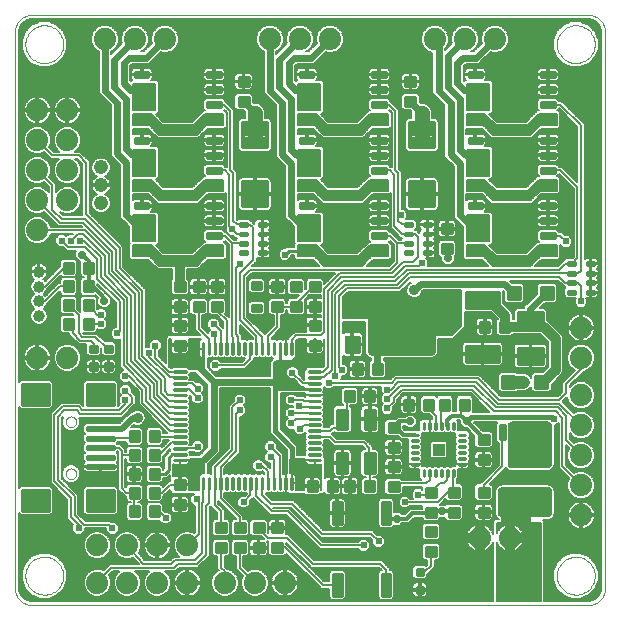
<source format=gtl>
G75*
%MOIN*%
%OFA0B0*%
%FSLAX24Y24*%
%IPPOS*%
%LPD*%
%AMOC8*
5,1,8,0,0,1.08239X$1,22.5*
%
%ADD10C,0.0000*%
%ADD11C,0.0740*%
%ADD12C,0.0101*%
%ADD13C,0.0098*%
%ADD14C,0.0099*%
%ADD15C,0.0142*%
%ADD16C,0.0100*%
%ADD17C,0.0118*%
%ADD18C,0.0285*%
%ADD19C,0.0100*%
%ADD20C,0.0099*%
%ADD21C,0.0100*%
%ADD22R,0.0394X0.0394*%
%ADD23C,0.0397*%
%ADD24C,0.0476*%
%ADD25C,0.0060*%
%ADD26C,0.0277*%
%ADD27C,0.0240*%
%ADD28C,0.1102*%
%ADD29C,0.0320*%
%ADD30C,0.0500*%
%ADD31C,0.0356*%
%ADD32C,0.0240*%
%ADD33C,0.0440*%
%ADD34C,0.0317*%
%ADD35C,0.0160*%
%ADD36C,0.0400*%
%ADD37C,0.0120*%
%ADD38C,0.0200*%
D10*
X000588Y000721D02*
X000588Y019224D01*
X000587Y019224D02*
X000589Y019270D01*
X000594Y019316D01*
X000603Y019362D01*
X000616Y019407D01*
X000632Y019450D01*
X000651Y019492D01*
X000674Y019533D01*
X000700Y019571D01*
X000729Y019608D01*
X000760Y019642D01*
X000794Y019673D01*
X000831Y019702D01*
X000869Y019728D01*
X000910Y019751D01*
X000952Y019770D01*
X000995Y019786D01*
X001040Y019799D01*
X001086Y019808D01*
X001132Y019813D01*
X001178Y019815D01*
X019682Y019815D01*
X019728Y019813D01*
X019774Y019808D01*
X019820Y019799D01*
X019865Y019786D01*
X019908Y019770D01*
X019950Y019751D01*
X019991Y019728D01*
X020029Y019702D01*
X020066Y019673D01*
X020100Y019642D01*
X020131Y019608D01*
X020160Y019571D01*
X020186Y019533D01*
X020209Y019492D01*
X020228Y019450D01*
X020244Y019407D01*
X020257Y019362D01*
X020266Y019316D01*
X020271Y019270D01*
X020273Y019224D01*
X020273Y000721D01*
X020271Y000675D01*
X020266Y000629D01*
X020257Y000583D01*
X020244Y000538D01*
X020228Y000495D01*
X020209Y000453D01*
X020186Y000412D01*
X020160Y000374D01*
X020131Y000337D01*
X020100Y000303D01*
X020066Y000272D01*
X020029Y000243D01*
X019991Y000217D01*
X019950Y000194D01*
X019908Y000175D01*
X019865Y000159D01*
X019820Y000146D01*
X019774Y000137D01*
X019728Y000132D01*
X019682Y000130D01*
X001178Y000130D01*
X001132Y000132D01*
X001086Y000137D01*
X001040Y000146D01*
X000995Y000159D01*
X000952Y000175D01*
X000910Y000194D01*
X000869Y000217D01*
X000831Y000243D01*
X000794Y000272D01*
X000760Y000303D01*
X000729Y000337D01*
X000700Y000374D01*
X000674Y000412D01*
X000651Y000453D01*
X000632Y000495D01*
X000616Y000538D01*
X000603Y000583D01*
X000594Y000629D01*
X000589Y000675D01*
X000587Y000721D01*
X000942Y001114D02*
X000944Y001164D01*
X000950Y001214D01*
X000960Y001263D01*
X000974Y001311D01*
X000991Y001358D01*
X001012Y001403D01*
X001037Y001447D01*
X001065Y001488D01*
X001097Y001527D01*
X001131Y001564D01*
X001168Y001598D01*
X001208Y001628D01*
X001250Y001655D01*
X001294Y001679D01*
X001340Y001700D01*
X001387Y001716D01*
X001435Y001729D01*
X001485Y001738D01*
X001534Y001743D01*
X001585Y001744D01*
X001635Y001741D01*
X001684Y001734D01*
X001733Y001723D01*
X001781Y001708D01*
X001827Y001690D01*
X001872Y001668D01*
X001915Y001642D01*
X001956Y001613D01*
X001995Y001581D01*
X002031Y001546D01*
X002063Y001508D01*
X002093Y001468D01*
X002120Y001425D01*
X002143Y001381D01*
X002162Y001335D01*
X002178Y001287D01*
X002190Y001238D01*
X002198Y001189D01*
X002202Y001139D01*
X002202Y001089D01*
X002198Y001039D01*
X002190Y000990D01*
X002178Y000941D01*
X002162Y000893D01*
X002143Y000847D01*
X002120Y000803D01*
X002093Y000760D01*
X002063Y000720D01*
X002031Y000682D01*
X001995Y000647D01*
X001956Y000615D01*
X001915Y000586D01*
X001872Y000560D01*
X001827Y000538D01*
X001781Y000520D01*
X001733Y000505D01*
X001684Y000494D01*
X001635Y000487D01*
X001585Y000484D01*
X001534Y000485D01*
X001485Y000490D01*
X001435Y000499D01*
X001387Y000512D01*
X001340Y000528D01*
X001294Y000549D01*
X001250Y000573D01*
X001208Y000600D01*
X001168Y000630D01*
X001131Y000664D01*
X001097Y000701D01*
X001065Y000740D01*
X001037Y000781D01*
X001012Y000825D01*
X000991Y000870D01*
X000974Y000917D01*
X000960Y000965D01*
X000950Y001014D01*
X000944Y001064D01*
X000942Y001114D01*
X002286Y004514D02*
X002288Y004540D01*
X002294Y004566D01*
X002304Y004591D01*
X002317Y004614D01*
X002333Y004634D01*
X002353Y004652D01*
X002375Y004667D01*
X002398Y004679D01*
X002424Y004687D01*
X002450Y004691D01*
X002476Y004691D01*
X002502Y004687D01*
X002528Y004679D01*
X002552Y004667D01*
X002573Y004652D01*
X002593Y004634D01*
X002609Y004614D01*
X002622Y004591D01*
X002632Y004566D01*
X002638Y004540D01*
X002640Y004514D01*
X002638Y004488D01*
X002632Y004462D01*
X002622Y004437D01*
X002609Y004414D01*
X002593Y004394D01*
X002573Y004376D01*
X002551Y004361D01*
X002528Y004349D01*
X002502Y004341D01*
X002476Y004337D01*
X002450Y004337D01*
X002424Y004341D01*
X002398Y004349D01*
X002374Y004361D01*
X002353Y004376D01*
X002333Y004394D01*
X002317Y004414D01*
X002304Y004437D01*
X002294Y004462D01*
X002288Y004488D01*
X002286Y004514D01*
X002286Y006246D02*
X002288Y006272D01*
X002294Y006298D01*
X002304Y006323D01*
X002317Y006346D01*
X002333Y006366D01*
X002353Y006384D01*
X002375Y006399D01*
X002398Y006411D01*
X002424Y006419D01*
X002450Y006423D01*
X002476Y006423D01*
X002502Y006419D01*
X002528Y006411D01*
X002552Y006399D01*
X002573Y006384D01*
X002593Y006366D01*
X002609Y006346D01*
X002622Y006323D01*
X002632Y006298D01*
X002638Y006272D01*
X002640Y006246D01*
X002638Y006220D01*
X002632Y006194D01*
X002622Y006169D01*
X002609Y006146D01*
X002593Y006126D01*
X002573Y006108D01*
X002551Y006093D01*
X002528Y006081D01*
X002502Y006073D01*
X002476Y006069D01*
X002450Y006069D01*
X002424Y006073D01*
X002398Y006081D01*
X002374Y006093D01*
X002353Y006108D01*
X002333Y006126D01*
X002317Y006146D01*
X002304Y006169D01*
X002294Y006194D01*
X002288Y006220D01*
X002286Y006246D01*
X000942Y018831D02*
X000944Y018881D01*
X000950Y018931D01*
X000960Y018980D01*
X000974Y019028D01*
X000991Y019075D01*
X001012Y019120D01*
X001037Y019164D01*
X001065Y019205D01*
X001097Y019244D01*
X001131Y019281D01*
X001168Y019315D01*
X001208Y019345D01*
X001250Y019372D01*
X001294Y019396D01*
X001340Y019417D01*
X001387Y019433D01*
X001435Y019446D01*
X001485Y019455D01*
X001534Y019460D01*
X001585Y019461D01*
X001635Y019458D01*
X001684Y019451D01*
X001733Y019440D01*
X001781Y019425D01*
X001827Y019407D01*
X001872Y019385D01*
X001915Y019359D01*
X001956Y019330D01*
X001995Y019298D01*
X002031Y019263D01*
X002063Y019225D01*
X002093Y019185D01*
X002120Y019142D01*
X002143Y019098D01*
X002162Y019052D01*
X002178Y019004D01*
X002190Y018955D01*
X002198Y018906D01*
X002202Y018856D01*
X002202Y018806D01*
X002198Y018756D01*
X002190Y018707D01*
X002178Y018658D01*
X002162Y018610D01*
X002143Y018564D01*
X002120Y018520D01*
X002093Y018477D01*
X002063Y018437D01*
X002031Y018399D01*
X001995Y018364D01*
X001956Y018332D01*
X001915Y018303D01*
X001872Y018277D01*
X001827Y018255D01*
X001781Y018237D01*
X001733Y018222D01*
X001684Y018211D01*
X001635Y018204D01*
X001585Y018201D01*
X001534Y018202D01*
X001485Y018207D01*
X001435Y018216D01*
X001387Y018229D01*
X001340Y018245D01*
X001294Y018266D01*
X001250Y018290D01*
X001208Y018317D01*
X001168Y018347D01*
X001131Y018381D01*
X001097Y018418D01*
X001065Y018457D01*
X001037Y018498D01*
X001012Y018542D01*
X000991Y018587D01*
X000974Y018634D01*
X000960Y018682D01*
X000950Y018731D01*
X000944Y018781D01*
X000942Y018831D01*
X018659Y018831D02*
X018661Y018881D01*
X018667Y018931D01*
X018677Y018980D01*
X018691Y019028D01*
X018708Y019075D01*
X018729Y019120D01*
X018754Y019164D01*
X018782Y019205D01*
X018814Y019244D01*
X018848Y019281D01*
X018885Y019315D01*
X018925Y019345D01*
X018967Y019372D01*
X019011Y019396D01*
X019057Y019417D01*
X019104Y019433D01*
X019152Y019446D01*
X019202Y019455D01*
X019251Y019460D01*
X019302Y019461D01*
X019352Y019458D01*
X019401Y019451D01*
X019450Y019440D01*
X019498Y019425D01*
X019544Y019407D01*
X019589Y019385D01*
X019632Y019359D01*
X019673Y019330D01*
X019712Y019298D01*
X019748Y019263D01*
X019780Y019225D01*
X019810Y019185D01*
X019837Y019142D01*
X019860Y019098D01*
X019879Y019052D01*
X019895Y019004D01*
X019907Y018955D01*
X019915Y018906D01*
X019919Y018856D01*
X019919Y018806D01*
X019915Y018756D01*
X019907Y018707D01*
X019895Y018658D01*
X019879Y018610D01*
X019860Y018564D01*
X019837Y018520D01*
X019810Y018477D01*
X019780Y018437D01*
X019748Y018399D01*
X019712Y018364D01*
X019673Y018332D01*
X019632Y018303D01*
X019589Y018277D01*
X019544Y018255D01*
X019498Y018237D01*
X019450Y018222D01*
X019401Y018211D01*
X019352Y018204D01*
X019302Y018201D01*
X019251Y018202D01*
X019202Y018207D01*
X019152Y018216D01*
X019104Y018229D01*
X019057Y018245D01*
X019011Y018266D01*
X018967Y018290D01*
X018925Y018317D01*
X018885Y018347D01*
X018848Y018381D01*
X018814Y018418D01*
X018782Y018457D01*
X018754Y018498D01*
X018729Y018542D01*
X018708Y018587D01*
X018691Y018634D01*
X018677Y018682D01*
X018667Y018731D01*
X018661Y018781D01*
X018659Y018831D01*
X018659Y001114D02*
X018661Y001164D01*
X018667Y001214D01*
X018677Y001263D01*
X018691Y001311D01*
X018708Y001358D01*
X018729Y001403D01*
X018754Y001447D01*
X018782Y001488D01*
X018814Y001527D01*
X018848Y001564D01*
X018885Y001598D01*
X018925Y001628D01*
X018967Y001655D01*
X019011Y001679D01*
X019057Y001700D01*
X019104Y001716D01*
X019152Y001729D01*
X019202Y001738D01*
X019251Y001743D01*
X019302Y001744D01*
X019352Y001741D01*
X019401Y001734D01*
X019450Y001723D01*
X019498Y001708D01*
X019544Y001690D01*
X019589Y001668D01*
X019632Y001642D01*
X019673Y001613D01*
X019712Y001581D01*
X019748Y001546D01*
X019780Y001508D01*
X019810Y001468D01*
X019837Y001425D01*
X019860Y001381D01*
X019879Y001335D01*
X019895Y001287D01*
X019907Y001238D01*
X019915Y001189D01*
X019919Y001139D01*
X019919Y001089D01*
X019915Y001039D01*
X019907Y000990D01*
X019895Y000941D01*
X019879Y000893D01*
X019860Y000847D01*
X019837Y000803D01*
X019810Y000760D01*
X019780Y000720D01*
X019748Y000682D01*
X019712Y000647D01*
X019673Y000615D01*
X019632Y000586D01*
X019589Y000560D01*
X019544Y000538D01*
X019498Y000520D01*
X019450Y000505D01*
X019401Y000494D01*
X019352Y000487D01*
X019302Y000484D01*
X019251Y000485D01*
X019202Y000490D01*
X019152Y000499D01*
X019104Y000512D01*
X019057Y000528D01*
X019011Y000549D01*
X018967Y000573D01*
X018925Y000600D01*
X018885Y000630D01*
X018848Y000664D01*
X018814Y000701D01*
X018782Y000740D01*
X018754Y000781D01*
X018729Y000825D01*
X018708Y000870D01*
X018691Y000917D01*
X018677Y000965D01*
X018667Y001014D01*
X018661Y001064D01*
X018659Y001114D01*
D11*
X017088Y002380D03*
X016088Y002380D03*
X019463Y003130D03*
X019463Y004130D03*
X019463Y005130D03*
X019463Y006130D03*
X019463Y007130D03*
X019463Y008380D03*
X019463Y009380D03*
X016588Y019005D03*
X015588Y019005D03*
X014588Y019005D03*
X011088Y019005D03*
X010088Y019005D03*
X009088Y019005D03*
X005588Y019005D03*
X004588Y019005D03*
X003588Y019005D03*
X002338Y016630D03*
X002338Y015630D03*
X002338Y014630D03*
X002338Y013630D03*
X001338Y013630D03*
X001338Y012630D03*
X001338Y014630D03*
X001338Y015630D03*
X001338Y016630D03*
X001338Y008380D03*
X002338Y008380D03*
X003338Y002130D03*
X004338Y002130D03*
X005338Y002130D03*
X006338Y002130D03*
X006338Y000880D03*
X005338Y000880D03*
X004338Y000880D03*
X003338Y000880D03*
X007588Y000880D03*
X008588Y000880D03*
X009588Y000880D03*
D12*
X013981Y000754D02*
X014195Y000754D01*
X014195Y000540D01*
X013981Y000540D01*
X013981Y000754D01*
X013981Y000640D02*
X014195Y000640D01*
X014195Y000740D02*
X013981Y000740D01*
X013981Y001345D02*
X014195Y001345D01*
X014195Y001131D01*
X013981Y001131D01*
X013981Y001345D01*
X013981Y001231D02*
X014195Y001231D01*
X014195Y001331D02*
X013981Y001331D01*
X016718Y008249D02*
X016718Y008779D01*
X016718Y008249D02*
X015638Y008249D01*
X015638Y008779D01*
X016718Y008779D01*
X016718Y008349D02*
X015638Y008349D01*
X015638Y008449D02*
X016718Y008449D01*
X016718Y008549D02*
X015638Y008549D01*
X015638Y008649D02*
X016718Y008649D01*
X016718Y008749D02*
X015638Y008749D01*
X016718Y010044D02*
X016718Y010574D01*
X016718Y010044D02*
X015638Y010044D01*
X015638Y010574D01*
X016718Y010574D01*
X016718Y010144D02*
X015638Y010144D01*
X015638Y010244D02*
X016718Y010244D01*
X016718Y010344D02*
X015638Y010344D01*
X015638Y010444D02*
X016718Y010444D01*
X016718Y010544D02*
X015638Y010544D01*
X017353Y009892D02*
X017353Y009362D01*
X017353Y009892D02*
X018197Y009892D01*
X018197Y009362D01*
X017353Y009362D01*
X017353Y009462D02*
X018197Y009462D01*
X018197Y009562D02*
X017353Y009562D01*
X017353Y009662D02*
X018197Y009662D01*
X018197Y009762D02*
X017353Y009762D01*
X017353Y009862D02*
X018197Y009862D01*
X018197Y008711D02*
X018197Y008181D01*
X017353Y008181D01*
X017353Y008711D01*
X018197Y008711D01*
X018197Y008281D02*
X017353Y008281D01*
X017353Y008381D02*
X018197Y008381D01*
X018197Y008481D02*
X017353Y008481D01*
X017353Y008581D02*
X018197Y008581D01*
X018197Y008681D02*
X017353Y008681D01*
X008503Y009930D02*
X008503Y010144D01*
X008797Y010144D01*
X008797Y009930D01*
X008503Y009930D01*
X008503Y010030D02*
X008797Y010030D01*
X008797Y010130D02*
X008503Y010130D01*
X008503Y010678D02*
X008503Y010892D01*
X008797Y010892D01*
X008797Y010678D01*
X008503Y010678D01*
X008503Y010778D02*
X008797Y010778D01*
X008797Y010878D02*
X008503Y010878D01*
X003820Y008782D02*
X003606Y008782D01*
X003820Y008782D02*
X003820Y008568D01*
X003606Y008568D01*
X003606Y008782D01*
X003606Y008668D02*
X003820Y008668D01*
X003820Y008768D02*
X003606Y008768D01*
X003320Y008782D02*
X003106Y008782D01*
X003320Y008782D02*
X003320Y008568D01*
X003106Y008568D01*
X003106Y008782D01*
X003106Y008668D02*
X003320Y008668D01*
X003320Y008768D02*
X003106Y008768D01*
X003106Y008192D02*
X003320Y008192D01*
X003320Y007978D01*
X003106Y007978D01*
X003106Y008192D01*
X003106Y008078D02*
X003320Y008078D01*
X003320Y008178D02*
X003106Y008178D01*
X003606Y008192D02*
X003820Y008192D01*
X003820Y007978D01*
X003606Y007978D01*
X003606Y008192D01*
X003606Y008078D02*
X003820Y008078D01*
X003820Y008178D02*
X003606Y008178D01*
D13*
X003195Y009672D02*
X002899Y009672D01*
X003195Y009672D02*
X003195Y009338D01*
X002899Y009338D01*
X002899Y009672D01*
X002899Y009435D02*
X003195Y009435D01*
X003195Y009532D02*
X002899Y009532D01*
X002899Y009629D02*
X003195Y009629D01*
X003195Y010297D02*
X002899Y010297D01*
X003195Y010297D02*
X003195Y009963D01*
X002899Y009963D01*
X002899Y010297D01*
X002899Y010060D02*
X003195Y010060D01*
X003195Y010157D02*
X002899Y010157D01*
X002899Y010254D02*
X003195Y010254D01*
X003195Y010588D02*
X002899Y010588D01*
X002899Y010922D01*
X003195Y010922D01*
X003195Y010588D01*
X003195Y010685D02*
X002899Y010685D01*
X002899Y010782D02*
X003195Y010782D01*
X003195Y010879D02*
X002899Y010879D01*
X002899Y011213D02*
X003195Y011213D01*
X002899Y011213D02*
X002899Y011547D01*
X003195Y011547D01*
X003195Y011213D01*
X003195Y011310D02*
X002899Y011310D01*
X002899Y011407D02*
X003195Y011407D01*
X003195Y011504D02*
X002899Y011504D01*
X002526Y011213D02*
X002230Y011213D01*
X002230Y011547D01*
X002526Y011547D01*
X002526Y011213D01*
X002526Y011310D02*
X002230Y011310D01*
X002230Y011407D02*
X002526Y011407D01*
X002526Y011504D02*
X002230Y011504D01*
X002230Y010588D02*
X002526Y010588D01*
X002230Y010588D02*
X002230Y010922D01*
X002526Y010922D01*
X002526Y010588D01*
X002526Y010685D02*
X002230Y010685D01*
X002230Y010782D02*
X002526Y010782D01*
X002526Y010879D02*
X002230Y010879D01*
X002230Y010297D02*
X002526Y010297D01*
X002526Y009963D01*
X002230Y009963D01*
X002230Y010297D01*
X002230Y010060D02*
X002526Y010060D01*
X002526Y010157D02*
X002230Y010157D01*
X002230Y010254D02*
X002526Y010254D01*
X002526Y009672D02*
X002230Y009672D01*
X002526Y009672D02*
X002526Y009338D01*
X002230Y009338D01*
X002230Y009672D01*
X002230Y009435D02*
X002526Y009435D01*
X002526Y009532D02*
X002230Y009532D01*
X002230Y009629D02*
X002526Y009629D01*
X005921Y009613D02*
X006255Y009613D01*
X006255Y009317D01*
X005921Y009317D01*
X005921Y009613D01*
X005921Y009414D02*
X006255Y009414D01*
X006255Y009511D02*
X005921Y009511D01*
X005921Y009608D02*
X006255Y009608D01*
X006255Y009929D02*
X005921Y009929D01*
X005921Y010225D01*
X006255Y010225D01*
X006255Y009929D01*
X006255Y010026D02*
X005921Y010026D01*
X005921Y010123D02*
X006255Y010123D01*
X006255Y010220D02*
X005921Y010220D01*
X005921Y010598D02*
X006255Y010598D01*
X005921Y010598D02*
X005921Y010894D01*
X006255Y010894D01*
X006255Y010598D01*
X006255Y010695D02*
X005921Y010695D01*
X005921Y010792D02*
X006255Y010792D01*
X006255Y010889D02*
X005921Y010889D01*
X006546Y010894D02*
X006546Y010598D01*
X006546Y010894D02*
X006880Y010894D01*
X006880Y010598D01*
X006546Y010598D01*
X006546Y010695D02*
X006880Y010695D01*
X006880Y010792D02*
X006546Y010792D01*
X006546Y010889D02*
X006880Y010889D01*
X007171Y010894D02*
X007171Y010598D01*
X007171Y010894D02*
X007505Y010894D01*
X007505Y010598D01*
X007171Y010598D01*
X007171Y010695D02*
X007505Y010695D01*
X007505Y010792D02*
X007171Y010792D01*
X007171Y010889D02*
X007505Y010889D01*
X007171Y010225D02*
X007171Y009929D01*
X007171Y010225D02*
X007505Y010225D01*
X007505Y009929D01*
X007171Y009929D01*
X007171Y010026D02*
X007505Y010026D01*
X007505Y010123D02*
X007171Y010123D01*
X007171Y010220D02*
X007505Y010220D01*
X006546Y010225D02*
X006546Y009929D01*
X006546Y010225D02*
X006880Y010225D01*
X006880Y009929D01*
X006546Y009929D01*
X006546Y010026D02*
X006880Y010026D01*
X006880Y010123D02*
X006546Y010123D01*
X006546Y010220D02*
X006880Y010220D01*
X006255Y008943D02*
X005921Y008943D01*
X006255Y008943D02*
X006255Y008647D01*
X005921Y008647D01*
X005921Y008943D01*
X005921Y008744D02*
X006255Y008744D01*
X006255Y008841D02*
X005921Y008841D01*
X005921Y008938D02*
X006255Y008938D01*
X009171Y009929D02*
X009171Y010225D01*
X009505Y010225D01*
X009505Y009929D01*
X009171Y009929D01*
X009171Y010026D02*
X009505Y010026D01*
X009505Y010123D02*
X009171Y010123D01*
X009171Y010220D02*
X009505Y010220D01*
X009796Y010225D02*
X009796Y009929D01*
X009796Y010225D02*
X010130Y010225D01*
X010130Y009929D01*
X009796Y009929D01*
X009796Y010026D02*
X010130Y010026D01*
X010130Y010123D02*
X009796Y010123D01*
X009796Y010220D02*
X010130Y010220D01*
X010421Y009929D02*
X010755Y009929D01*
X010421Y009929D02*
X010421Y010225D01*
X010755Y010225D01*
X010755Y009929D01*
X010755Y010026D02*
X010421Y010026D01*
X010421Y010123D02*
X010755Y010123D01*
X010755Y010220D02*
X010421Y010220D01*
X010421Y010598D02*
X010755Y010598D01*
X010421Y010598D02*
X010421Y010894D01*
X010755Y010894D01*
X010755Y010598D01*
X010755Y010695D02*
X010421Y010695D01*
X010421Y010792D02*
X010755Y010792D01*
X010755Y010889D02*
X010421Y010889D01*
X009796Y010894D02*
X009796Y010598D01*
X009796Y010894D02*
X010130Y010894D01*
X010130Y010598D01*
X009796Y010598D01*
X009796Y010695D02*
X010130Y010695D01*
X010130Y010792D02*
X009796Y010792D01*
X009796Y010889D02*
X010130Y010889D01*
X009171Y010894D02*
X009171Y010598D01*
X009171Y010894D02*
X009505Y010894D01*
X009505Y010598D01*
X009171Y010598D01*
X009171Y010695D02*
X009505Y010695D01*
X009505Y010792D02*
X009171Y010792D01*
X009171Y010889D02*
X009505Y010889D01*
X010421Y009613D02*
X010755Y009613D01*
X010755Y009317D01*
X010421Y009317D01*
X010421Y009613D01*
X010421Y009414D02*
X010755Y009414D01*
X010755Y009511D02*
X010421Y009511D01*
X010421Y009608D02*
X010755Y009608D01*
X010755Y008943D02*
X010421Y008943D01*
X010755Y008943D02*
X010755Y008647D01*
X010421Y008647D01*
X010421Y008943D01*
X010421Y008744D02*
X010755Y008744D01*
X010755Y008841D02*
X010421Y008841D01*
X010421Y008938D02*
X010755Y008938D01*
X011855Y008172D02*
X011855Y007838D01*
X011855Y008172D02*
X012151Y008172D01*
X012151Y007838D01*
X011855Y007838D01*
X011855Y007935D02*
X012151Y007935D01*
X012151Y008032D02*
X011855Y008032D01*
X011855Y008129D02*
X012151Y008129D01*
X012524Y008172D02*
X012524Y007838D01*
X012524Y008172D02*
X012820Y008172D01*
X012820Y007838D01*
X012524Y007838D01*
X012524Y007935D02*
X012820Y007935D01*
X012820Y008032D02*
X012524Y008032D01*
X012524Y008129D02*
X012820Y008129D01*
X012274Y007266D02*
X012274Y006932D01*
X012274Y007266D02*
X012570Y007266D01*
X012570Y006932D01*
X012274Y006932D01*
X012274Y007029D02*
X012570Y007029D01*
X012570Y007126D02*
X012274Y007126D01*
X012274Y007223D02*
X012570Y007223D01*
X011605Y007266D02*
X011605Y006932D01*
X011605Y007266D02*
X011901Y007266D01*
X011901Y006932D01*
X011605Y006932D01*
X011605Y007029D02*
X011901Y007029D01*
X011901Y007126D02*
X011605Y007126D01*
X011605Y007223D02*
X011901Y007223D01*
X013046Y005910D02*
X013380Y005910D01*
X013046Y005910D02*
X013046Y006206D01*
X013380Y006206D01*
X013380Y005910D01*
X013380Y006007D02*
X013046Y006007D01*
X013046Y006104D02*
X013380Y006104D01*
X013380Y006201D02*
X013046Y006201D01*
X013046Y005241D02*
X013380Y005241D01*
X013046Y005241D02*
X013046Y005537D01*
X013380Y005537D01*
X013380Y005241D01*
X013380Y005338D02*
X013046Y005338D01*
X013046Y005435D02*
X013380Y005435D01*
X013380Y005532D02*
X013046Y005532D01*
X013046Y004894D02*
X013380Y004894D01*
X013380Y004598D01*
X013046Y004598D01*
X013046Y004894D01*
X013046Y004695D02*
X013380Y004695D01*
X013380Y004792D02*
X013046Y004792D01*
X013046Y004889D02*
X013380Y004889D01*
X013380Y004225D02*
X013046Y004225D01*
X013380Y004225D02*
X013380Y003929D01*
X013046Y003929D01*
X013046Y004225D01*
X013046Y004026D02*
X013380Y004026D01*
X013380Y004123D02*
X013046Y004123D01*
X013046Y004220D02*
X013380Y004220D01*
X012570Y004266D02*
X012570Y003932D01*
X012274Y003932D01*
X012274Y004266D01*
X012570Y004266D01*
X012570Y004029D02*
X012274Y004029D01*
X012274Y004126D02*
X012570Y004126D01*
X012570Y004223D02*
X012274Y004223D01*
X011901Y004266D02*
X011901Y003932D01*
X011605Y003932D01*
X011605Y004266D01*
X011901Y004266D01*
X011901Y004029D02*
X011605Y004029D01*
X011605Y004126D02*
X011901Y004126D01*
X011901Y004223D02*
X011605Y004223D01*
X011320Y004266D02*
X011320Y003932D01*
X011024Y003932D01*
X011024Y004266D01*
X011320Y004266D01*
X011320Y004029D02*
X011024Y004029D01*
X011024Y004126D02*
X011320Y004126D01*
X011320Y004223D02*
X011024Y004223D01*
X010651Y004266D02*
X010651Y003932D01*
X010355Y003932D01*
X010355Y004266D01*
X010651Y004266D01*
X010651Y004029D02*
X010355Y004029D01*
X010355Y004126D02*
X010651Y004126D01*
X010651Y004223D02*
X010355Y004223D01*
X009505Y002863D02*
X009171Y002863D01*
X009505Y002863D02*
X009505Y002567D01*
X009171Y002567D01*
X009171Y002863D01*
X009171Y002664D02*
X009505Y002664D01*
X009505Y002761D02*
X009171Y002761D01*
X009171Y002858D02*
X009505Y002858D01*
X008546Y002863D02*
X008546Y002567D01*
X008546Y002863D02*
X008880Y002863D01*
X008880Y002567D01*
X008546Y002567D01*
X008546Y002664D02*
X008880Y002664D01*
X008880Y002761D02*
X008546Y002761D01*
X008546Y002858D02*
X008880Y002858D01*
X007921Y002863D02*
X007921Y002567D01*
X007921Y002863D02*
X008255Y002863D01*
X008255Y002567D01*
X007921Y002567D01*
X007921Y002664D02*
X008255Y002664D01*
X008255Y002761D02*
X007921Y002761D01*
X007921Y002858D02*
X008255Y002858D01*
X007296Y002863D02*
X007296Y002567D01*
X007296Y002863D02*
X007630Y002863D01*
X007630Y002567D01*
X007296Y002567D01*
X007296Y002664D02*
X007630Y002664D01*
X007630Y002761D02*
X007296Y002761D01*
X007296Y002858D02*
X007630Y002858D01*
X007296Y002193D02*
X007296Y001897D01*
X007296Y002193D02*
X007630Y002193D01*
X007630Y001897D01*
X007296Y001897D01*
X007296Y001994D02*
X007630Y001994D01*
X007630Y002091D02*
X007296Y002091D01*
X007296Y002188D02*
X007630Y002188D01*
X007921Y002193D02*
X007921Y001897D01*
X007921Y002193D02*
X008255Y002193D01*
X008255Y001897D01*
X007921Y001897D01*
X007921Y001994D02*
X008255Y001994D01*
X008255Y002091D02*
X007921Y002091D01*
X007921Y002188D02*
X008255Y002188D01*
X008546Y002193D02*
X008546Y001897D01*
X008546Y002193D02*
X008880Y002193D01*
X008880Y001897D01*
X008546Y001897D01*
X008546Y001994D02*
X008880Y001994D01*
X008880Y002091D02*
X008546Y002091D01*
X008546Y002188D02*
X008880Y002188D01*
X009171Y002193D02*
X009505Y002193D01*
X009505Y001897D01*
X009171Y001897D01*
X009171Y002193D01*
X009171Y001994D02*
X009505Y001994D01*
X009505Y002091D02*
X009171Y002091D01*
X009171Y002188D02*
X009505Y002188D01*
X006255Y003335D02*
X005921Y003335D01*
X005921Y003631D01*
X006255Y003631D01*
X006255Y003335D01*
X006255Y003432D02*
X005921Y003432D01*
X005921Y003529D02*
X006255Y003529D01*
X006255Y003626D02*
X005921Y003626D01*
X005921Y004004D02*
X006255Y004004D01*
X005921Y004004D02*
X005921Y004300D01*
X006255Y004300D01*
X006255Y004004D01*
X006255Y004101D02*
X005921Y004101D01*
X005921Y004198D02*
X006255Y004198D01*
X006255Y004295D02*
X005921Y004295D01*
X005383Y004338D02*
X005087Y004338D01*
X005087Y004672D01*
X005383Y004672D01*
X005383Y004338D01*
X005383Y004435D02*
X005087Y004435D01*
X005087Y004532D02*
X005383Y004532D01*
X005383Y004629D02*
X005087Y004629D01*
X005087Y004963D02*
X005383Y004963D01*
X005087Y004963D02*
X005087Y005297D01*
X005383Y005297D01*
X005383Y004963D01*
X005383Y005060D02*
X005087Y005060D01*
X005087Y005157D02*
X005383Y005157D01*
X005383Y005254D02*
X005087Y005254D01*
X005087Y005588D02*
X005383Y005588D01*
X005087Y005588D02*
X005087Y005922D01*
X005383Y005922D01*
X005383Y005588D01*
X005383Y005685D02*
X005087Y005685D01*
X005087Y005782D02*
X005383Y005782D01*
X005383Y005879D02*
X005087Y005879D01*
X004714Y005588D02*
X004418Y005588D01*
X004418Y005922D01*
X004714Y005922D01*
X004714Y005588D01*
X004714Y005685D02*
X004418Y005685D01*
X004418Y005782D02*
X004714Y005782D01*
X004714Y005879D02*
X004418Y005879D01*
X004418Y004963D02*
X004714Y004963D01*
X004418Y004963D02*
X004418Y005297D01*
X004714Y005297D01*
X004714Y004963D01*
X004714Y005060D02*
X004418Y005060D01*
X004418Y005157D02*
X004714Y005157D01*
X004714Y005254D02*
X004418Y005254D01*
X004418Y004338D02*
X004714Y004338D01*
X004418Y004338D02*
X004418Y004672D01*
X004714Y004672D01*
X004714Y004338D01*
X004714Y004435D02*
X004418Y004435D01*
X004418Y004532D02*
X004714Y004532D01*
X004714Y004629D02*
X004418Y004629D01*
X004418Y004047D02*
X004714Y004047D01*
X004714Y003713D01*
X004418Y003713D01*
X004418Y004047D01*
X004418Y003810D02*
X004714Y003810D01*
X004714Y003907D02*
X004418Y003907D01*
X004418Y004004D02*
X004714Y004004D01*
X005087Y004047D02*
X005383Y004047D01*
X005383Y003713D01*
X005087Y003713D01*
X005087Y004047D01*
X005087Y003810D02*
X005383Y003810D01*
X005383Y003907D02*
X005087Y003907D01*
X005087Y004004D02*
X005383Y004004D01*
X005383Y003088D02*
X005087Y003088D01*
X005087Y003422D01*
X005383Y003422D01*
X005383Y003088D01*
X005383Y003185D02*
X005087Y003185D01*
X005087Y003282D02*
X005383Y003282D01*
X005383Y003379D02*
X005087Y003379D01*
X004714Y003088D02*
X004418Y003088D01*
X004418Y003422D01*
X004714Y003422D01*
X004714Y003088D01*
X004714Y003185D02*
X004418Y003185D01*
X004418Y003282D02*
X004714Y003282D01*
X004714Y003379D02*
X004418Y003379D01*
X013574Y006651D02*
X013574Y006985D01*
X013870Y006985D01*
X013870Y006651D01*
X013574Y006651D01*
X013574Y006748D02*
X013870Y006748D01*
X013870Y006845D02*
X013574Y006845D01*
X013574Y006942D02*
X013870Y006942D01*
X014243Y006985D02*
X014243Y006651D01*
X014243Y006985D02*
X014539Y006985D01*
X014539Y006651D01*
X014243Y006651D01*
X014243Y006748D02*
X014539Y006748D01*
X014539Y006845D02*
X014243Y006845D01*
X014243Y006942D02*
X014539Y006942D01*
X014761Y006651D02*
X015057Y006651D01*
X014761Y006651D02*
X014761Y006985D01*
X015057Y006985D01*
X015057Y006651D01*
X015057Y006748D02*
X014761Y006748D01*
X014761Y006845D02*
X015057Y006845D01*
X015057Y006942D02*
X014761Y006942D01*
X015431Y006651D02*
X015727Y006651D01*
X015431Y006651D02*
X015431Y006985D01*
X015727Y006985D01*
X015727Y006651D01*
X015727Y006748D02*
X015431Y006748D01*
X015431Y006845D02*
X015727Y006845D01*
X015727Y006942D02*
X015431Y006942D01*
X016046Y005504D02*
X016380Y005504D01*
X016046Y005504D02*
X016046Y005800D01*
X016380Y005800D01*
X016380Y005504D01*
X016380Y005601D02*
X016046Y005601D01*
X016046Y005698D02*
X016380Y005698D01*
X016380Y005795D02*
X016046Y005795D01*
X016046Y004835D02*
X016380Y004835D01*
X016046Y004835D02*
X016046Y005131D01*
X016380Y005131D01*
X016380Y004835D01*
X016380Y004932D02*
X016046Y004932D01*
X016046Y005029D02*
X016380Y005029D01*
X016380Y005126D02*
X016046Y005126D01*
X016046Y004050D02*
X016046Y003754D01*
X016046Y004050D02*
X016380Y004050D01*
X016380Y003754D01*
X016046Y003754D01*
X016046Y003851D02*
X016380Y003851D01*
X016380Y003948D02*
X016046Y003948D01*
X016046Y004045D02*
X016380Y004045D01*
X016046Y003381D02*
X016046Y003085D01*
X016046Y003381D02*
X016380Y003381D01*
X016380Y003085D01*
X016046Y003085D01*
X016046Y003182D02*
X016380Y003182D01*
X016380Y003279D02*
X016046Y003279D01*
X016046Y003376D02*
X016380Y003376D01*
X015046Y003381D02*
X015046Y003085D01*
X015046Y003381D02*
X015380Y003381D01*
X015380Y003085D01*
X015046Y003085D01*
X015046Y003182D02*
X015380Y003182D01*
X015380Y003279D02*
X015046Y003279D01*
X015046Y003376D02*
X015380Y003376D01*
X015046Y003754D02*
X015046Y004050D01*
X015380Y004050D01*
X015380Y003754D01*
X015046Y003754D01*
X015046Y003851D02*
X015380Y003851D01*
X015380Y003948D02*
X015046Y003948D01*
X015046Y004045D02*
X015380Y004045D01*
X014296Y004050D02*
X014296Y003754D01*
X014296Y004050D02*
X014630Y004050D01*
X014630Y003754D01*
X014296Y003754D01*
X014296Y003851D02*
X014630Y003851D01*
X014630Y003948D02*
X014296Y003948D01*
X014296Y004045D02*
X014630Y004045D01*
X014296Y003381D02*
X014296Y003085D01*
X014296Y003381D02*
X014630Y003381D01*
X014630Y003085D01*
X014296Y003085D01*
X014296Y003182D02*
X014630Y003182D01*
X014630Y003279D02*
X014296Y003279D01*
X014296Y003376D02*
X014630Y003376D01*
X014296Y002738D02*
X014296Y002442D01*
X014296Y002738D02*
X014630Y002738D01*
X014630Y002442D01*
X014296Y002442D01*
X014296Y002539D02*
X014630Y002539D01*
X014630Y002636D02*
X014296Y002636D01*
X014296Y002733D02*
X014630Y002733D01*
X014296Y002068D02*
X014296Y001772D01*
X014296Y002068D02*
X014630Y002068D01*
X014630Y001772D01*
X014296Y001772D01*
X014296Y001869D02*
X014630Y001869D01*
X014630Y001966D02*
X014296Y001966D01*
X014296Y002063D02*
X014630Y002063D01*
X016105Y009244D02*
X016105Y009578D01*
X016401Y009578D01*
X016401Y009244D01*
X016105Y009244D01*
X016105Y009341D02*
X016401Y009341D01*
X016401Y009438D02*
X016105Y009438D01*
X016105Y009535D02*
X016401Y009535D01*
X016774Y009578D02*
X016774Y009244D01*
X016774Y009578D02*
X017070Y009578D01*
X017070Y009244D01*
X016774Y009244D01*
X016774Y009341D02*
X017070Y009341D01*
X017070Y009438D02*
X016774Y009438D01*
X016774Y009535D02*
X017070Y009535D01*
X015161Y012162D02*
X014827Y012162D01*
X015161Y012162D02*
X015161Y011866D01*
X014827Y011866D01*
X014827Y012162D01*
X014827Y011963D02*
X015161Y011963D01*
X015161Y012060D02*
X014827Y012060D01*
X014827Y012157D02*
X015161Y012157D01*
X015161Y012831D02*
X014827Y012831D01*
X015161Y012831D02*
X015161Y012535D01*
X014827Y012535D01*
X014827Y012831D01*
X014827Y012632D02*
X015161Y012632D01*
X015161Y012729D02*
X014827Y012729D01*
X014827Y012826D02*
X015161Y012826D01*
X013942Y017068D02*
X013608Y017068D01*
X013942Y017068D02*
X013942Y016772D01*
X013608Y016772D01*
X013608Y017068D01*
X013608Y016869D02*
X013942Y016869D01*
X013942Y016966D02*
X013608Y016966D01*
X013608Y017063D02*
X013942Y017063D01*
X013942Y017738D02*
X013608Y017738D01*
X013942Y017738D02*
X013942Y017442D01*
X013608Y017442D01*
X013608Y017738D01*
X013608Y017539D02*
X013942Y017539D01*
X013942Y017636D02*
X013608Y017636D01*
X013608Y017733D02*
X013942Y017733D01*
X008380Y017738D02*
X008046Y017738D01*
X008380Y017738D02*
X008380Y017442D01*
X008046Y017442D01*
X008046Y017738D01*
X008046Y017539D02*
X008380Y017539D01*
X008380Y017636D02*
X008046Y017636D01*
X008046Y017733D02*
X008380Y017733D01*
X008380Y017068D02*
X008046Y017068D01*
X008380Y017068D02*
X008380Y016772D01*
X008046Y016772D01*
X008046Y017068D01*
X008046Y016869D02*
X008380Y016869D01*
X008380Y016966D02*
X008046Y016966D01*
X008046Y017063D02*
X008380Y017063D01*
D14*
X007461Y016899D02*
X007461Y016737D01*
X007009Y016737D01*
X007009Y016899D01*
X007461Y016899D01*
X007461Y016835D02*
X007009Y016835D01*
X007461Y017237D02*
X007461Y017399D01*
X007461Y017237D02*
X007009Y017237D01*
X007009Y017399D01*
X007461Y017399D01*
X007461Y017335D02*
X007009Y017335D01*
X007461Y017737D02*
X007461Y017899D01*
X007461Y017737D02*
X007009Y017737D01*
X007009Y017899D01*
X007461Y017899D01*
X007461Y017835D02*
X007009Y017835D01*
X007461Y016399D02*
X007461Y016237D01*
X007009Y016237D01*
X007009Y016399D01*
X007461Y016399D01*
X007461Y016335D02*
X007009Y016335D01*
X007461Y015711D02*
X007461Y015549D01*
X007009Y015549D01*
X007009Y015711D01*
X007461Y015711D01*
X007461Y015647D02*
X007009Y015647D01*
X007461Y015211D02*
X007461Y015049D01*
X007009Y015049D01*
X007009Y015211D01*
X007461Y015211D01*
X007461Y015147D02*
X007009Y015147D01*
X007461Y014711D02*
X007461Y014549D01*
X007009Y014549D01*
X007009Y014711D01*
X007461Y014711D01*
X007461Y014647D02*
X007009Y014647D01*
X007461Y014211D02*
X007461Y014049D01*
X007009Y014049D01*
X007009Y014211D01*
X007461Y014211D01*
X007461Y014147D02*
X007009Y014147D01*
X007461Y013524D02*
X007461Y013362D01*
X007009Y013362D01*
X007009Y013524D01*
X007461Y013524D01*
X007461Y013460D02*
X007009Y013460D01*
X007461Y013024D02*
X007461Y012862D01*
X007009Y012862D01*
X007009Y013024D01*
X007461Y013024D01*
X007461Y012960D02*
X007009Y012960D01*
X007461Y012524D02*
X007461Y012362D01*
X007009Y012362D01*
X007009Y012524D01*
X007461Y012524D01*
X007461Y012460D02*
X007009Y012460D01*
X007461Y012024D02*
X007461Y011862D01*
X007009Y011862D01*
X007009Y012024D01*
X007461Y012024D01*
X007461Y011960D02*
X007009Y011960D01*
X005041Y012024D02*
X005041Y011862D01*
X004589Y011862D01*
X004589Y012024D01*
X005041Y012024D01*
X005041Y011960D02*
X004589Y011960D01*
X005041Y012362D02*
X005041Y012524D01*
X005041Y012362D02*
X004589Y012362D01*
X004589Y012524D01*
X005041Y012524D01*
X005041Y012460D02*
X004589Y012460D01*
X005041Y012862D02*
X005041Y013024D01*
X005041Y012862D02*
X004589Y012862D01*
X004589Y013024D01*
X005041Y013024D01*
X005041Y012960D02*
X004589Y012960D01*
X005041Y013362D02*
X005041Y013524D01*
X005041Y013362D02*
X004589Y013362D01*
X004589Y013524D01*
X005041Y013524D01*
X005041Y013460D02*
X004589Y013460D01*
X005041Y014049D02*
X005041Y014211D01*
X005041Y014049D02*
X004589Y014049D01*
X004589Y014211D01*
X005041Y014211D01*
X005041Y014147D02*
X004589Y014147D01*
X005041Y014549D02*
X005041Y014711D01*
X005041Y014549D02*
X004589Y014549D01*
X004589Y014711D01*
X005041Y014711D01*
X005041Y014647D02*
X004589Y014647D01*
X005041Y015049D02*
X005041Y015211D01*
X005041Y015049D02*
X004589Y015049D01*
X004589Y015211D01*
X005041Y015211D01*
X005041Y015147D02*
X004589Y015147D01*
X005041Y015549D02*
X005041Y015711D01*
X005041Y015549D02*
X004589Y015549D01*
X004589Y015711D01*
X005041Y015711D01*
X005041Y015647D02*
X004589Y015647D01*
X005041Y016237D02*
X005041Y016399D01*
X005041Y016237D02*
X004589Y016237D01*
X004589Y016399D01*
X005041Y016399D01*
X005041Y016335D02*
X004589Y016335D01*
X005041Y016737D02*
X005041Y016899D01*
X005041Y016737D02*
X004589Y016737D01*
X004589Y016899D01*
X005041Y016899D01*
X005041Y016835D02*
X004589Y016835D01*
X005041Y017237D02*
X005041Y017399D01*
X005041Y017237D02*
X004589Y017237D01*
X004589Y017399D01*
X005041Y017399D01*
X005041Y017335D02*
X004589Y017335D01*
X005041Y017737D02*
X005041Y017899D01*
X005041Y017737D02*
X004589Y017737D01*
X004589Y017899D01*
X005041Y017899D01*
X005041Y017835D02*
X004589Y017835D01*
X010541Y017899D02*
X010541Y017737D01*
X010089Y017737D01*
X010089Y017899D01*
X010541Y017899D01*
X010541Y017835D02*
X010089Y017835D01*
X010541Y017399D02*
X010541Y017237D01*
X010089Y017237D01*
X010089Y017399D01*
X010541Y017399D01*
X010541Y017335D02*
X010089Y017335D01*
X010541Y016899D02*
X010541Y016737D01*
X010089Y016737D01*
X010089Y016899D01*
X010541Y016899D01*
X010541Y016835D02*
X010089Y016835D01*
X010541Y016399D02*
X010541Y016237D01*
X010089Y016237D01*
X010089Y016399D01*
X010541Y016399D01*
X010541Y016335D02*
X010089Y016335D01*
X010541Y015711D02*
X010541Y015549D01*
X010089Y015549D01*
X010089Y015711D01*
X010541Y015711D01*
X010541Y015647D02*
X010089Y015647D01*
X010541Y015211D02*
X010541Y015049D01*
X010089Y015049D01*
X010089Y015211D01*
X010541Y015211D01*
X010541Y015147D02*
X010089Y015147D01*
X010541Y014711D02*
X010541Y014549D01*
X010089Y014549D01*
X010089Y014711D01*
X010541Y014711D01*
X010541Y014647D02*
X010089Y014647D01*
X010541Y014211D02*
X010541Y014049D01*
X010089Y014049D01*
X010089Y014211D01*
X010541Y014211D01*
X010541Y014147D02*
X010089Y014147D01*
X010541Y013524D02*
X010541Y013362D01*
X010089Y013362D01*
X010089Y013524D01*
X010541Y013524D01*
X010541Y013460D02*
X010089Y013460D01*
X010541Y013024D02*
X010541Y012862D01*
X010089Y012862D01*
X010089Y013024D01*
X010541Y013024D01*
X010541Y012960D02*
X010089Y012960D01*
X010541Y012524D02*
X010541Y012362D01*
X010089Y012362D01*
X010089Y012524D01*
X010541Y012524D01*
X010541Y012460D02*
X010089Y012460D01*
X010541Y012024D02*
X010541Y011862D01*
X010089Y011862D01*
X010089Y012024D01*
X010541Y012024D01*
X010541Y011960D02*
X010089Y011960D01*
X012961Y012024D02*
X012961Y011862D01*
X012509Y011862D01*
X012509Y012024D01*
X012961Y012024D01*
X012961Y011960D02*
X012509Y011960D01*
X012961Y012362D02*
X012961Y012524D01*
X012961Y012362D02*
X012509Y012362D01*
X012509Y012524D01*
X012961Y012524D01*
X012961Y012460D02*
X012509Y012460D01*
X012961Y012862D02*
X012961Y013024D01*
X012961Y012862D02*
X012509Y012862D01*
X012509Y013024D01*
X012961Y013024D01*
X012961Y012960D02*
X012509Y012960D01*
X012961Y013362D02*
X012961Y013524D01*
X012961Y013362D02*
X012509Y013362D01*
X012509Y013524D01*
X012961Y013524D01*
X012961Y013460D02*
X012509Y013460D01*
X012961Y014049D02*
X012961Y014211D01*
X012961Y014049D02*
X012509Y014049D01*
X012509Y014211D01*
X012961Y014211D01*
X012961Y014147D02*
X012509Y014147D01*
X012961Y014549D02*
X012961Y014711D01*
X012961Y014549D02*
X012509Y014549D01*
X012509Y014711D01*
X012961Y014711D01*
X012961Y014647D02*
X012509Y014647D01*
X012961Y015049D02*
X012961Y015211D01*
X012961Y015049D02*
X012509Y015049D01*
X012509Y015211D01*
X012961Y015211D01*
X012961Y015147D02*
X012509Y015147D01*
X012961Y015549D02*
X012961Y015711D01*
X012961Y015549D02*
X012509Y015549D01*
X012509Y015711D01*
X012961Y015711D01*
X012961Y015647D02*
X012509Y015647D01*
X012961Y016237D02*
X012961Y016399D01*
X012961Y016237D02*
X012509Y016237D01*
X012509Y016399D01*
X012961Y016399D01*
X012961Y016335D02*
X012509Y016335D01*
X012961Y016737D02*
X012961Y016899D01*
X012961Y016737D02*
X012509Y016737D01*
X012509Y016899D01*
X012961Y016899D01*
X012961Y016835D02*
X012509Y016835D01*
X012961Y017237D02*
X012961Y017399D01*
X012961Y017237D02*
X012509Y017237D01*
X012509Y017399D01*
X012961Y017399D01*
X012961Y017335D02*
X012509Y017335D01*
X012961Y017737D02*
X012961Y017899D01*
X012961Y017737D02*
X012509Y017737D01*
X012509Y017899D01*
X012961Y017899D01*
X012961Y017835D02*
X012509Y017835D01*
X016166Y017899D02*
X016166Y017737D01*
X015714Y017737D01*
X015714Y017899D01*
X016166Y017899D01*
X016166Y017835D02*
X015714Y017835D01*
X016166Y017399D02*
X016166Y017237D01*
X015714Y017237D01*
X015714Y017399D01*
X016166Y017399D01*
X016166Y017335D02*
X015714Y017335D01*
X016166Y016899D02*
X016166Y016737D01*
X015714Y016737D01*
X015714Y016899D01*
X016166Y016899D01*
X016166Y016835D02*
X015714Y016835D01*
X016166Y016399D02*
X016166Y016237D01*
X015714Y016237D01*
X015714Y016399D01*
X016166Y016399D01*
X016166Y016335D02*
X015714Y016335D01*
X016166Y015711D02*
X016166Y015549D01*
X015714Y015549D01*
X015714Y015711D01*
X016166Y015711D01*
X016166Y015647D02*
X015714Y015647D01*
X016166Y015211D02*
X016166Y015049D01*
X015714Y015049D01*
X015714Y015211D01*
X016166Y015211D01*
X016166Y015147D02*
X015714Y015147D01*
X016166Y014711D02*
X016166Y014549D01*
X015714Y014549D01*
X015714Y014711D01*
X016166Y014711D01*
X016166Y014647D02*
X015714Y014647D01*
X016166Y014211D02*
X016166Y014049D01*
X015714Y014049D01*
X015714Y014211D01*
X016166Y014211D01*
X016166Y014147D02*
X015714Y014147D01*
X016166Y013524D02*
X016166Y013362D01*
X015714Y013362D01*
X015714Y013524D01*
X016166Y013524D01*
X016166Y013460D02*
X015714Y013460D01*
X016166Y013024D02*
X016166Y012862D01*
X015714Y012862D01*
X015714Y013024D01*
X016166Y013024D01*
X016166Y012960D02*
X015714Y012960D01*
X016166Y012524D02*
X016166Y012362D01*
X015714Y012362D01*
X015714Y012524D01*
X016166Y012524D01*
X016166Y012460D02*
X015714Y012460D01*
X016166Y012024D02*
X016166Y011862D01*
X015714Y011862D01*
X015714Y012024D01*
X016166Y012024D01*
X016166Y011960D02*
X015714Y011960D01*
X018586Y012024D02*
X018586Y011862D01*
X018134Y011862D01*
X018134Y012024D01*
X018586Y012024D01*
X018586Y011960D02*
X018134Y011960D01*
X018586Y012362D02*
X018586Y012524D01*
X018586Y012362D02*
X018134Y012362D01*
X018134Y012524D01*
X018586Y012524D01*
X018586Y012460D02*
X018134Y012460D01*
X018586Y012862D02*
X018586Y013024D01*
X018586Y012862D02*
X018134Y012862D01*
X018134Y013024D01*
X018586Y013024D01*
X018586Y012960D02*
X018134Y012960D01*
X018586Y013362D02*
X018586Y013524D01*
X018586Y013362D02*
X018134Y013362D01*
X018134Y013524D01*
X018586Y013524D01*
X018586Y013460D02*
X018134Y013460D01*
X018586Y014049D02*
X018586Y014211D01*
X018586Y014049D02*
X018134Y014049D01*
X018134Y014211D01*
X018586Y014211D01*
X018586Y014147D02*
X018134Y014147D01*
X018586Y014549D02*
X018586Y014711D01*
X018586Y014549D02*
X018134Y014549D01*
X018134Y014711D01*
X018586Y014711D01*
X018586Y014647D02*
X018134Y014647D01*
X018586Y015049D02*
X018586Y015211D01*
X018586Y015049D02*
X018134Y015049D01*
X018134Y015211D01*
X018586Y015211D01*
X018586Y015147D02*
X018134Y015147D01*
X018586Y015549D02*
X018586Y015711D01*
X018586Y015549D02*
X018134Y015549D01*
X018134Y015711D01*
X018586Y015711D01*
X018586Y015647D02*
X018134Y015647D01*
X018586Y016237D02*
X018586Y016399D01*
X018586Y016237D02*
X018134Y016237D01*
X018134Y016399D01*
X018586Y016399D01*
X018586Y016335D02*
X018134Y016335D01*
X018586Y016737D02*
X018586Y016899D01*
X018586Y016737D02*
X018134Y016737D01*
X018134Y016899D01*
X018586Y016899D01*
X018586Y016835D02*
X018134Y016835D01*
X018586Y017237D02*
X018586Y017399D01*
X018586Y017237D02*
X018134Y017237D01*
X018134Y017399D01*
X018586Y017399D01*
X018586Y017335D02*
X018134Y017335D01*
X018586Y017737D02*
X018586Y017899D01*
X018586Y017737D02*
X018134Y017737D01*
X018134Y017899D01*
X018586Y017899D01*
X018586Y017835D02*
X018134Y017835D01*
X018257Y006129D02*
X018419Y006129D01*
X018419Y005677D01*
X018257Y005677D01*
X018257Y006129D01*
X018257Y005775D02*
X018419Y005775D01*
X018419Y005873D02*
X018257Y005873D01*
X018257Y005971D02*
X018419Y005971D01*
X018419Y006069D02*
X018257Y006069D01*
X017919Y006129D02*
X017757Y006129D01*
X017919Y006129D02*
X017919Y005677D01*
X017757Y005677D01*
X017757Y006129D01*
X017757Y005775D02*
X017919Y005775D01*
X017919Y005873D02*
X017757Y005873D01*
X017757Y005971D02*
X017919Y005971D01*
X017919Y006069D02*
X017757Y006069D01*
X017419Y006129D02*
X017257Y006129D01*
X017419Y006129D02*
X017419Y005677D01*
X017257Y005677D01*
X017257Y006129D01*
X017257Y005775D02*
X017419Y005775D01*
X017419Y005873D02*
X017257Y005873D01*
X017257Y005971D02*
X017419Y005971D01*
X017419Y006069D02*
X017257Y006069D01*
X016919Y006129D02*
X016757Y006129D01*
X016919Y006129D02*
X016919Y005677D01*
X016757Y005677D01*
X016757Y006129D01*
X016757Y005775D02*
X016919Y005775D01*
X016919Y005873D02*
X016757Y005873D01*
X016757Y005971D02*
X016919Y005971D01*
X016919Y006069D02*
X016757Y006069D01*
X016757Y003709D02*
X016919Y003709D01*
X016919Y003257D01*
X016757Y003257D01*
X016757Y003709D01*
X016757Y003355D02*
X016919Y003355D01*
X016919Y003453D02*
X016757Y003453D01*
X016757Y003551D02*
X016919Y003551D01*
X016919Y003649D02*
X016757Y003649D01*
X017257Y003709D02*
X017419Y003709D01*
X017419Y003257D01*
X017257Y003257D01*
X017257Y003709D01*
X017257Y003355D02*
X017419Y003355D01*
X017419Y003453D02*
X017257Y003453D01*
X017257Y003551D02*
X017419Y003551D01*
X017419Y003649D02*
X017257Y003649D01*
X017757Y003709D02*
X017919Y003709D01*
X017919Y003257D01*
X017757Y003257D01*
X017757Y003709D01*
X017757Y003355D02*
X017919Y003355D01*
X017919Y003453D02*
X017757Y003453D01*
X017757Y003551D02*
X017919Y003551D01*
X017919Y003649D02*
X017757Y003649D01*
X018257Y003709D02*
X018419Y003709D01*
X018419Y003257D01*
X018257Y003257D01*
X018257Y003709D01*
X018257Y003355D02*
X018419Y003355D01*
X018419Y003453D02*
X018257Y003453D01*
X018257Y003551D02*
X018419Y003551D01*
X018419Y003649D02*
X018257Y003649D01*
X012822Y003556D02*
X012822Y002854D01*
X012822Y003556D02*
X013104Y003556D01*
X013104Y002854D01*
X012822Y002854D01*
X012822Y002952D02*
X013104Y002952D01*
X013104Y003050D02*
X012822Y003050D01*
X012822Y003148D02*
X013104Y003148D01*
X013104Y003246D02*
X012822Y003246D01*
X012822Y003344D02*
X013104Y003344D01*
X013104Y003442D02*
X012822Y003442D01*
X012822Y003540D02*
X013104Y003540D01*
X011479Y003556D02*
X011479Y002854D01*
X011197Y002854D01*
X011197Y003556D01*
X011479Y003556D01*
X011479Y002952D02*
X011197Y002952D01*
X011197Y003050D02*
X011479Y003050D01*
X011479Y003148D02*
X011197Y003148D01*
X011197Y003246D02*
X011479Y003246D01*
X011479Y003344D02*
X011197Y003344D01*
X011197Y003442D02*
X011479Y003442D01*
X011479Y003540D02*
X011197Y003540D01*
X011479Y001156D02*
X011479Y000454D01*
X011197Y000454D01*
X011197Y001156D01*
X011479Y001156D01*
X011479Y000552D02*
X011197Y000552D01*
X011197Y000650D02*
X011479Y000650D01*
X011479Y000748D02*
X011197Y000748D01*
X011197Y000846D02*
X011479Y000846D01*
X011479Y000944D02*
X011197Y000944D01*
X011197Y001042D02*
X011479Y001042D01*
X011479Y001140D02*
X011197Y001140D01*
X012822Y001156D02*
X012822Y000454D01*
X012822Y001156D02*
X013104Y001156D01*
X013104Y000454D01*
X012822Y000454D01*
X012822Y000552D02*
X013104Y000552D01*
X013104Y000650D02*
X012822Y000650D01*
X012822Y000748D02*
X013104Y000748D01*
X013104Y000846D02*
X012822Y000846D01*
X012822Y000944D02*
X013104Y000944D01*
X013104Y001042D02*
X012822Y001042D01*
X012822Y001140D02*
X013104Y001140D01*
D15*
X014551Y013432D02*
X014551Y014234D01*
X014551Y013432D02*
X013749Y013432D01*
X013749Y014234D01*
X014551Y014234D01*
X014551Y013573D02*
X013749Y013573D01*
X013749Y013714D02*
X014551Y013714D01*
X014551Y013855D02*
X013749Y013855D01*
X013749Y013996D02*
X014551Y013996D01*
X014551Y014137D02*
X013749Y014137D01*
X013749Y015401D02*
X013749Y016203D01*
X014551Y016203D01*
X014551Y015401D01*
X013749Y015401D01*
X013749Y015542D02*
X014551Y015542D01*
X014551Y015683D02*
X013749Y015683D01*
X013749Y015824D02*
X014551Y015824D01*
X014551Y015965D02*
X013749Y015965D01*
X013749Y016106D02*
X014551Y016106D01*
X008187Y016203D02*
X008187Y015401D01*
X008187Y016203D02*
X008989Y016203D01*
X008989Y015401D01*
X008187Y015401D01*
X008187Y015542D02*
X008989Y015542D01*
X008989Y015683D02*
X008187Y015683D01*
X008187Y015824D02*
X008989Y015824D01*
X008989Y015965D02*
X008187Y015965D01*
X008187Y016106D02*
X008989Y016106D01*
X008989Y014234D02*
X008989Y013432D01*
X008187Y013432D01*
X008187Y014234D01*
X008989Y014234D01*
X008989Y013573D02*
X008187Y013573D01*
X008187Y013714D02*
X008989Y013714D01*
X008989Y013855D02*
X008187Y013855D01*
X008187Y013996D02*
X008989Y013996D01*
X008989Y014137D02*
X008187Y014137D01*
D16*
X008083Y012869D02*
X008083Y012773D01*
X008083Y012869D02*
X008337Y012869D01*
X008337Y012773D01*
X008083Y012773D01*
X008083Y012554D02*
X008083Y012458D01*
X008083Y012554D02*
X008337Y012554D01*
X008337Y012458D01*
X008083Y012458D01*
X008083Y012239D02*
X008083Y012143D01*
X008083Y012239D02*
X008337Y012239D01*
X008337Y012143D01*
X008083Y012143D01*
X008083Y011924D02*
X008083Y011828D01*
X008083Y011924D02*
X008337Y011924D01*
X008337Y011828D01*
X008083Y011828D01*
X008713Y011828D02*
X008713Y011924D01*
X008967Y011924D01*
X008967Y011828D01*
X008713Y011828D01*
X008713Y012143D02*
X008713Y012239D01*
X008967Y012239D01*
X008967Y012143D01*
X008713Y012143D01*
X008713Y012458D02*
X008713Y012554D01*
X008967Y012554D01*
X008967Y012458D01*
X008713Y012458D01*
X008713Y012773D02*
X008713Y012869D01*
X008967Y012869D01*
X008967Y012773D01*
X008713Y012773D01*
X008642Y008873D02*
X008624Y008873D01*
X008642Y008873D02*
X008642Y008501D01*
X008624Y008501D01*
X008624Y008873D01*
X008642Y008600D02*
X008624Y008600D01*
X008624Y008699D02*
X008642Y008699D01*
X008642Y008798D02*
X008624Y008798D01*
X008445Y008873D02*
X008427Y008873D01*
X008445Y008873D02*
X008445Y008501D01*
X008427Y008501D01*
X008427Y008873D01*
X008445Y008600D02*
X008427Y008600D01*
X008427Y008699D02*
X008445Y008699D01*
X008445Y008798D02*
X008427Y008798D01*
X008248Y008873D02*
X008230Y008873D01*
X008248Y008873D02*
X008248Y008501D01*
X008230Y008501D01*
X008230Y008873D01*
X008248Y008600D02*
X008230Y008600D01*
X008230Y008699D02*
X008248Y008699D01*
X008248Y008798D02*
X008230Y008798D01*
X008052Y008873D02*
X008034Y008873D01*
X008052Y008873D02*
X008052Y008501D01*
X008034Y008501D01*
X008034Y008873D01*
X008052Y008600D02*
X008034Y008600D01*
X008034Y008699D02*
X008052Y008699D01*
X008052Y008798D02*
X008034Y008798D01*
X007855Y008873D02*
X007837Y008873D01*
X007855Y008873D02*
X007855Y008501D01*
X007837Y008501D01*
X007837Y008873D01*
X007855Y008600D02*
X007837Y008600D01*
X007837Y008699D02*
X007855Y008699D01*
X007855Y008798D02*
X007837Y008798D01*
X007658Y008873D02*
X007640Y008873D01*
X007658Y008873D02*
X007658Y008501D01*
X007640Y008501D01*
X007640Y008873D01*
X007658Y008600D02*
X007640Y008600D01*
X007640Y008699D02*
X007658Y008699D01*
X007658Y008798D02*
X007640Y008798D01*
X007461Y008873D02*
X007443Y008873D01*
X007461Y008873D02*
X007461Y008501D01*
X007443Y008501D01*
X007443Y008873D01*
X007461Y008600D02*
X007443Y008600D01*
X007443Y008699D02*
X007461Y008699D01*
X007461Y008798D02*
X007443Y008798D01*
X007264Y008873D02*
X007246Y008873D01*
X007264Y008873D02*
X007264Y008501D01*
X007246Y008501D01*
X007246Y008873D01*
X007264Y008600D02*
X007246Y008600D01*
X007246Y008699D02*
X007264Y008699D01*
X007264Y008798D02*
X007246Y008798D01*
X007067Y008873D02*
X007049Y008873D01*
X007067Y008873D02*
X007067Y008501D01*
X007049Y008501D01*
X007049Y008873D01*
X007067Y008600D02*
X007049Y008600D01*
X007049Y008699D02*
X007067Y008699D01*
X007067Y008798D02*
X007049Y008798D01*
X006870Y008873D02*
X006852Y008873D01*
X006870Y008873D02*
X006870Y008501D01*
X006852Y008501D01*
X006852Y008873D01*
X006870Y008600D02*
X006852Y008600D01*
X006852Y008699D02*
X006870Y008699D01*
X006870Y008798D02*
X006852Y008798D01*
X006280Y007928D02*
X005908Y007928D01*
X006280Y007928D02*
X006280Y007910D01*
X005908Y007910D01*
X005908Y007928D01*
X005908Y007731D02*
X006280Y007731D01*
X006280Y007713D01*
X005908Y007713D01*
X005908Y007731D01*
X005908Y007534D02*
X006280Y007534D01*
X006280Y007516D01*
X005908Y007516D01*
X005908Y007534D01*
X005908Y007337D02*
X006280Y007337D01*
X006280Y007319D01*
X005908Y007319D01*
X005908Y007337D01*
X005908Y007140D02*
X006280Y007140D01*
X006280Y007122D01*
X005908Y007122D01*
X005908Y007140D01*
X005908Y006944D02*
X006280Y006944D01*
X006280Y006926D01*
X005908Y006926D01*
X005908Y006944D01*
X005908Y006747D02*
X006280Y006747D01*
X006280Y006729D01*
X005908Y006729D01*
X005908Y006747D01*
X005908Y006550D02*
X006280Y006550D01*
X006280Y006532D01*
X005908Y006532D01*
X005908Y006550D01*
X005908Y006353D02*
X006280Y006353D01*
X006280Y006335D01*
X005908Y006335D01*
X005908Y006353D01*
X005908Y006156D02*
X006280Y006156D01*
X006280Y006138D01*
X005908Y006138D01*
X005908Y006156D01*
X005908Y005959D02*
X006280Y005959D01*
X006280Y005941D01*
X005908Y005941D01*
X005908Y005959D01*
X005908Y005763D02*
X006280Y005763D01*
X006280Y005745D01*
X005908Y005745D01*
X005908Y005763D01*
X005908Y005566D02*
X006280Y005566D01*
X006280Y005548D01*
X005908Y005548D01*
X005908Y005566D01*
X005908Y005369D02*
X006280Y005369D01*
X006280Y005351D01*
X005908Y005351D01*
X005908Y005369D01*
X005908Y005172D02*
X006280Y005172D01*
X006280Y005154D01*
X005908Y005154D01*
X005908Y005172D01*
X005908Y004975D02*
X006280Y004975D01*
X006280Y004957D01*
X005908Y004957D01*
X005908Y004975D01*
X006852Y004384D02*
X006870Y004384D01*
X006870Y004012D01*
X006852Y004012D01*
X006852Y004384D01*
X006870Y004111D02*
X006852Y004111D01*
X006852Y004210D02*
X006870Y004210D01*
X006870Y004309D02*
X006852Y004309D01*
X007049Y004384D02*
X007067Y004384D01*
X007067Y004012D01*
X007049Y004012D01*
X007049Y004384D01*
X007067Y004111D02*
X007049Y004111D01*
X007049Y004210D02*
X007067Y004210D01*
X007067Y004309D02*
X007049Y004309D01*
X007246Y004384D02*
X007264Y004384D01*
X007264Y004012D01*
X007246Y004012D01*
X007246Y004384D01*
X007264Y004111D02*
X007246Y004111D01*
X007246Y004210D02*
X007264Y004210D01*
X007264Y004309D02*
X007246Y004309D01*
X007443Y004384D02*
X007461Y004384D01*
X007461Y004012D01*
X007443Y004012D01*
X007443Y004384D01*
X007461Y004111D02*
X007443Y004111D01*
X007443Y004210D02*
X007461Y004210D01*
X007461Y004309D02*
X007443Y004309D01*
X007640Y004384D02*
X007658Y004384D01*
X007658Y004012D01*
X007640Y004012D01*
X007640Y004384D01*
X007658Y004111D02*
X007640Y004111D01*
X007640Y004210D02*
X007658Y004210D01*
X007658Y004309D02*
X007640Y004309D01*
X007837Y004384D02*
X007855Y004384D01*
X007855Y004012D01*
X007837Y004012D01*
X007837Y004384D01*
X007855Y004111D02*
X007837Y004111D01*
X007837Y004210D02*
X007855Y004210D01*
X007855Y004309D02*
X007837Y004309D01*
X008034Y004384D02*
X008052Y004384D01*
X008052Y004012D01*
X008034Y004012D01*
X008034Y004384D01*
X008052Y004111D02*
X008034Y004111D01*
X008034Y004210D02*
X008052Y004210D01*
X008052Y004309D02*
X008034Y004309D01*
X008230Y004384D02*
X008248Y004384D01*
X008248Y004012D01*
X008230Y004012D01*
X008230Y004384D01*
X008248Y004111D02*
X008230Y004111D01*
X008230Y004210D02*
X008248Y004210D01*
X008248Y004309D02*
X008230Y004309D01*
X008427Y004384D02*
X008445Y004384D01*
X008445Y004012D01*
X008427Y004012D01*
X008427Y004384D01*
X008445Y004111D02*
X008427Y004111D01*
X008427Y004210D02*
X008445Y004210D01*
X008445Y004309D02*
X008427Y004309D01*
X008624Y004384D02*
X008642Y004384D01*
X008642Y004012D01*
X008624Y004012D01*
X008624Y004384D01*
X008642Y004111D02*
X008624Y004111D01*
X008624Y004210D02*
X008642Y004210D01*
X008642Y004309D02*
X008624Y004309D01*
X008821Y004384D02*
X008839Y004384D01*
X008839Y004012D01*
X008821Y004012D01*
X008821Y004384D01*
X008839Y004111D02*
X008821Y004111D01*
X008821Y004210D02*
X008839Y004210D01*
X008839Y004309D02*
X008821Y004309D01*
X009018Y004384D02*
X009036Y004384D01*
X009036Y004012D01*
X009018Y004012D01*
X009018Y004384D01*
X009036Y004111D02*
X009018Y004111D01*
X009018Y004210D02*
X009036Y004210D01*
X009036Y004309D02*
X009018Y004309D01*
X009215Y004384D02*
X009233Y004384D01*
X009233Y004012D01*
X009215Y004012D01*
X009215Y004384D01*
X009233Y004111D02*
X009215Y004111D01*
X009215Y004210D02*
X009233Y004210D01*
X009233Y004309D02*
X009215Y004309D01*
X009412Y004384D02*
X009430Y004384D01*
X009430Y004012D01*
X009412Y004012D01*
X009412Y004384D01*
X009430Y004111D02*
X009412Y004111D01*
X009412Y004210D02*
X009430Y004210D01*
X009430Y004309D02*
X009412Y004309D01*
X009608Y004384D02*
X009626Y004384D01*
X009626Y004012D01*
X009608Y004012D01*
X009608Y004384D01*
X009626Y004111D02*
X009608Y004111D01*
X009608Y004210D02*
X009626Y004210D01*
X009626Y004309D02*
X009608Y004309D01*
X009805Y004384D02*
X009823Y004384D01*
X009823Y004012D01*
X009805Y004012D01*
X009805Y004384D01*
X009823Y004111D02*
X009805Y004111D01*
X009805Y004210D02*
X009823Y004210D01*
X009823Y004309D02*
X009805Y004309D01*
X010396Y004975D02*
X010768Y004975D01*
X010768Y004957D01*
X010396Y004957D01*
X010396Y004975D01*
X010396Y005172D02*
X010768Y005172D01*
X010768Y005154D01*
X010396Y005154D01*
X010396Y005172D01*
X010396Y005369D02*
X010768Y005369D01*
X010768Y005351D01*
X010396Y005351D01*
X010396Y005369D01*
X010396Y005566D02*
X010768Y005566D01*
X010768Y005548D01*
X010396Y005548D01*
X010396Y005566D01*
X010396Y005763D02*
X010768Y005763D01*
X010768Y005745D01*
X010396Y005745D01*
X010396Y005763D01*
X010396Y005959D02*
X010768Y005959D01*
X010768Y005941D01*
X010396Y005941D01*
X010396Y005959D01*
X010396Y006156D02*
X010768Y006156D01*
X010768Y006138D01*
X010396Y006138D01*
X010396Y006156D01*
X010396Y006353D02*
X010768Y006353D01*
X010768Y006335D01*
X010396Y006335D01*
X010396Y006353D01*
X010396Y006550D02*
X010768Y006550D01*
X010768Y006532D01*
X010396Y006532D01*
X010396Y006550D01*
X010396Y006747D02*
X010768Y006747D01*
X010768Y006729D01*
X010396Y006729D01*
X010396Y006747D01*
X010396Y006944D02*
X010768Y006944D01*
X010768Y006926D01*
X010396Y006926D01*
X010396Y006944D01*
X010396Y007140D02*
X010768Y007140D01*
X010768Y007122D01*
X010396Y007122D01*
X010396Y007140D01*
X010396Y007337D02*
X010768Y007337D01*
X010768Y007319D01*
X010396Y007319D01*
X010396Y007337D01*
X010396Y007534D02*
X010768Y007534D01*
X010768Y007516D01*
X010396Y007516D01*
X010396Y007534D01*
X010396Y007731D02*
X010768Y007731D01*
X010768Y007713D01*
X010396Y007713D01*
X010396Y007731D01*
X010396Y007928D02*
X010768Y007928D01*
X010768Y007910D01*
X010396Y007910D01*
X010396Y007928D01*
X009823Y008873D02*
X009805Y008873D01*
X009823Y008873D02*
X009823Y008501D01*
X009805Y008501D01*
X009805Y008873D01*
X009823Y008600D02*
X009805Y008600D01*
X009805Y008699D02*
X009823Y008699D01*
X009823Y008798D02*
X009805Y008798D01*
X009626Y008873D02*
X009608Y008873D01*
X009626Y008873D02*
X009626Y008501D01*
X009608Y008501D01*
X009608Y008873D01*
X009626Y008600D02*
X009608Y008600D01*
X009608Y008699D02*
X009626Y008699D01*
X009626Y008798D02*
X009608Y008798D01*
X009430Y008873D02*
X009412Y008873D01*
X009430Y008873D02*
X009430Y008501D01*
X009412Y008501D01*
X009412Y008873D01*
X009430Y008600D02*
X009412Y008600D01*
X009412Y008699D02*
X009430Y008699D01*
X009430Y008798D02*
X009412Y008798D01*
X009233Y008873D02*
X009215Y008873D01*
X009233Y008873D02*
X009233Y008501D01*
X009215Y008501D01*
X009215Y008873D01*
X009233Y008600D02*
X009215Y008600D01*
X009215Y008699D02*
X009233Y008699D01*
X009233Y008798D02*
X009215Y008798D01*
X009036Y008873D02*
X009018Y008873D01*
X009036Y008873D02*
X009036Y008501D01*
X009018Y008501D01*
X009018Y008873D01*
X009036Y008600D02*
X009018Y008600D01*
X009018Y008699D02*
X009036Y008699D01*
X009036Y008798D02*
X009018Y008798D01*
X008839Y008873D02*
X008821Y008873D01*
X008839Y008873D02*
X008839Y008501D01*
X008821Y008501D01*
X008821Y008873D01*
X008839Y008600D02*
X008821Y008600D01*
X008821Y008699D02*
X008839Y008699D01*
X008839Y008798D02*
X008821Y008798D01*
X013583Y011828D02*
X013583Y011924D01*
X013837Y011924D01*
X013837Y011828D01*
X013583Y011828D01*
X013583Y012143D02*
X013583Y012239D01*
X013837Y012239D01*
X013837Y012143D01*
X013583Y012143D01*
X013583Y012458D02*
X013583Y012554D01*
X013837Y012554D01*
X013837Y012458D01*
X013583Y012458D01*
X013583Y012773D02*
X013583Y012869D01*
X013837Y012869D01*
X013837Y012773D01*
X013583Y012773D01*
X014213Y012773D02*
X014213Y012869D01*
X014467Y012869D01*
X014467Y012773D01*
X014213Y012773D01*
X014213Y012554D02*
X014213Y012458D01*
X014213Y012554D02*
X014467Y012554D01*
X014467Y012458D01*
X014213Y012458D01*
X014213Y012239D02*
X014213Y012143D01*
X014213Y012239D02*
X014467Y012239D01*
X014467Y012143D01*
X014213Y012143D01*
X014213Y011924D02*
X014213Y011828D01*
X014213Y011924D02*
X014467Y011924D01*
X014467Y011828D01*
X014213Y011828D01*
X019021Y011557D02*
X019021Y011461D01*
X019021Y011557D02*
X019275Y011557D01*
X019275Y011461D01*
X019021Y011461D01*
X019021Y011242D02*
X019021Y011146D01*
X019021Y011242D02*
X019275Y011242D01*
X019275Y011146D01*
X019021Y011146D01*
X019021Y010927D02*
X019021Y010831D01*
X019021Y010927D02*
X019275Y010927D01*
X019275Y010831D01*
X019021Y010831D01*
X019021Y010612D02*
X019021Y010516D01*
X019021Y010612D02*
X019275Y010612D01*
X019275Y010516D01*
X019021Y010516D01*
X019651Y010516D02*
X019651Y010612D01*
X019905Y010612D01*
X019905Y010516D01*
X019651Y010516D01*
X019651Y010831D02*
X019651Y010927D01*
X019905Y010927D01*
X019905Y010831D01*
X019651Y010831D01*
X019651Y011146D02*
X019651Y011242D01*
X019905Y011242D01*
X019905Y011146D01*
X019651Y011146D01*
X019651Y011461D02*
X019651Y011557D01*
X019905Y011557D01*
X019905Y011461D01*
X019651Y011461D01*
X015196Y006212D02*
X015196Y005998D01*
X015196Y006212D02*
X015214Y006212D01*
X015214Y005998D01*
X015196Y005998D01*
X015196Y006097D02*
X015214Y006097D01*
X015214Y006196D02*
X015196Y006196D01*
X014999Y006212D02*
X014999Y005998D01*
X014999Y006212D02*
X015017Y006212D01*
X015017Y005998D01*
X014999Y005998D01*
X014999Y006097D02*
X015017Y006097D01*
X015017Y006196D02*
X014999Y006196D01*
X014802Y006212D02*
X014802Y005998D01*
X014802Y006212D02*
X014820Y006212D01*
X014820Y005998D01*
X014802Y005998D01*
X014802Y006097D02*
X014820Y006097D01*
X014820Y006196D02*
X014802Y006196D01*
X014605Y006212D02*
X014605Y005998D01*
X014605Y006212D02*
X014623Y006212D01*
X014623Y005998D01*
X014605Y005998D01*
X014605Y006097D02*
X014623Y006097D01*
X014623Y006196D02*
X014605Y006196D01*
X014409Y006212D02*
X014409Y005998D01*
X014409Y006212D02*
X014427Y006212D01*
X014427Y005998D01*
X014409Y005998D01*
X014409Y006097D02*
X014427Y006097D01*
X014427Y006196D02*
X014409Y006196D01*
X014212Y006212D02*
X014212Y005998D01*
X014212Y006212D02*
X014230Y006212D01*
X014230Y005998D01*
X014212Y005998D01*
X014212Y006097D02*
X014230Y006097D01*
X014230Y006196D02*
X014212Y006196D01*
X014032Y005819D02*
X013818Y005819D01*
X014032Y005819D02*
X014032Y005801D01*
X013818Y005801D01*
X013818Y005819D01*
X013818Y005622D02*
X014032Y005622D01*
X014032Y005604D01*
X013818Y005604D01*
X013818Y005622D01*
X013818Y005425D02*
X014032Y005425D01*
X014032Y005407D01*
X013818Y005407D01*
X013818Y005425D01*
X013818Y005228D02*
X014032Y005228D01*
X014032Y005210D01*
X013818Y005210D01*
X013818Y005228D01*
X013818Y005031D02*
X014032Y005031D01*
X014032Y005013D01*
X013818Y005013D01*
X013818Y005031D01*
X013818Y004834D02*
X014032Y004834D01*
X014032Y004816D01*
X013818Y004816D01*
X013818Y004834D01*
X014230Y004637D02*
X014230Y004423D01*
X014212Y004423D01*
X014212Y004637D01*
X014230Y004637D01*
X014230Y004522D02*
X014212Y004522D01*
X014212Y004621D02*
X014230Y004621D01*
X014427Y004637D02*
X014427Y004423D01*
X014409Y004423D01*
X014409Y004637D01*
X014427Y004637D01*
X014427Y004522D02*
X014409Y004522D01*
X014409Y004621D02*
X014427Y004621D01*
X014623Y004637D02*
X014623Y004423D01*
X014605Y004423D01*
X014605Y004637D01*
X014623Y004637D01*
X014623Y004522D02*
X014605Y004522D01*
X014605Y004621D02*
X014623Y004621D01*
X014820Y004637D02*
X014820Y004423D01*
X014802Y004423D01*
X014802Y004637D01*
X014820Y004637D01*
X014820Y004522D02*
X014802Y004522D01*
X014802Y004621D02*
X014820Y004621D01*
X015017Y004637D02*
X015017Y004423D01*
X014999Y004423D01*
X014999Y004637D01*
X015017Y004637D01*
X015017Y004522D02*
X014999Y004522D01*
X014999Y004621D02*
X015017Y004621D01*
X015214Y004637D02*
X015214Y004423D01*
X015196Y004423D01*
X015196Y004637D01*
X015214Y004637D01*
X015214Y004522D02*
X015196Y004522D01*
X015196Y004621D02*
X015214Y004621D01*
X015393Y004816D02*
X015607Y004816D01*
X015393Y004816D02*
X015393Y004834D01*
X015607Y004834D01*
X015607Y004816D01*
X015607Y005013D02*
X015393Y005013D01*
X015393Y005031D01*
X015607Y005031D01*
X015607Y005013D01*
X015607Y005210D02*
X015393Y005210D01*
X015393Y005228D01*
X015607Y005228D01*
X015607Y005210D01*
X015607Y005407D02*
X015393Y005407D01*
X015393Y005425D01*
X015607Y005425D01*
X015607Y005407D01*
X015607Y005604D02*
X015393Y005604D01*
X015393Y005622D01*
X015607Y005622D01*
X015607Y005604D01*
X015607Y005801D02*
X015393Y005801D01*
X015393Y005819D01*
X015607Y005819D01*
X015607Y005801D01*
X003889Y005647D02*
X003005Y005647D01*
X003005Y005743D01*
X003889Y005743D01*
X003889Y005647D01*
X003889Y005332D02*
X003005Y005332D01*
X003005Y005428D01*
X003889Y005428D01*
X003889Y005332D01*
X003889Y005017D02*
X003005Y005017D01*
X003005Y005113D01*
X003889Y005113D01*
X003889Y005017D01*
X003889Y004702D02*
X003005Y004702D01*
X003005Y004798D01*
X003889Y004798D01*
X003889Y004702D01*
X003889Y005962D02*
X003005Y005962D01*
X003005Y006058D01*
X003889Y006058D01*
X003889Y005962D01*
D17*
X003880Y006818D02*
X003014Y006818D01*
X003014Y007486D01*
X003880Y007486D01*
X003880Y006818D01*
X003880Y006935D02*
X003014Y006935D01*
X003014Y007052D02*
X003880Y007052D01*
X003880Y007169D02*
X003014Y007169D01*
X003014Y007286D02*
X003880Y007286D01*
X003880Y007403D02*
X003014Y007403D01*
X001715Y006818D02*
X000849Y006818D01*
X000849Y007486D01*
X001715Y007486D01*
X001715Y006818D01*
X001715Y006935D02*
X000849Y006935D01*
X000849Y007052D02*
X001715Y007052D01*
X001715Y007169D02*
X000849Y007169D01*
X000849Y007286D02*
X001715Y007286D01*
X001715Y007403D02*
X000849Y007403D01*
X000849Y003274D02*
X001715Y003274D01*
X000849Y003274D02*
X000849Y003942D01*
X001715Y003942D01*
X001715Y003274D01*
X001715Y003391D02*
X000849Y003391D01*
X000849Y003508D02*
X001715Y003508D01*
X001715Y003625D02*
X000849Y003625D01*
X000849Y003742D02*
X001715Y003742D01*
X001715Y003859D02*
X000849Y003859D01*
X003014Y003274D02*
X003880Y003274D01*
X003014Y003274D02*
X003014Y003942D01*
X003880Y003942D01*
X003880Y003274D01*
X003880Y003391D02*
X003014Y003391D01*
X003014Y003508D02*
X003880Y003508D01*
X003880Y003625D02*
X003014Y003625D01*
X003014Y003742D02*
X003880Y003742D01*
X003880Y003859D02*
X003014Y003859D01*
D18*
X014446Y008603D02*
X014446Y010219D01*
X014446Y008603D02*
X012480Y008603D01*
X012480Y010219D01*
X014446Y010219D01*
X014446Y008887D02*
X012480Y008887D01*
X012480Y009171D02*
X014446Y009171D01*
X014446Y009455D02*
X012480Y009455D01*
X012480Y009739D02*
X014446Y009739D01*
X014446Y010023D02*
X012480Y010023D01*
D19*
X010315Y011943D02*
X009713Y011943D01*
X009588Y011818D01*
X009421Y008687D02*
X009421Y008047D01*
X009265Y007328D02*
X010582Y007328D01*
X013213Y006058D02*
X013378Y005965D01*
X016213Y005652D02*
X016273Y005632D01*
X016837Y007768D02*
X017237Y007768D01*
X017237Y007368D01*
X016837Y007368D01*
X016837Y007768D01*
X016837Y007467D02*
X017237Y007467D01*
X017237Y007566D02*
X016837Y007566D01*
X016837Y007665D02*
X017237Y007665D01*
X017237Y007764D02*
X016837Y007764D01*
X017939Y007368D02*
X018339Y007368D01*
X017939Y007368D02*
X017939Y007768D01*
X018339Y007768D01*
X018339Y007368D01*
X018339Y007467D02*
X017939Y007467D01*
X017939Y007566D02*
X018339Y007566D01*
X018339Y007665D02*
X017939Y007665D01*
X017939Y007764D02*
X018339Y007764D01*
X018527Y010336D02*
X018127Y010336D01*
X018127Y010736D01*
X018527Y010736D01*
X018527Y010336D01*
X018527Y010435D02*
X018127Y010435D01*
X018127Y010534D02*
X018527Y010534D01*
X018527Y010633D02*
X018127Y010633D01*
X018127Y010732D02*
X018527Y010732D01*
X017424Y010736D02*
X017024Y010736D01*
X017424Y010736D02*
X017424Y010336D01*
X017024Y010336D01*
X017024Y010736D01*
X017024Y010435D02*
X017424Y010435D01*
X017424Y010534D02*
X017024Y010534D01*
X017024Y010633D02*
X017424Y010633D01*
X017424Y010732D02*
X017024Y010732D01*
X006861Y008687D02*
X006861Y008029D01*
X006094Y005163D02*
X005840Y005163D01*
X005713Y005036D01*
X005713Y004630D01*
X005588Y004505D01*
X005235Y004505D01*
X006025Y004599D02*
X006119Y004224D01*
X003213Y010724D02*
X003047Y010755D01*
D20*
X011612Y010268D02*
X011612Y009736D01*
X011612Y010268D02*
X012064Y010268D01*
X012064Y009736D01*
X011612Y009736D01*
X011612Y009834D02*
X012064Y009834D01*
X012064Y009932D02*
X011612Y009932D01*
X011612Y010030D02*
X012064Y010030D01*
X012064Y010128D02*
X011612Y010128D01*
X011612Y010226D02*
X012064Y010226D01*
X012064Y009087D02*
X012064Y008555D01*
X011612Y008555D01*
X011612Y009087D01*
X012064Y009087D01*
X012064Y008653D02*
X011612Y008653D01*
X011612Y008751D02*
X012064Y008751D01*
X012064Y008849D02*
X011612Y008849D01*
X011612Y008947D02*
X012064Y008947D01*
X012064Y009045D02*
X011612Y009045D01*
D21*
X011344Y006651D02*
X011344Y006003D01*
X011344Y006651D02*
X011676Y006651D01*
X011676Y006003D01*
X011344Y006003D01*
X011344Y006102D02*
X011676Y006102D01*
X011676Y006201D02*
X011344Y006201D01*
X011344Y006300D02*
X011676Y006300D01*
X011676Y006399D02*
X011344Y006399D01*
X011344Y006498D02*
X011676Y006498D01*
X011676Y006597D02*
X011344Y006597D01*
X012250Y006651D02*
X012250Y006003D01*
X012250Y006651D02*
X012582Y006651D01*
X012582Y006003D01*
X012250Y006003D01*
X012250Y006102D02*
X012582Y006102D01*
X012582Y006201D02*
X012250Y006201D01*
X012250Y006300D02*
X012582Y006300D01*
X012582Y006399D02*
X012250Y006399D01*
X012250Y006498D02*
X012582Y006498D01*
X012582Y006597D02*
X012250Y006597D01*
X012250Y005194D02*
X012250Y004546D01*
X012250Y005194D02*
X012582Y005194D01*
X012582Y004546D01*
X012250Y004546D01*
X012250Y004645D02*
X012582Y004645D01*
X012582Y004744D02*
X012250Y004744D01*
X012250Y004843D02*
X012582Y004843D01*
X012582Y004942D02*
X012250Y004942D01*
X012250Y005041D02*
X012582Y005041D01*
X012582Y005140D02*
X012250Y005140D01*
X011344Y005194D02*
X011344Y004546D01*
X011344Y005194D02*
X011676Y005194D01*
X011676Y004546D01*
X011344Y004546D01*
X011344Y004645D02*
X011676Y004645D01*
X011676Y004744D02*
X011344Y004744D01*
X011344Y004843D02*
X011676Y004843D01*
X011676Y004942D02*
X011344Y004942D01*
X011344Y005041D02*
X011676Y005041D01*
X011676Y005140D02*
X011344Y005140D01*
D22*
X014713Y005318D03*
D23*
X001390Y009767D03*
X001390Y010259D03*
X001390Y010751D03*
X001390Y011243D03*
D24*
X003463Y013539D03*
X003463Y014130D03*
X003463Y014721D03*
D25*
X000727Y000631D02*
X000795Y000465D01*
X000923Y000338D01*
X001089Y000269D01*
X001178Y000260D01*
X016530Y000260D01*
X016530Y002253D01*
X016514Y002203D01*
X016481Y002139D01*
X016439Y002080D01*
X016388Y002029D01*
X016329Y001987D01*
X016264Y001954D01*
X016196Y001931D01*
X016124Y001920D01*
X016118Y001920D01*
X016118Y002350D01*
X016058Y002350D01*
X016058Y001920D01*
X016052Y001920D01*
X015980Y001931D01*
X015911Y001954D01*
X015847Y001987D01*
X015788Y002029D01*
X015737Y002080D01*
X015694Y002139D01*
X015662Y002203D01*
X015639Y002272D01*
X015628Y002344D01*
X015628Y002350D01*
X016058Y002350D01*
X016058Y002410D01*
X016058Y002840D01*
X016052Y002840D01*
X015980Y002829D01*
X015911Y002806D01*
X015847Y002773D01*
X015788Y002731D01*
X015737Y002680D01*
X015694Y002621D01*
X015662Y002557D01*
X015639Y002488D01*
X015628Y002416D01*
X015628Y002410D01*
X016058Y002410D01*
X016118Y002410D01*
X016118Y002840D01*
X016124Y002840D01*
X016196Y002829D01*
X016264Y002806D01*
X016329Y002773D01*
X016388Y002731D01*
X016439Y002680D01*
X016481Y002621D01*
X016514Y002557D01*
X016530Y002507D01*
X016530Y002930D01*
X016601Y003000D01*
X016718Y003000D01*
X016718Y003006D01*
X016710Y003006D01*
X016705Y003012D01*
X016697Y003014D01*
X016693Y003024D01*
X016685Y003032D01*
X016675Y003038D01*
X016665Y003040D01*
X016661Y003047D01*
X016654Y003051D01*
X016652Y003061D01*
X016646Y003071D01*
X016638Y003078D01*
X016628Y003083D01*
X016626Y003090D01*
X016620Y003096D01*
X016620Y003107D01*
X016616Y003117D01*
X016610Y003127D01*
X016602Y003133D01*
X016601Y003141D01*
X016597Y003148D01*
X016599Y003158D01*
X016598Y003169D01*
X016593Y003174D01*
X016593Y003184D01*
X016586Y003203D01*
X016593Y003217D01*
X016593Y003217D01*
X016588Y003260D01*
X016593Y003266D01*
X016593Y003869D01*
X016588Y003875D01*
X016593Y003918D01*
X016593Y003918D01*
X016586Y003932D01*
X016593Y003950D01*
X016593Y003961D01*
X016598Y003966D01*
X016599Y003977D01*
X016597Y003987D01*
X016601Y003994D01*
X016602Y004002D01*
X016610Y004008D01*
X016616Y004018D01*
X016620Y004028D01*
X016620Y004039D01*
X016626Y004045D01*
X016628Y004052D01*
X016638Y004057D01*
X016646Y004064D01*
X016652Y004074D01*
X016654Y004084D01*
X016661Y004088D01*
X016665Y004095D01*
X016675Y004097D01*
X016685Y004103D01*
X016693Y004111D01*
X016697Y004121D01*
X016705Y004123D01*
X016710Y004129D01*
X016721Y004129D01*
X016731Y004133D01*
X016741Y004139D01*
X016747Y004147D01*
X016755Y004148D01*
X016762Y004152D01*
X016772Y004150D01*
X016783Y004151D01*
X016788Y004156D01*
X016799Y004156D01*
X016817Y004163D01*
X016831Y004156D01*
X016831Y004156D01*
X016874Y004161D01*
X016880Y004156D01*
X018296Y004156D01*
X018302Y004161D01*
X018345Y004156D01*
X018345Y004156D01*
X018358Y004163D01*
X018377Y004156D01*
X018388Y004156D01*
X018393Y004151D01*
X018404Y004150D01*
X018414Y004152D01*
X018421Y004148D01*
X018428Y004147D01*
X018435Y004139D01*
X018444Y004133D01*
X018455Y004129D01*
X018465Y004129D01*
X018471Y004123D01*
X018479Y004121D01*
X018483Y004111D01*
X018491Y004103D01*
X018501Y004097D01*
X018511Y004095D01*
X018515Y004088D01*
X018522Y004084D01*
X018524Y004074D01*
X018530Y004064D01*
X018538Y004057D01*
X018547Y004052D01*
X018550Y004045D01*
X018556Y004039D01*
X018556Y004028D01*
X018559Y004018D01*
X018565Y004008D01*
X018573Y004002D01*
X018574Y003994D01*
X018579Y003987D01*
X018576Y003977D01*
X018577Y003966D01*
X018583Y003961D01*
X018583Y003950D01*
X018589Y003932D01*
X018583Y003918D01*
X018583Y003918D01*
X018588Y003875D01*
X018583Y003869D01*
X018583Y003266D01*
X018588Y003260D01*
X018583Y003217D01*
X018583Y003217D01*
X018589Y003203D01*
X018583Y003184D01*
X018583Y003174D01*
X018577Y003169D01*
X018576Y003158D01*
X018579Y003148D01*
X018574Y003141D01*
X018573Y003133D01*
X018565Y003127D01*
X018559Y003117D01*
X018556Y003107D01*
X018556Y003096D01*
X018550Y003090D01*
X018547Y003083D01*
X018538Y003078D01*
X018530Y003071D01*
X018524Y003061D01*
X018522Y003051D01*
X018515Y003047D01*
X018511Y003040D01*
X018501Y003038D01*
X018491Y003032D01*
X018483Y003024D01*
X018479Y003014D01*
X018471Y003012D01*
X018465Y003006D01*
X018455Y003006D01*
X018444Y003002D01*
X018435Y002996D01*
X018428Y002988D01*
X018421Y002987D01*
X018414Y002983D01*
X018404Y002985D01*
X018393Y002984D01*
X018388Y002979D01*
X018377Y002979D01*
X018358Y002972D01*
X018345Y002979D01*
X018345Y002979D01*
X018302Y002974D01*
X018296Y002979D01*
X018190Y002979D01*
X018239Y002930D01*
X018239Y000260D01*
X019682Y000260D01*
X019772Y000269D01*
X019938Y000338D01*
X020065Y000465D01*
X020134Y000631D01*
X020143Y000721D01*
X020143Y019224D01*
X020134Y019314D01*
X020065Y019480D01*
X019938Y019607D01*
X019772Y019676D01*
X019682Y019685D01*
X001178Y019685D01*
X001089Y019676D01*
X000923Y019607D01*
X000795Y019480D01*
X000727Y019314D01*
X000718Y019224D01*
X000718Y007566D01*
X000787Y007635D01*
X001777Y007635D01*
X001864Y007548D01*
X001864Y006755D01*
X001777Y006668D01*
X000787Y006668D01*
X000718Y006737D01*
X000718Y004023D01*
X000787Y004092D01*
X001777Y004092D01*
X001864Y004005D01*
X001864Y003212D01*
X001777Y003125D01*
X000787Y003125D01*
X000718Y003194D01*
X000718Y000721D01*
X000727Y000631D01*
X000724Y000657D02*
X000955Y000657D01*
X000928Y000684D02*
X001142Y000470D01*
X001421Y000354D01*
X001723Y000354D01*
X002003Y000470D01*
X002216Y000684D01*
X002332Y000963D01*
X002332Y001265D01*
X002216Y001545D01*
X002003Y001758D01*
X001723Y001874D01*
X001421Y001874D01*
X001142Y001758D01*
X000928Y001545D01*
X000812Y001265D01*
X000812Y000963D01*
X000928Y000684D01*
X000915Y000715D02*
X000718Y000715D01*
X000718Y000774D02*
X000891Y000774D01*
X000866Y000832D02*
X000718Y000832D01*
X000718Y000891D02*
X000842Y000891D01*
X000818Y000949D02*
X000718Y000949D01*
X000718Y001008D02*
X000812Y001008D01*
X000812Y001066D02*
X000718Y001066D01*
X000718Y001125D02*
X000812Y001125D01*
X000812Y001183D02*
X000718Y001183D01*
X000718Y001242D02*
X000812Y001242D01*
X000826Y001300D02*
X000718Y001300D01*
X000718Y001359D02*
X000851Y001359D01*
X000875Y001417D02*
X000718Y001417D01*
X000718Y001476D02*
X000899Y001476D01*
X000923Y001534D02*
X000718Y001534D01*
X000718Y001593D02*
X000976Y001593D01*
X001034Y001651D02*
X000718Y001651D01*
X000718Y001710D02*
X001093Y001710D01*
X001165Y001768D02*
X000718Y001768D01*
X000718Y001827D02*
X001306Y001827D01*
X001838Y001827D02*
X002991Y001827D01*
X002948Y001869D02*
X003077Y001740D01*
X003246Y001670D01*
X003429Y001670D01*
X003598Y001740D01*
X003728Y001869D01*
X003798Y002038D01*
X003798Y002221D01*
X003728Y002391D01*
X003598Y002520D01*
X003429Y002590D01*
X003246Y002590D01*
X003077Y002520D01*
X002948Y002391D01*
X002878Y002221D01*
X002878Y002038D01*
X002948Y001869D01*
X002941Y001885D02*
X000718Y001885D01*
X000718Y001944D02*
X002917Y001944D01*
X002893Y002002D02*
X000718Y002002D01*
X000718Y002061D02*
X002878Y002061D01*
X002878Y002119D02*
X000718Y002119D01*
X000718Y002178D02*
X002878Y002178D01*
X002884Y002236D02*
X000718Y002236D01*
X000718Y002295D02*
X002908Y002295D01*
X002932Y002353D02*
X000718Y002353D01*
X000718Y002412D02*
X002969Y002412D01*
X003027Y002470D02*
X000718Y002470D01*
X000718Y002529D02*
X002580Y002529D01*
X002626Y002483D02*
X002800Y002483D01*
X002923Y002606D01*
X002923Y002698D01*
X003628Y002698D01*
X003628Y002606D01*
X003751Y002483D01*
X003925Y002483D01*
X004048Y002606D01*
X004048Y002779D01*
X003925Y002902D01*
X003798Y002902D01*
X003763Y002937D01*
X002950Y002937D01*
X002708Y003180D01*
X002708Y003805D01*
X002638Y003875D01*
X002638Y003875D01*
X002145Y004367D01*
X002145Y006362D01*
X002201Y006418D01*
X002156Y006307D01*
X002156Y006185D01*
X002202Y006072D01*
X002289Y005986D01*
X002402Y005939D01*
X002524Y005939D01*
X002637Y005986D01*
X002723Y006072D01*
X002770Y006185D01*
X002770Y006307D01*
X002738Y006385D01*
X004169Y006385D01*
X004544Y006760D01*
X004614Y006830D01*
X004614Y007117D01*
X004485Y007246D01*
X004485Y007373D01*
X004362Y007496D01*
X004188Y007496D01*
X004065Y007373D01*
X004065Y007199D01*
X004135Y007130D01*
X004065Y007061D01*
X004065Y006887D01*
X004104Y006848D01*
X004029Y006772D01*
X004029Y007548D01*
X003942Y007635D01*
X002952Y007635D01*
X002865Y007548D01*
X002865Y006773D01*
X002833Y006805D01*
X002763Y006875D01*
X002132Y006875D01*
X001851Y006594D01*
X001851Y006594D01*
X001780Y006523D01*
X001780Y004205D01*
X002343Y003643D01*
X002343Y003018D01*
X002542Y002819D01*
X002503Y002779D01*
X002503Y002606D01*
X002626Y002483D01*
X002521Y002587D02*
X000718Y002587D01*
X000718Y002646D02*
X002503Y002646D01*
X002503Y002704D02*
X000718Y002704D01*
X000718Y002763D02*
X002503Y002763D01*
X002540Y002821D02*
X000718Y002821D01*
X000718Y002880D02*
X002481Y002880D01*
X002423Y002938D02*
X000718Y002938D01*
X000718Y002997D02*
X002364Y002997D01*
X002343Y003055D02*
X000718Y003055D01*
X000718Y003114D02*
X002343Y003114D01*
X002343Y003172D02*
X001824Y003172D01*
X001864Y003231D02*
X002343Y003231D01*
X002343Y003289D02*
X001864Y003289D01*
X001864Y003348D02*
X002343Y003348D01*
X002343Y003406D02*
X001864Y003406D01*
X001864Y003465D02*
X002343Y003465D01*
X002343Y003523D02*
X001864Y003523D01*
X001864Y003582D02*
X002343Y003582D01*
X002343Y003640D02*
X001864Y003640D01*
X001864Y003699D02*
X002287Y003699D01*
X002229Y003757D02*
X001864Y003757D01*
X001864Y003816D02*
X002170Y003816D01*
X002112Y003874D02*
X001864Y003874D01*
X001864Y003933D02*
X002053Y003933D01*
X001995Y003991D02*
X001864Y003991D01*
X001819Y004050D02*
X001936Y004050D01*
X001878Y004108D02*
X000718Y004108D01*
X000718Y004050D02*
X000744Y004050D01*
X000718Y004167D02*
X001819Y004167D01*
X001780Y004225D02*
X000718Y004225D01*
X000718Y004284D02*
X001780Y004284D01*
X001780Y004342D02*
X000718Y004342D01*
X000718Y004401D02*
X001780Y004401D01*
X001780Y004459D02*
X000718Y004459D01*
X000718Y004518D02*
X001780Y004518D01*
X001780Y004576D02*
X000718Y004576D01*
X000718Y004635D02*
X001780Y004635D01*
X001780Y004693D02*
X000718Y004693D01*
X000718Y004752D02*
X001780Y004752D01*
X001780Y004810D02*
X000718Y004810D01*
X000718Y004869D02*
X001780Y004869D01*
X001780Y004927D02*
X000718Y004927D01*
X000718Y004986D02*
X001780Y004986D01*
X001780Y005044D02*
X000718Y005044D01*
X000718Y005103D02*
X001780Y005103D01*
X001780Y005161D02*
X000718Y005161D01*
X000718Y005220D02*
X001780Y005220D01*
X001780Y005278D02*
X000718Y005278D01*
X000718Y005337D02*
X001780Y005337D01*
X001780Y005395D02*
X000718Y005395D01*
X000718Y005454D02*
X001780Y005454D01*
X001780Y005512D02*
X000718Y005512D01*
X000718Y005571D02*
X001780Y005571D01*
X001780Y005629D02*
X000718Y005629D01*
X000718Y005688D02*
X001780Y005688D01*
X001780Y005746D02*
X000718Y005746D01*
X000718Y005805D02*
X001780Y005805D01*
X001780Y005863D02*
X000718Y005863D01*
X000718Y005922D02*
X001780Y005922D01*
X001780Y005980D02*
X000718Y005980D01*
X000718Y006039D02*
X001780Y006039D01*
X001780Y006097D02*
X000718Y006097D01*
X000718Y006156D02*
X001780Y006156D01*
X001780Y006214D02*
X000718Y006214D01*
X000718Y006273D02*
X001780Y006273D01*
X001780Y006331D02*
X000718Y006331D01*
X000718Y006390D02*
X001780Y006390D01*
X001780Y006448D02*
X000718Y006448D01*
X000718Y006507D02*
X001780Y006507D01*
X001822Y006565D02*
X000718Y006565D01*
X000718Y006624D02*
X001880Y006624D01*
X001939Y006682D02*
X001791Y006682D01*
X001849Y006741D02*
X001997Y006741D01*
X002056Y006799D02*
X001864Y006799D01*
X001864Y006858D02*
X002114Y006858D01*
X002182Y006755D02*
X001900Y006474D01*
X001900Y004255D01*
X002463Y003693D01*
X002463Y003068D01*
X002713Y002818D01*
X002713Y002693D01*
X002846Y002529D02*
X003098Y002529D01*
X003239Y002587D02*
X002904Y002587D01*
X002923Y002646D02*
X003628Y002646D01*
X003646Y002587D02*
X003437Y002587D01*
X003578Y002529D02*
X003705Y002529D01*
X003648Y002470D02*
X004027Y002470D01*
X004077Y002520D02*
X003948Y002391D01*
X003878Y002221D01*
X003878Y002038D01*
X003948Y001869D01*
X004077Y001740D01*
X004246Y001670D01*
X004429Y001670D01*
X004534Y001714D01*
X004716Y001500D01*
X003854Y001500D01*
X003852Y001502D01*
X003805Y001500D01*
X003757Y001500D01*
X003755Y001498D01*
X003753Y001498D01*
X003720Y001463D01*
X003687Y001430D01*
X003687Y001427D01*
X003556Y001288D01*
X003429Y001340D01*
X003246Y001340D01*
X003077Y001270D01*
X002948Y001141D01*
X002878Y000971D01*
X002878Y000788D01*
X002948Y000619D01*
X003077Y000490D01*
X003246Y000420D01*
X003429Y000420D01*
X003598Y000490D01*
X003728Y000619D01*
X003798Y000788D01*
X003798Y000971D01*
X003734Y001127D01*
X003859Y001260D01*
X004067Y001260D01*
X003948Y001141D01*
X003878Y000971D01*
X003878Y000788D01*
X003948Y000619D01*
X004077Y000490D01*
X004246Y000420D01*
X004429Y000420D01*
X004598Y000490D01*
X004728Y000619D01*
X004798Y000788D01*
X004798Y000971D01*
X004728Y001141D01*
X004608Y001260D01*
X005067Y001260D01*
X004948Y001141D01*
X004878Y000971D01*
X004878Y000788D01*
X004948Y000619D01*
X005077Y000490D01*
X005246Y000420D01*
X005429Y000420D01*
X005598Y000490D01*
X005728Y000619D01*
X005798Y000788D01*
X005798Y000971D01*
X005728Y001141D01*
X005608Y001260D01*
X005950Y001260D01*
X006020Y001330D01*
X006075Y001385D01*
X006700Y001385D01*
X006770Y001455D01*
X007013Y001698D01*
X007083Y001768D01*
X007228Y001768D01*
X007238Y001759D02*
X007343Y001759D01*
X007343Y001330D01*
X007381Y001292D01*
X007327Y001270D01*
X007198Y001141D01*
X007128Y000971D01*
X007128Y000788D01*
X007198Y000619D01*
X007327Y000490D01*
X007496Y000420D01*
X007679Y000420D01*
X007848Y000490D01*
X007978Y000619D01*
X008048Y000788D01*
X008048Y000971D01*
X007978Y001141D01*
X007848Y001270D01*
X007679Y001340D01*
X007673Y001340D01*
X007583Y001430D01*
X007583Y001759D01*
X007688Y001759D01*
X007769Y001840D01*
X007769Y002251D01*
X007688Y002332D01*
X007238Y002332D01*
X007156Y002251D01*
X007156Y001840D01*
X007238Y001759D01*
X007170Y001827D02*
X007083Y001827D01*
X007083Y001885D02*
X007156Y001885D01*
X007156Y001944D02*
X007083Y001944D01*
X007083Y002002D02*
X007156Y002002D01*
X007156Y002061D02*
X007083Y002061D01*
X007083Y002119D02*
X007156Y002119D01*
X007156Y002178D02*
X007083Y002178D01*
X007083Y002236D02*
X007156Y002236D01*
X007200Y002295D02*
X007083Y002295D01*
X007083Y002353D02*
X008885Y002353D01*
X008898Y002332D02*
X008743Y002332D01*
X008743Y002075D01*
X009019Y002075D01*
X009019Y002211D01*
X009010Y002247D01*
X009002Y002260D01*
X009041Y002260D01*
X009031Y002251D01*
X009031Y001840D01*
X009113Y001759D01*
X009563Y001759D01*
X009644Y001840D01*
X009644Y001841D01*
X010730Y000755D01*
X010801Y000685D01*
X011058Y000685D01*
X011058Y000397D01*
X011139Y000315D01*
X011536Y000315D01*
X011618Y000397D01*
X011618Y001213D01*
X011536Y001295D01*
X011139Y001295D01*
X011058Y001213D01*
X011058Y000925D01*
X010900Y000925D01*
X009644Y002181D01*
X009644Y002216D01*
X010405Y001455D01*
X010476Y001385D01*
X012726Y001385D01*
X012816Y001295D01*
X012764Y001295D01*
X012683Y001213D01*
X012683Y000397D01*
X012764Y000315D01*
X013161Y000315D01*
X013243Y000397D01*
X013243Y001213D01*
X013161Y001295D01*
X013083Y001295D01*
X013083Y001367D01*
X013013Y001437D01*
X012825Y001625D01*
X010575Y001625D01*
X009770Y002430D01*
X009700Y002500D01*
X009627Y002500D01*
X009635Y002513D01*
X009644Y002549D01*
X009644Y002685D01*
X009368Y002685D01*
X009368Y002745D01*
X009308Y002745D01*
X009308Y003001D01*
X009152Y003001D01*
X009117Y002992D01*
X009085Y002974D01*
X009059Y002948D01*
X009041Y002916D01*
X009031Y002881D01*
X009031Y002745D01*
X009308Y002745D01*
X009308Y002685D01*
X009031Y002685D01*
X009031Y002549D01*
X009032Y002545D01*
X009019Y002558D01*
X009019Y002920D01*
X008938Y003001D01*
X008488Y003001D01*
X008406Y002920D01*
X008406Y002509D01*
X008488Y002428D01*
X008810Y002428D01*
X008909Y002329D01*
X008898Y002332D01*
X008827Y002412D02*
X007083Y002412D01*
X007083Y002470D02*
X007196Y002470D01*
X007156Y002509D02*
X007238Y002428D01*
X007688Y002428D01*
X007769Y002509D01*
X007769Y002920D01*
X007688Y003001D01*
X007583Y003001D01*
X007583Y003305D01*
X007513Y003375D01*
X007375Y003512D01*
X007375Y003610D01*
X007968Y003018D01*
X007968Y003001D01*
X007863Y003001D01*
X007781Y002920D01*
X007781Y002509D01*
X007863Y002428D01*
X008313Y002428D01*
X008394Y002509D01*
X008394Y002920D01*
X008313Y003001D01*
X008208Y003001D01*
X008208Y003117D01*
X008138Y003187D01*
X007572Y003753D01*
X007572Y003882D01*
X007582Y003872D01*
X007716Y003872D01*
X007747Y003904D01*
X007779Y003872D01*
X007913Y003872D01*
X007944Y003904D01*
X007976Y003872D01*
X008109Y003872D01*
X008141Y003904D01*
X008172Y003872D01*
X008306Y003872D01*
X008316Y003882D01*
X008316Y003841D01*
X008253Y003777D01*
X008126Y003777D01*
X008003Y003654D01*
X008003Y003481D01*
X008126Y003358D01*
X008300Y003358D01*
X008423Y003481D01*
X008423Y003608D01*
X008525Y003710D01*
X009030Y003205D01*
X009101Y003135D01*
X009632Y003135D01*
X010757Y002010D01*
X012036Y002010D01*
X012126Y001920D01*
X012300Y001920D01*
X012423Y002043D01*
X012423Y002217D01*
X012300Y002340D01*
X012126Y002340D01*
X012036Y002250D01*
X010856Y002250D01*
X009731Y003375D01*
X009200Y003375D01*
X009190Y003385D01*
X009788Y003385D01*
X010788Y002385D01*
X012413Y002385D01*
X012503Y002295D01*
X012503Y002168D01*
X012626Y002045D01*
X012800Y002045D01*
X012923Y002168D01*
X012923Y002342D01*
X012800Y002465D01*
X012673Y002465D01*
X012583Y002555D01*
X012513Y002625D01*
X010888Y002625D01*
X009958Y003555D01*
X009888Y003625D01*
X009169Y003625D01*
X008950Y003844D01*
X008950Y003882D01*
X008960Y003872D01*
X009094Y003872D01*
X009125Y003904D01*
X009157Y003872D01*
X009291Y003872D01*
X009322Y003904D01*
X009354Y003872D01*
X009487Y003872D01*
X009519Y003904D01*
X009522Y003900D01*
X009554Y003882D01*
X009590Y003872D01*
X009617Y003872D01*
X009617Y004198D01*
X009617Y004198D01*
X009617Y003872D01*
X009645Y003872D01*
X009680Y003882D01*
X009691Y003888D01*
X009726Y003854D01*
X010236Y003854D01*
X010298Y003792D01*
X010708Y003792D01*
X010770Y003854D01*
X010856Y003854D01*
X010892Y003889D01*
X010895Y003878D01*
X010913Y003846D01*
X010939Y003820D01*
X010971Y003802D01*
X011007Y003792D01*
X011142Y003792D01*
X011142Y004069D01*
X011202Y004069D01*
X011202Y003792D01*
X011338Y003792D01*
X011374Y003802D01*
X011406Y003820D01*
X011432Y003846D01*
X011450Y003878D01*
X011459Y003913D01*
X011459Y004069D01*
X011202Y004069D01*
X011202Y004129D01*
X011142Y004129D01*
X011142Y004405D01*
X011007Y004405D01*
X010971Y004396D01*
X010939Y004377D01*
X010927Y004365D01*
X010927Y005055D01*
X010897Y005085D01*
X010908Y005096D01*
X010908Y005230D01*
X010877Y005261D01*
X010908Y005293D01*
X010908Y005427D01*
X010877Y005458D01*
X010908Y005490D01*
X010908Y005624D01*
X010898Y005634D01*
X011040Y005634D01*
X011155Y005518D01*
X011226Y005448D01*
X012163Y005448D01*
X012276Y005334D01*
X012191Y005334D01*
X012109Y005253D01*
X012109Y004488D01*
X012191Y004406D01*
X012296Y004406D01*
X012296Y004405D01*
X012217Y004405D01*
X012136Y004324D01*
X012136Y003874D01*
X012028Y003874D01*
X012031Y003878D02*
X012040Y003913D01*
X012040Y004069D01*
X011783Y004069D01*
X011783Y004129D01*
X011723Y004129D01*
X011723Y004405D01*
X011587Y004405D01*
X011552Y004396D01*
X011520Y004377D01*
X011494Y004352D01*
X011476Y004320D01*
X011466Y004284D01*
X011466Y004129D01*
X011723Y004129D01*
X011723Y004069D01*
X011466Y004069D01*
X011466Y003913D01*
X011476Y003878D01*
X011494Y003846D01*
X011520Y003820D01*
X011552Y003802D01*
X011587Y003792D01*
X011723Y003792D01*
X011723Y004069D01*
X011783Y004069D01*
X011783Y003792D01*
X011919Y003792D01*
X011955Y003802D01*
X011986Y003820D01*
X012012Y003846D01*
X012031Y003878D01*
X012040Y003933D02*
X012136Y003933D01*
X012136Y003991D02*
X012040Y003991D01*
X012040Y004050D02*
X012136Y004050D01*
X012136Y004108D02*
X011783Y004108D01*
X011783Y004129D02*
X012040Y004129D01*
X012040Y004284D01*
X012031Y004320D01*
X012012Y004352D01*
X011986Y004377D01*
X011955Y004396D01*
X011919Y004405D01*
X011783Y004405D01*
X011783Y004129D01*
X011783Y004167D02*
X011723Y004167D01*
X011723Y004225D02*
X011783Y004225D01*
X011783Y004284D02*
X011723Y004284D01*
X011723Y004342D02*
X011783Y004342D01*
X011783Y004401D02*
X011723Y004401D01*
X011731Y004416D02*
X011763Y004434D01*
X011789Y004460D01*
X011807Y004492D01*
X011817Y004528D01*
X011817Y004840D01*
X011540Y004840D01*
X011540Y004406D01*
X011695Y004406D01*
X011731Y004416D01*
X011787Y004459D02*
X012138Y004459D01*
X012109Y004518D02*
X011814Y004518D01*
X011817Y004576D02*
X012109Y004576D01*
X012109Y004635D02*
X011817Y004635D01*
X011817Y004693D02*
X012109Y004693D01*
X012109Y004752D02*
X011817Y004752D01*
X011817Y004810D02*
X012109Y004810D01*
X012109Y004869D02*
X011540Y004869D01*
X011540Y004840D02*
X011540Y004900D01*
X011817Y004900D01*
X011817Y005213D01*
X011807Y005249D01*
X011789Y005280D01*
X011763Y005306D01*
X011731Y005325D01*
X011695Y005334D01*
X011540Y005334D01*
X011540Y004900D01*
X011480Y004900D01*
X011480Y004840D01*
X011540Y004840D01*
X011540Y004810D02*
X011480Y004810D01*
X011480Y004840D02*
X011480Y004406D01*
X011325Y004406D01*
X011289Y004416D01*
X011258Y004434D01*
X011231Y004460D01*
X011213Y004492D01*
X011204Y004528D01*
X011204Y004840D01*
X011480Y004840D01*
X011480Y004869D02*
X010927Y004869D01*
X010927Y004927D02*
X011204Y004927D01*
X011204Y004900D02*
X011480Y004900D01*
X011480Y005334D01*
X011325Y005334D01*
X011289Y005325D01*
X011258Y005306D01*
X011231Y005280D01*
X011213Y005249D01*
X011204Y005213D01*
X011204Y004900D01*
X011204Y004986D02*
X010927Y004986D01*
X010927Y005044D02*
X011204Y005044D01*
X011204Y005103D02*
X010908Y005103D01*
X010908Y005161D02*
X011204Y005161D01*
X011205Y005220D02*
X010908Y005220D01*
X010893Y005278D02*
X011230Y005278D01*
X011220Y005454D02*
X010881Y005454D01*
X010908Y005512D02*
X011161Y005512D01*
X011103Y005571D02*
X010908Y005571D01*
X010903Y005629D02*
X011044Y005629D01*
X011089Y005754D02*
X011275Y005568D01*
X012213Y005568D01*
X012400Y005380D01*
X012400Y004886D01*
X012416Y004870D01*
X012416Y004248D01*
X012422Y004099D01*
X012136Y004167D02*
X012040Y004167D01*
X012040Y004225D02*
X012136Y004225D01*
X012136Y004284D02*
X012040Y004284D01*
X012018Y004342D02*
X012154Y004342D01*
X012212Y004401D02*
X011937Y004401D01*
X011723Y004108D02*
X011202Y004108D01*
X011202Y004129D02*
X011459Y004129D01*
X011459Y004284D01*
X011450Y004320D01*
X011432Y004352D01*
X011406Y004377D01*
X011374Y004396D01*
X011338Y004405D01*
X011202Y004405D01*
X011202Y004129D01*
X011202Y004167D02*
X011142Y004167D01*
X011142Y004225D02*
X011202Y004225D01*
X011202Y004284D02*
X011142Y004284D01*
X011142Y004342D02*
X011202Y004342D01*
X011202Y004401D02*
X011142Y004401D01*
X011233Y004459D02*
X010927Y004459D01*
X010927Y004401D02*
X010989Y004401D01*
X010927Y004518D02*
X011206Y004518D01*
X011204Y004576D02*
X010927Y004576D01*
X010927Y004635D02*
X011204Y004635D01*
X011204Y004693D02*
X010927Y004693D01*
X010927Y004752D02*
X011204Y004752D01*
X011204Y004810D02*
X010927Y004810D01*
X010807Y004810D02*
X009775Y004810D01*
X009775Y004752D02*
X010807Y004752D01*
X010807Y004693D02*
X009775Y004693D01*
X009807Y004660D02*
X009838Y004661D01*
X009861Y004685D01*
X009775Y004635D02*
X010807Y004635D01*
X010807Y004576D02*
X009775Y004576D01*
X009787Y004525D02*
X009775Y004522D01*
X009775Y005005D01*
X010259Y005005D01*
X010256Y004993D01*
X010256Y004966D01*
X010256Y004939D01*
X010265Y004903D01*
X010284Y004871D01*
X010310Y004845D01*
X010342Y004827D01*
X010377Y004817D01*
X010582Y004817D01*
X010786Y004817D01*
X010807Y004822D01*
X010807Y003974D01*
X010790Y003974D01*
X010790Y004069D01*
X010533Y004069D01*
X010533Y004129D01*
X010473Y004129D01*
X010473Y004405D01*
X010337Y004405D01*
X010302Y004396D01*
X010270Y004377D01*
X010244Y004352D01*
X010226Y004320D01*
X010216Y004284D01*
X010216Y004129D01*
X010473Y004129D01*
X010473Y004069D01*
X010216Y004069D01*
X010216Y003974D01*
X009958Y003974D01*
X009963Y003994D01*
X009963Y004198D01*
X009814Y004198D01*
X009814Y004198D01*
X009814Y004525D01*
X009787Y004525D01*
X009814Y004525D02*
X009814Y004198D01*
X009814Y004198D01*
X009963Y004198D01*
X009963Y004403D01*
X009954Y004439D01*
X009935Y004471D01*
X009909Y004497D01*
X009877Y004515D01*
X009842Y004525D01*
X009814Y004525D01*
X009814Y004518D02*
X009814Y004518D01*
X009868Y004518D02*
X010807Y004518D01*
X010807Y004459D02*
X009942Y004459D01*
X009963Y004401D02*
X010319Y004401D01*
X010239Y004342D02*
X009963Y004342D01*
X009963Y004284D02*
X010216Y004284D01*
X010216Y004225D02*
X009963Y004225D01*
X009963Y004167D02*
X010216Y004167D01*
X010216Y004050D02*
X009963Y004050D01*
X009963Y004108D02*
X010473Y004108D01*
X010473Y004167D02*
X010533Y004167D01*
X010533Y004129D02*
X010533Y004405D01*
X010669Y004405D01*
X010705Y004396D01*
X010736Y004377D01*
X010762Y004352D01*
X010781Y004320D01*
X010790Y004284D01*
X010790Y004129D01*
X010533Y004129D01*
X010533Y004108D02*
X010807Y004108D01*
X010807Y004050D02*
X010790Y004050D01*
X010790Y003991D02*
X010807Y003991D01*
X010877Y003874D02*
X010897Y003874D01*
X010947Y003816D02*
X010732Y003816D01*
X010790Y004167D02*
X010807Y004167D01*
X010807Y004225D02*
X010790Y004225D01*
X010790Y004284D02*
X010807Y004284D01*
X010807Y004342D02*
X010768Y004342D01*
X010807Y004401D02*
X010687Y004401D01*
X010533Y004401D02*
X010473Y004401D01*
X010473Y004342D02*
X010533Y004342D01*
X010533Y004284D02*
X010473Y004284D01*
X010473Y004225D02*
X010533Y004225D01*
X010216Y003991D02*
X009962Y003991D01*
X009814Y004225D02*
X009814Y004225D01*
X009814Y004284D02*
X009814Y004284D01*
X009814Y004342D02*
X009814Y004342D01*
X009814Y004401D02*
X009814Y004401D01*
X009814Y004459D02*
X009814Y004459D01*
X009655Y004522D02*
X009645Y004525D01*
X009617Y004525D01*
X009590Y004525D01*
X009554Y004515D01*
X009541Y004507D01*
X009541Y005160D01*
X009470Y005230D01*
X009329Y005371D01*
X009329Y005498D01*
X009206Y005621D01*
X009032Y005621D01*
X008909Y005498D01*
X008909Y005324D01*
X008994Y005239D01*
X008909Y005154D01*
X008909Y004981D01*
X009032Y004858D01*
X009104Y004858D01*
X009104Y004690D01*
X008958Y004836D01*
X008923Y004871D01*
X008923Y004873D01*
X008800Y004996D01*
X008626Y004996D01*
X008503Y004873D01*
X008503Y004699D01*
X008626Y004576D01*
X008800Y004576D01*
X008839Y004615D01*
X008907Y004548D01*
X008907Y004515D01*
X008897Y004525D01*
X008763Y004525D01*
X008732Y004493D01*
X008700Y004525D01*
X008566Y004525D01*
X008535Y004493D01*
X008503Y004525D01*
X008369Y004525D01*
X008338Y004493D01*
X008306Y004525D01*
X008172Y004525D01*
X008141Y004493D01*
X008109Y004525D01*
X007976Y004525D01*
X007944Y004493D01*
X007913Y004525D01*
X007779Y004525D01*
X007747Y004493D01*
X007716Y004525D01*
X007582Y004525D01*
X007572Y004515D01*
X007572Y004694D01*
X008013Y005135D01*
X008083Y005205D01*
X008083Y006420D01*
X008175Y006420D01*
X008298Y006543D01*
X008298Y006717D01*
X008213Y006802D01*
X008298Y006887D01*
X008298Y007061D01*
X008175Y007184D01*
X008001Y007184D01*
X007878Y007061D01*
X007878Y006933D01*
X007718Y006773D01*
X007718Y005367D01*
X007135Y004785D01*
X007135Y004515D01*
X007125Y004525D01*
X007020Y004525D01*
X007020Y004828D01*
X007300Y005108D01*
X007423Y005231D01*
X007423Y007358D01*
X009093Y007358D01*
X009093Y007268D01*
X009105Y007255D01*
X009105Y005872D01*
X009205Y005773D01*
X009668Y005310D01*
X009668Y005067D01*
X009655Y005055D01*
X009655Y004522D01*
X009617Y004525D02*
X009617Y004198D01*
X009617Y004525D01*
X009617Y004518D02*
X009617Y004518D01*
X009564Y004518D02*
X009541Y004518D01*
X009541Y004576D02*
X009655Y004576D01*
X009655Y004635D02*
X009541Y004635D01*
X009541Y004693D02*
X009655Y004693D01*
X009655Y004752D02*
X009541Y004752D01*
X009541Y004810D02*
X009655Y004810D01*
X009655Y004869D02*
X009541Y004869D01*
X009541Y004927D02*
X009655Y004927D01*
X009655Y004986D02*
X009541Y004986D01*
X009541Y005044D02*
X009655Y005044D01*
X009668Y005103D02*
X009541Y005103D01*
X009539Y005161D02*
X009668Y005161D01*
X009668Y005220D02*
X009481Y005220D01*
X009422Y005278D02*
X009668Y005278D01*
X009641Y005337D02*
X009364Y005337D01*
X009329Y005395D02*
X009582Y005395D01*
X009524Y005454D02*
X009329Y005454D01*
X009315Y005512D02*
X009465Y005512D01*
X009407Y005571D02*
X009257Y005571D01*
X009348Y005629D02*
X008083Y005629D01*
X008083Y005571D02*
X008981Y005571D01*
X008923Y005512D02*
X008083Y005512D01*
X008083Y005454D02*
X008909Y005454D01*
X008909Y005395D02*
X008083Y005395D01*
X008083Y005337D02*
X008909Y005337D01*
X008955Y005278D02*
X008083Y005278D01*
X008083Y005220D02*
X008974Y005220D01*
X008916Y005161D02*
X008039Y005161D01*
X007980Y005103D02*
X008909Y005103D01*
X008909Y005044D02*
X007922Y005044D01*
X007863Y004986D02*
X008615Y004986D01*
X008557Y004927D02*
X007805Y004927D01*
X007746Y004869D02*
X008503Y004869D01*
X008503Y004810D02*
X007688Y004810D01*
X007629Y004752D02*
X008503Y004752D01*
X008509Y004693D02*
X007572Y004693D01*
X007572Y004635D02*
X008568Y004635D01*
X008559Y004518D02*
X008510Y004518D01*
X008362Y004518D02*
X008313Y004518D01*
X008165Y004518D02*
X008117Y004518D01*
X007969Y004518D02*
X007920Y004518D01*
X007772Y004518D02*
X007723Y004518D01*
X007575Y004518D02*
X007572Y004518D01*
X007572Y004576D02*
X008878Y004576D01*
X008904Y004518D02*
X008907Y004518D01*
X009027Y004597D02*
X008838Y004786D01*
X008713Y004786D01*
X008869Y004927D02*
X008963Y004927D01*
X008925Y004869D02*
X009021Y004869D01*
X008984Y004810D02*
X009104Y004810D01*
X009104Y004752D02*
X009042Y004752D01*
X009101Y004693D02*
X009104Y004693D01*
X009027Y004597D02*
X009027Y004198D01*
X009224Y004198D02*
X009224Y004963D01*
X009119Y005068D01*
X008909Y004986D02*
X008811Y004986D01*
X008756Y004518D02*
X008707Y004518D01*
X008633Y004198D02*
X008633Y003772D01*
X009150Y003255D01*
X009682Y003255D01*
X010807Y002130D01*
X012213Y002130D01*
X012423Y002119D02*
X012552Y002119D01*
X012503Y002178D02*
X012423Y002178D01*
X012404Y002236D02*
X012503Y002236D01*
X012503Y002295D02*
X012345Y002295D01*
X012445Y002353D02*
X010753Y002353D01*
X010762Y002412D02*
X010695Y002412D01*
X010703Y002470D02*
X010636Y002470D01*
X010645Y002529D02*
X010578Y002529D01*
X010586Y002587D02*
X010519Y002587D01*
X010528Y002646D02*
X010461Y002646D01*
X010469Y002704D02*
X010402Y002704D01*
X010411Y002763D02*
X010344Y002763D01*
X010352Y002821D02*
X010285Y002821D01*
X010294Y002880D02*
X010227Y002880D01*
X010235Y002938D02*
X010168Y002938D01*
X010177Y002997D02*
X010110Y002997D01*
X010118Y003055D02*
X010051Y003055D01*
X010060Y003114D02*
X009993Y003114D01*
X010001Y003172D02*
X009934Y003172D01*
X009943Y003231D02*
X009876Y003231D01*
X009884Y003289D02*
X009817Y003289D01*
X009826Y003348D02*
X009759Y003348D01*
X009838Y003505D02*
X009119Y003505D01*
X008830Y003794D01*
X008830Y004198D01*
X008950Y003874D02*
X008958Y003874D01*
X008978Y003816D02*
X010275Y003816D01*
X009990Y003523D02*
X011058Y003523D01*
X011058Y003574D02*
X011058Y003235D01*
X011308Y003235D01*
X011308Y003695D01*
X011179Y003695D01*
X011143Y003685D01*
X011112Y003667D01*
X011086Y003641D01*
X011067Y003609D01*
X011058Y003574D01*
X011060Y003582D02*
X009931Y003582D01*
X009838Y003505D02*
X010838Y002505D01*
X012463Y002505D01*
X012713Y002255D01*
X012853Y002412D02*
X014156Y002412D01*
X014156Y002384D02*
X014238Y002303D01*
X014688Y002303D01*
X014769Y002384D01*
X014769Y002795D01*
X014688Y002876D01*
X014238Y002876D01*
X014156Y002795D01*
X014156Y002384D01*
X014188Y002353D02*
X012912Y002353D01*
X012923Y002295D02*
X015636Y002295D01*
X015651Y002236D02*
X012923Y002236D01*
X012923Y002178D02*
X014208Y002178D01*
X014238Y002207D02*
X014156Y002126D01*
X014156Y001715D01*
X014238Y001634D01*
X014343Y001634D01*
X014343Y001492D01*
X014294Y001444D01*
X014253Y001485D01*
X013923Y001485D01*
X013840Y001403D01*
X013840Y001073D01*
X013923Y000990D01*
X014253Y000990D01*
X014335Y001073D01*
X014335Y001145D01*
X014395Y001205D01*
X014583Y001393D01*
X014583Y001634D01*
X014688Y001634D01*
X014769Y001715D01*
X014769Y002126D01*
X014688Y002207D01*
X014238Y002207D01*
X014156Y002119D02*
X012874Y002119D01*
X012815Y002061D02*
X014156Y002061D01*
X014156Y002002D02*
X012382Y002002D01*
X012423Y002061D02*
X012610Y002061D01*
X012323Y001944D02*
X014156Y001944D01*
X014156Y001885D02*
X010315Y001885D01*
X010257Y001944D02*
X012102Y001944D01*
X012044Y002002D02*
X010198Y002002D01*
X010140Y002061D02*
X010706Y002061D01*
X010648Y002119D02*
X010081Y002119D01*
X010023Y002178D02*
X010589Y002178D01*
X010531Y002236D02*
X009964Y002236D01*
X009906Y002295D02*
X010472Y002295D01*
X010414Y002353D02*
X009847Y002353D01*
X009789Y002412D02*
X010355Y002412D01*
X010297Y002470D02*
X009730Y002470D01*
X009639Y002529D02*
X010238Y002529D01*
X010180Y002587D02*
X009644Y002587D01*
X009644Y002646D02*
X010121Y002646D01*
X010063Y002704D02*
X009368Y002704D01*
X009368Y002745D02*
X009644Y002745D01*
X009644Y002881D01*
X009635Y002916D01*
X009617Y002948D01*
X009591Y002974D01*
X009559Y002992D01*
X009523Y003001D01*
X009368Y003001D01*
X009368Y002745D01*
X009368Y002763D02*
X009308Y002763D01*
X009308Y002821D02*
X009368Y002821D01*
X009368Y002880D02*
X009308Y002880D01*
X009308Y002938D02*
X009368Y002938D01*
X009368Y002997D02*
X009308Y002997D01*
X009134Y002997D02*
X008943Y002997D01*
X009001Y002938D02*
X009053Y002938D01*
X009031Y002880D02*
X009019Y002880D01*
X009019Y002821D02*
X009031Y002821D01*
X009031Y002763D02*
X009019Y002763D01*
X009019Y002704D02*
X009308Y002704D01*
X009031Y002646D02*
X009019Y002646D01*
X009019Y002587D02*
X009031Y002587D01*
X009028Y002380D02*
X008715Y002693D01*
X008588Y002695D01*
X008713Y002715D01*
X008406Y002704D02*
X008394Y002704D01*
X008394Y002646D02*
X008406Y002646D01*
X008406Y002587D02*
X008394Y002587D01*
X008394Y002529D02*
X008406Y002529D01*
X008446Y002470D02*
X008355Y002470D01*
X008313Y002332D02*
X007863Y002332D01*
X007781Y002251D01*
X007781Y001840D01*
X007863Y001759D01*
X007968Y001759D01*
X007968Y001330D01*
X008186Y001112D01*
X008128Y000971D01*
X008128Y000788D01*
X008198Y000619D01*
X008327Y000490D01*
X008496Y000420D01*
X008679Y000420D01*
X008848Y000490D01*
X008978Y000619D01*
X009048Y000788D01*
X009048Y000971D01*
X008978Y001141D01*
X008848Y001270D01*
X008679Y001340D01*
X008496Y001340D01*
X008356Y001282D01*
X008208Y001430D01*
X008208Y001759D01*
X008313Y001759D01*
X008394Y001840D01*
X008394Y002251D01*
X008313Y002332D01*
X008351Y002295D02*
X008450Y002295D01*
X008460Y002304D02*
X008434Y002278D01*
X008416Y002247D01*
X008406Y002211D01*
X008406Y002075D01*
X008683Y002075D01*
X008683Y002015D01*
X008743Y002015D01*
X008743Y001759D01*
X008898Y001759D01*
X008934Y001768D01*
X009103Y001768D01*
X009045Y001827D02*
X009000Y001827D01*
X008992Y001812D02*
X009010Y001844D01*
X009019Y001879D01*
X009019Y002015D01*
X008743Y002015D01*
X008743Y002075D01*
X008683Y002075D01*
X008683Y002332D01*
X008527Y002332D01*
X008492Y002323D01*
X008460Y002304D01*
X008413Y002236D02*
X008394Y002236D01*
X008394Y002178D02*
X008406Y002178D01*
X008406Y002119D02*
X008394Y002119D01*
X008394Y002061D02*
X008683Y002061D01*
X008683Y002015D02*
X008406Y002015D01*
X008406Y001879D01*
X008416Y001844D01*
X008434Y001812D01*
X008460Y001786D01*
X008492Y001768D01*
X008527Y001759D01*
X008683Y001759D01*
X008683Y002015D01*
X008683Y002002D02*
X008743Y002002D01*
X008743Y001944D02*
X008683Y001944D01*
X008683Y001885D02*
X008743Y001885D01*
X008743Y001827D02*
X008683Y001827D01*
X008683Y001768D02*
X008743Y001768D01*
X008934Y001768D02*
X008966Y001786D01*
X008992Y001812D01*
X009019Y001885D02*
X009031Y001885D01*
X009031Y001944D02*
X009019Y001944D01*
X009019Y002002D02*
X009031Y002002D01*
X009031Y002061D02*
X008743Y002061D01*
X008743Y002119D02*
X008683Y002119D01*
X008683Y002178D02*
X008743Y002178D01*
X008743Y002236D02*
X008683Y002236D01*
X008683Y002295D02*
X008743Y002295D01*
X008406Y002002D02*
X008394Y002002D01*
X008394Y001944D02*
X008406Y001944D01*
X008406Y001885D02*
X008394Y001885D01*
X008381Y001827D02*
X008426Y001827D01*
X008492Y001768D02*
X008322Y001768D01*
X008208Y001710D02*
X009776Y001710D01*
X009718Y001768D02*
X009572Y001768D01*
X009631Y001827D02*
X009659Y001827D01*
X009823Y002002D02*
X009859Y002002D01*
X009882Y001944D02*
X009917Y001944D01*
X009940Y001885D02*
X009976Y001885D01*
X009999Y001827D02*
X010034Y001827D01*
X010057Y001768D02*
X010093Y001768D01*
X010116Y001710D02*
X010151Y001710D01*
X010174Y001651D02*
X010210Y001651D01*
X010233Y001593D02*
X010268Y001593D01*
X010291Y001534D02*
X010327Y001534D01*
X010350Y001476D02*
X010385Y001476D01*
X010408Y001417D02*
X010444Y001417D01*
X010467Y001359D02*
X012752Y001359D01*
X012811Y001300D02*
X010525Y001300D01*
X010584Y001242D02*
X011086Y001242D01*
X011058Y001183D02*
X010642Y001183D01*
X010701Y001125D02*
X011058Y001125D01*
X011058Y001066D02*
X010759Y001066D01*
X010818Y001008D02*
X011058Y001008D01*
X011058Y000949D02*
X010876Y000949D01*
X010850Y000805D02*
X011338Y000805D01*
X011618Y000832D02*
X012683Y000832D01*
X012683Y000774D02*
X011618Y000774D01*
X011618Y000715D02*
X012683Y000715D01*
X012683Y000657D02*
X011618Y000657D01*
X011618Y000598D02*
X012683Y000598D01*
X012683Y000540D02*
X011618Y000540D01*
X011618Y000481D02*
X012683Y000481D01*
X012683Y000423D02*
X011618Y000423D01*
X011585Y000364D02*
X012715Y000364D01*
X013210Y000364D02*
X016530Y000364D01*
X016530Y000306D02*
X001000Y000306D01*
X000896Y000364D02*
X001398Y000364D01*
X001256Y000423D02*
X000838Y000423D01*
X000789Y000481D02*
X001131Y000481D01*
X001072Y000540D02*
X000764Y000540D01*
X000740Y000598D02*
X001014Y000598D01*
X001747Y000364D02*
X011090Y000364D01*
X011058Y000423D02*
X009640Y000423D01*
X009624Y000420D02*
X009696Y000431D01*
X009764Y000454D01*
X009829Y000487D01*
X009888Y000529D01*
X009939Y000580D01*
X009981Y000639D01*
X010014Y000703D01*
X010037Y000772D01*
X010048Y000844D01*
X010048Y000850D01*
X009618Y000850D01*
X009618Y000910D01*
X010048Y000910D01*
X010048Y000916D01*
X010037Y000988D01*
X010014Y001057D01*
X009981Y001121D01*
X009939Y001180D01*
X009888Y001231D01*
X009829Y001273D01*
X009764Y001306D01*
X009696Y001329D01*
X009624Y001340D01*
X009618Y001340D01*
X009618Y000910D01*
X009558Y000910D01*
X009558Y001340D01*
X009552Y001340D01*
X009480Y001329D01*
X009411Y001306D01*
X009347Y001273D01*
X009288Y001231D01*
X009237Y001180D01*
X009194Y001121D01*
X009162Y001057D01*
X009139Y000988D01*
X009128Y000916D01*
X009128Y000910D01*
X009558Y000910D01*
X009558Y000850D01*
X009618Y000850D01*
X009618Y000420D01*
X009624Y000420D01*
X009618Y000423D02*
X009558Y000423D01*
X009558Y000420D02*
X009558Y000850D01*
X009128Y000850D01*
X009128Y000844D01*
X009139Y000772D01*
X009162Y000703D01*
X009194Y000639D01*
X009237Y000580D01*
X009288Y000529D01*
X009347Y000487D01*
X009411Y000454D01*
X009480Y000431D01*
X009552Y000420D01*
X009558Y000420D01*
X009536Y000423D02*
X008685Y000423D01*
X008827Y000481D02*
X009358Y000481D01*
X009278Y000540D02*
X008898Y000540D01*
X008956Y000598D02*
X009224Y000598D01*
X009185Y000657D02*
X008993Y000657D01*
X009017Y000715D02*
X009158Y000715D01*
X009139Y000774D02*
X009042Y000774D01*
X009048Y000832D02*
X009130Y000832D01*
X009048Y000891D02*
X009558Y000891D01*
X009558Y000949D02*
X009618Y000949D01*
X009618Y000891D02*
X010595Y000891D01*
X010537Y000949D02*
X010043Y000949D01*
X010030Y001008D02*
X010478Y001008D01*
X010420Y001066D02*
X010009Y001066D01*
X009979Y001125D02*
X010361Y001125D01*
X010303Y001183D02*
X009935Y001183D01*
X009873Y001242D02*
X010244Y001242D01*
X010186Y001300D02*
X009777Y001300D01*
X009618Y001300D02*
X009558Y001300D01*
X009558Y001242D02*
X009618Y001242D01*
X009618Y001183D02*
X009558Y001183D01*
X009558Y001125D02*
X009618Y001125D01*
X009618Y001066D02*
X009558Y001066D01*
X009558Y001008D02*
X009618Y001008D01*
X009618Y000832D02*
X009558Y000832D01*
X009558Y000774D02*
X009618Y000774D01*
X009618Y000715D02*
X009558Y000715D01*
X009558Y000657D02*
X009618Y000657D01*
X009618Y000598D02*
X009558Y000598D01*
X009558Y000540D02*
X009618Y000540D01*
X009618Y000481D02*
X009558Y000481D01*
X009818Y000481D02*
X011058Y000481D01*
X011058Y000540D02*
X009898Y000540D01*
X009952Y000598D02*
X011058Y000598D01*
X011058Y000657D02*
X009990Y000657D01*
X010018Y000715D02*
X010771Y000715D01*
X010712Y000774D02*
X010037Y000774D01*
X010046Y000832D02*
X010654Y000832D01*
X010850Y000805D02*
X009588Y002068D01*
X009338Y002068D01*
X009338Y002045D01*
X009031Y002119D02*
X009019Y002119D01*
X009019Y002178D02*
X009031Y002178D01*
X009031Y002236D02*
X009013Y002236D01*
X009028Y002380D02*
X009650Y002380D01*
X010525Y001505D01*
X012775Y001505D01*
X012963Y001318D01*
X012963Y000805D01*
X013243Y000832D02*
X013863Y000832D01*
X013868Y000841D02*
X013850Y000809D01*
X013840Y000773D01*
X013840Y000677D01*
X014058Y000677D01*
X014058Y000617D01*
X014118Y000617D01*
X014118Y000400D01*
X014213Y000400D01*
X014249Y000409D01*
X014281Y000428D01*
X014307Y000454D01*
X014326Y000486D01*
X014335Y000522D01*
X014335Y000617D01*
X014118Y000617D01*
X014118Y000677D01*
X014335Y000677D01*
X014335Y000773D01*
X014326Y000809D01*
X014307Y000841D01*
X014281Y000867D01*
X014249Y000885D01*
X014213Y000895D01*
X014118Y000895D01*
X014118Y000677D01*
X014058Y000677D01*
X014058Y000895D01*
X013962Y000895D01*
X013927Y000885D01*
X013895Y000867D01*
X013868Y000841D01*
X013841Y000774D02*
X013243Y000774D01*
X013243Y000715D02*
X013840Y000715D01*
X013840Y000617D02*
X013840Y000522D01*
X013850Y000486D01*
X013868Y000454D01*
X013895Y000428D01*
X013927Y000409D01*
X013962Y000400D01*
X014058Y000400D01*
X014058Y000617D01*
X013840Y000617D01*
X013840Y000598D02*
X013243Y000598D01*
X013243Y000540D02*
X013840Y000540D01*
X013853Y000481D02*
X013243Y000481D01*
X013243Y000423D02*
X013904Y000423D01*
X014058Y000423D02*
X014118Y000423D01*
X014118Y000481D02*
X014058Y000481D01*
X014058Y000540D02*
X014118Y000540D01*
X014118Y000598D02*
X014058Y000598D01*
X014058Y000657D02*
X013243Y000657D01*
X013243Y000891D02*
X013947Y000891D01*
X014058Y000891D02*
X014118Y000891D01*
X014118Y000832D02*
X014058Y000832D01*
X014058Y000774D02*
X014118Y000774D01*
X014118Y000715D02*
X014058Y000715D01*
X014118Y000657D02*
X016530Y000657D01*
X016530Y000715D02*
X014335Y000715D01*
X014335Y000774D02*
X016530Y000774D01*
X016530Y000832D02*
X014312Y000832D01*
X014229Y000891D02*
X016530Y000891D01*
X016530Y000949D02*
X013243Y000949D01*
X013243Y001008D02*
X013905Y001008D01*
X013847Y001066D02*
X013243Y001066D01*
X013243Y001125D02*
X013840Y001125D01*
X013840Y001183D02*
X013243Y001183D01*
X013215Y001242D02*
X013840Y001242D01*
X013840Y001300D02*
X013083Y001300D01*
X013083Y001359D02*
X013840Y001359D01*
X013854Y001417D02*
X013033Y001417D01*
X012975Y001476D02*
X013913Y001476D01*
X013980Y001255D02*
X014088Y001238D01*
X013980Y001255D02*
X014275Y001255D01*
X014463Y001443D01*
X014463Y001920D01*
X014156Y001827D02*
X010374Y001827D01*
X010432Y001768D02*
X014156Y001768D01*
X014162Y001710D02*
X010491Y001710D01*
X010549Y001651D02*
X014220Y001651D01*
X014343Y001593D02*
X012858Y001593D01*
X012916Y001534D02*
X014343Y001534D01*
X014326Y001476D02*
X014263Y001476D01*
X014490Y001300D02*
X016530Y001300D01*
X016530Y001242D02*
X014432Y001242D01*
X014373Y001183D02*
X016530Y001183D01*
X016530Y001125D02*
X014335Y001125D01*
X014329Y001066D02*
X016530Y001066D01*
X016530Y001008D02*
X014270Y001008D01*
X014549Y001359D02*
X016530Y001359D01*
X016530Y001417D02*
X014583Y001417D01*
X014583Y001476D02*
X016530Y001476D01*
X016530Y001534D02*
X014583Y001534D01*
X014583Y001593D02*
X016530Y001593D01*
X016530Y001651D02*
X014705Y001651D01*
X014764Y001710D02*
X016530Y001710D01*
X016530Y001768D02*
X014769Y001768D01*
X014769Y001827D02*
X016530Y001827D01*
X016530Y001885D02*
X014769Y001885D01*
X014769Y001944D02*
X015943Y001944D01*
X016058Y001944D02*
X016118Y001944D01*
X016118Y002002D02*
X016058Y002002D01*
X016058Y002061D02*
X016118Y002061D01*
X016118Y002119D02*
X016058Y002119D01*
X016058Y002178D02*
X016118Y002178D01*
X016118Y002236D02*
X016058Y002236D01*
X016058Y002295D02*
X016118Y002295D01*
X016058Y002353D02*
X014738Y002353D01*
X014769Y002412D02*
X015628Y002412D01*
X015636Y002470D02*
X014769Y002470D01*
X014769Y002529D02*
X015652Y002529D01*
X015677Y002587D02*
X014769Y002587D01*
X014769Y002646D02*
X015712Y002646D01*
X015761Y002704D02*
X014769Y002704D01*
X014769Y002763D02*
X015832Y002763D01*
X015957Y002821D02*
X014743Y002821D01*
X014688Y002946D02*
X014768Y003026D01*
X014908Y003026D01*
X014988Y002946D01*
X015438Y002946D01*
X015519Y003028D01*
X015519Y003438D01*
X015438Y003520D01*
X014988Y003520D01*
X014942Y003474D01*
X014933Y003484D01*
X014768Y003484D01*
X014802Y003518D01*
X014943Y003660D01*
X014988Y003615D01*
X015438Y003615D01*
X015519Y003697D01*
X015519Y004107D01*
X015438Y004189D01*
X015325Y004189D01*
X015325Y004336D01*
X015354Y004365D01*
X015354Y004682D01*
X015374Y004676D01*
X015500Y004676D01*
X015500Y004825D01*
X015500Y004825D01*
X015253Y004825D01*
X015253Y004798D01*
X015258Y004778D01*
X015138Y004778D01*
X015107Y004746D01*
X015075Y004778D01*
X014941Y004778D01*
X014910Y004746D01*
X014878Y004778D01*
X014744Y004778D01*
X014713Y004746D01*
X014681Y004778D01*
X014547Y004778D01*
X014516Y004746D01*
X014484Y004778D01*
X014351Y004778D01*
X014319Y004746D01*
X014288Y004778D01*
X014167Y004778D01*
X014173Y004798D01*
X014173Y004825D01*
X013925Y004825D01*
X013678Y004825D01*
X013678Y004798D01*
X013688Y004762D01*
X013706Y004730D01*
X013732Y004704D01*
X013764Y004686D01*
X013800Y004676D01*
X013925Y004676D01*
X013925Y004825D01*
X013925Y004825D01*
X013925Y004825D01*
X013678Y004825D01*
X013678Y004853D01*
X013688Y004888D01*
X013706Y004920D01*
X013709Y004924D01*
X013678Y004955D01*
X013678Y005089D01*
X013709Y005121D01*
X013678Y005152D01*
X013678Y005286D01*
X013709Y005318D01*
X013678Y005349D01*
X013678Y005483D01*
X013709Y005514D01*
X013678Y005546D01*
X013678Y005660D01*
X013471Y005660D01*
X013383Y005747D01*
X013383Y005747D01*
X013359Y005772D01*
X012988Y005772D01*
X012906Y005853D01*
X012906Y006264D01*
X012988Y006345D01*
X013288Y006345D01*
X013347Y006405D01*
X013602Y006405D01*
X013681Y006484D01*
X013870Y006484D01*
X014004Y006350D01*
X014004Y006160D01*
X013870Y006026D01*
X013681Y006026D01*
X013602Y006105D01*
X013519Y006105D01*
X013519Y006036D01*
X013595Y005960D01*
X013988Y005960D01*
X013989Y005959D01*
X014072Y005959D01*
X014072Y006270D01*
X014154Y006352D01*
X014288Y006352D01*
X014319Y006321D01*
X014323Y006324D01*
X014355Y006343D01*
X014390Y006352D01*
X014418Y006352D01*
X014418Y006105D01*
X014418Y006105D01*
X014418Y005857D01*
X014445Y005857D01*
X014481Y005867D01*
X014513Y005885D01*
X014516Y005889D01*
X014547Y005857D01*
X014681Y005857D01*
X014713Y005889D01*
X014744Y005857D01*
X014878Y005857D01*
X014910Y005889D01*
X014941Y005857D01*
X015075Y005857D01*
X015107Y005889D01*
X015138Y005857D01*
X015253Y005857D01*
X015253Y005743D01*
X015284Y005711D01*
X015253Y005680D01*
X015253Y005546D01*
X015284Y005514D01*
X015253Y005483D01*
X015253Y005349D01*
X015284Y005317D01*
X015253Y005286D01*
X015253Y005152D01*
X015284Y005121D01*
X015253Y005089D01*
X015253Y004955D01*
X015284Y004924D01*
X015281Y004920D01*
X015262Y004888D01*
X015253Y004853D01*
X015253Y004825D01*
X015500Y004825D01*
X015500Y004825D01*
X015500Y004676D01*
X015626Y004676D01*
X015662Y004686D01*
X015694Y004704D01*
X015720Y004730D01*
X015738Y004762D01*
X015748Y004798D01*
X015748Y004825D01*
X015500Y004825D01*
X015500Y004825D01*
X015748Y004825D01*
X015748Y004853D01*
X015738Y004888D01*
X015720Y004920D01*
X015716Y004924D01*
X015748Y004955D01*
X015748Y005089D01*
X015716Y005121D01*
X015748Y005152D01*
X015748Y005286D01*
X015716Y005317D01*
X015748Y005349D01*
X015748Y005483D01*
X015716Y005514D01*
X015748Y005546D01*
X015748Y005680D01*
X015716Y005711D01*
X015748Y005743D01*
X015748Y005877D01*
X015666Y005959D01*
X015354Y005959D01*
X015354Y006270D01*
X015332Y006293D01*
X015401Y006293D01*
X015422Y006272D01*
X015422Y006160D01*
X015556Y006026D01*
X015667Y006026D01*
X015906Y005787D01*
X015906Y005447D01*
X015988Y005365D01*
X016438Y005365D01*
X016519Y005447D01*
X016519Y005857D01*
X016438Y005939D01*
X016178Y005939D01*
X015879Y006238D01*
X015879Y006241D01*
X016673Y006241D01*
X016618Y006186D01*
X016618Y005619D01*
X016699Y005538D01*
X016718Y005538D01*
X016718Y004805D01*
X016163Y004250D01*
X016102Y004189D01*
X015988Y004189D01*
X015906Y004107D01*
X015906Y003697D01*
X015988Y003615D01*
X016438Y003615D01*
X016519Y003697D01*
X016519Y004107D01*
X016440Y004187D01*
X016888Y004635D01*
X016958Y004705D01*
X016958Y004723D01*
X016965Y004713D01*
X016972Y004696D01*
X016973Y004688D01*
X016977Y004686D01*
X016978Y004682D01*
X016985Y004679D01*
X017000Y004667D01*
X017012Y004653D01*
X017015Y004645D01*
X017018Y004644D01*
X017021Y004641D01*
X017029Y004640D01*
X017046Y004632D01*
X017061Y004621D01*
X017066Y004615D01*
X017070Y004614D01*
X017073Y004612D01*
X017081Y004613D01*
X017099Y004610D01*
X017101Y004610D01*
X017107Y004604D01*
X017115Y004604D01*
X017131Y004597D01*
X017146Y004604D01*
X017149Y004604D01*
X017190Y004598D01*
X017197Y004604D01*
X018297Y004604D01*
X018309Y004596D01*
X018345Y004604D01*
X018363Y004604D01*
X018370Y004601D01*
X018376Y004604D01*
X018381Y004604D01*
X018386Y004609D01*
X018403Y004617D01*
X018422Y004621D01*
X018429Y004620D01*
X018433Y004623D01*
X018438Y004625D01*
X018442Y004630D01*
X018457Y004642D01*
X018475Y004651D01*
X018482Y004651D01*
X018485Y004656D01*
X018490Y004658D01*
X018492Y004665D01*
X018505Y004680D01*
X018520Y004692D01*
X018526Y004694D01*
X018529Y004699D01*
X018533Y004702D01*
X018534Y004709D01*
X018542Y004726D01*
X018555Y004741D01*
X018561Y004745D01*
X018562Y004750D01*
X018565Y004755D01*
X018564Y004762D01*
X018569Y004780D01*
X018577Y004798D01*
X018582Y004803D01*
X018582Y004808D01*
X018585Y004813D01*
X018582Y004820D01*
X018583Y004836D01*
X018583Y004837D01*
X018583Y004840D01*
X018591Y004874D01*
X018583Y004887D01*
X018583Y004935D01*
X018583Y004936D01*
X018583Y006012D01*
X018583Y006012D01*
X018583Y006060D01*
X018591Y006073D01*
X018583Y006107D01*
X018583Y006111D01*
X018583Y006111D01*
X018582Y006128D01*
X018585Y006135D01*
X018583Y006139D01*
X018644Y006139D01*
X018718Y006213D01*
X018718Y004705D01*
X019061Y004362D01*
X019003Y004221D01*
X019003Y004038D01*
X019073Y003869D01*
X019202Y003740D01*
X019371Y003670D01*
X019554Y003670D01*
X019723Y003740D01*
X019853Y003869D01*
X019923Y004038D01*
X019923Y004221D01*
X019853Y004391D01*
X019723Y004520D01*
X019554Y004590D01*
X019371Y004590D01*
X019231Y004532D01*
X018958Y004805D01*
X018958Y005465D01*
X019061Y005362D01*
X019003Y005221D01*
X019003Y005038D01*
X019073Y004869D01*
X019202Y004740D01*
X019371Y004670D01*
X019554Y004670D01*
X019723Y004740D01*
X019853Y004869D01*
X019923Y005038D01*
X019923Y005221D01*
X019853Y005391D01*
X019723Y005520D01*
X019554Y005590D01*
X019371Y005590D01*
X019231Y005532D01*
X019083Y005680D01*
X019083Y005859D01*
X019202Y005740D01*
X019371Y005670D01*
X019554Y005670D01*
X019723Y005740D01*
X019853Y005869D01*
X019923Y006038D01*
X019923Y006221D01*
X019853Y006391D01*
X019723Y006520D01*
X019554Y006590D01*
X019371Y006590D01*
X019231Y006532D01*
X018851Y006911D01*
X018864Y006924D01*
X019003Y007063D01*
X019003Y007038D01*
X019073Y006869D01*
X019202Y006740D01*
X019371Y006670D01*
X019554Y006670D01*
X019723Y006740D01*
X019853Y006869D01*
X019923Y007038D01*
X019923Y007221D01*
X019853Y007391D01*
X019723Y007520D01*
X019554Y007590D01*
X019371Y007590D01*
X019202Y007520D01*
X019083Y007401D01*
X019083Y007455D01*
X019548Y007920D01*
X019554Y007920D01*
X019723Y007990D01*
X019853Y008119D01*
X019923Y008288D01*
X019923Y008471D01*
X019853Y008641D01*
X019723Y008770D01*
X019554Y008840D01*
X019371Y008840D01*
X019202Y008770D01*
X019073Y008641D01*
X019003Y008471D01*
X019003Y008288D01*
X019073Y008119D01*
X019202Y007990D01*
X019256Y007968D01*
X018913Y007625D01*
X018843Y007555D01*
X018843Y007242D01*
X018694Y007094D01*
X016794Y007094D01*
X016145Y007742D01*
X016075Y007812D01*
X013257Y007812D01*
X013101Y007656D01*
X011474Y007656D01*
X011485Y007668D01*
X011485Y007764D01*
X011581Y007764D01*
X011704Y007887D01*
X011704Y008061D01*
X011581Y008184D01*
X011520Y008184D01*
X011520Y008449D01*
X011526Y008444D01*
X011558Y008425D01*
X011593Y008416D01*
X011808Y008416D01*
X011808Y008791D01*
X011868Y008791D01*
X011868Y008851D01*
X011808Y008851D01*
X011808Y009226D01*
X011593Y009226D01*
X011558Y009216D01*
X011526Y009198D01*
X011520Y009192D01*
X011520Y009573D01*
X012248Y009573D01*
X012248Y008507D01*
X012384Y008371D01*
X012462Y008371D01*
X012462Y008307D01*
X012386Y008230D01*
X012386Y007780D01*
X012467Y007698D01*
X012878Y007698D01*
X012959Y007780D01*
X012959Y008230D01*
X012882Y008307D01*
X012882Y008371D01*
X014541Y008371D01*
X014678Y008507D01*
X014678Y009010D01*
X015200Y009010D01*
X015270Y009080D01*
X015583Y009393D01*
X015583Y009904D01*
X016460Y009904D01*
X016682Y009683D01*
X016682Y009682D01*
X016636Y009636D01*
X016636Y009186D01*
X016717Y009105D01*
X017128Y009105D01*
X017184Y009161D01*
X018109Y009161D01*
X018369Y008901D01*
X018369Y008077D01*
X018199Y007907D01*
X017881Y007907D01*
X017799Y007825D01*
X017799Y007717D01*
X017788Y007743D01*
X017701Y007830D01*
X017587Y007877D01*
X017325Y007877D01*
X017295Y007907D01*
X016779Y007907D01*
X016697Y007825D01*
X016697Y007310D01*
X016779Y007228D01*
X017295Y007228D01*
X017325Y007258D01*
X017587Y007258D01*
X017701Y007305D01*
X017788Y007392D01*
X017799Y007418D01*
X017799Y007310D01*
X017881Y007228D01*
X018397Y007228D01*
X018479Y007310D01*
X018479Y007480D01*
X018761Y007762D01*
X018831Y007832D01*
X018869Y007924D01*
X018869Y009055D01*
X018831Y009147D01*
X018425Y009553D01*
X018354Y009623D01*
X018338Y009630D01*
X018338Y009950D01*
X018256Y010032D01*
X018099Y010032D01*
X018264Y010196D01*
X018585Y010196D01*
X018667Y010278D01*
X018667Y010794D01*
X018585Y010876D01*
X018069Y010876D01*
X017987Y010794D01*
X017987Y010513D01*
X017688Y010215D01*
X017565Y010092D01*
X017565Y010032D01*
X017295Y010032D01*
X017213Y009950D01*
X017213Y009661D01*
X017184Y009661D01*
X017182Y009664D01*
X017182Y009836D01*
X017144Y009928D01*
X016859Y010212D01*
X016859Y010597D01*
X016884Y010573D01*
X016884Y010278D01*
X016966Y010196D01*
X017482Y010196D01*
X017564Y010278D01*
X017564Y010794D01*
X017482Y010876D01*
X017174Y010876D01*
X017100Y010948D01*
X018694Y010948D01*
X018812Y010830D01*
X018882Y010760D01*
X018893Y010760D01*
X018932Y010721D01*
X018881Y010670D01*
X018881Y010458D01*
X018963Y010375D01*
X019286Y010375D01*
X019253Y010342D01*
X019253Y010168D01*
X019376Y010045D01*
X019550Y010045D01*
X019673Y010168D01*
X019673Y010342D01*
X019639Y010375D01*
X019759Y010375D01*
X019759Y010545D01*
X019797Y010545D01*
X019797Y010583D01*
X020045Y010583D01*
X020045Y010630D01*
X020035Y010666D01*
X020017Y010698D01*
X019994Y010721D01*
X020017Y010744D01*
X020035Y010776D01*
X020045Y010812D01*
X020045Y010860D01*
X019797Y010860D01*
X019797Y010898D01*
X019759Y010898D01*
X019759Y011175D01*
X019797Y011175D01*
X019797Y011213D01*
X019759Y011213D01*
X019759Y011489D01*
X019797Y011489D01*
X019797Y011382D01*
X019797Y011213D01*
X020045Y011213D01*
X020045Y011260D01*
X020035Y011296D01*
X020017Y011328D01*
X019994Y011351D01*
X020017Y011374D01*
X020035Y011406D01*
X020045Y011442D01*
X020045Y011489D01*
X019797Y011489D01*
X019797Y011528D01*
X019759Y011528D01*
X019759Y011697D01*
X019632Y011697D01*
X019597Y011688D01*
X019583Y011680D01*
X019583Y016180D01*
X019513Y016250D01*
X018825Y016937D01*
X018725Y016937D01*
X018725Y016956D01*
X018644Y017037D01*
X018077Y017037D01*
X017995Y016956D01*
X017995Y016679D01*
X018049Y016625D01*
X018007Y016625D01*
X017937Y016555D01*
X017632Y016250D01*
X016669Y016250D01*
X016409Y016510D01*
X016450Y016510D01*
X016520Y016580D01*
X016520Y017555D01*
X016450Y017625D01*
X016251Y017625D01*
X016252Y017625D01*
X016277Y017651D01*
X016296Y017683D01*
X016305Y017719D01*
X016305Y017788D01*
X015970Y017788D01*
X015970Y017847D01*
X016305Y017847D01*
X016305Y017916D01*
X016296Y017952D01*
X016277Y017984D01*
X016252Y018010D01*
X016220Y018028D01*
X016184Y018037D01*
X015970Y018037D01*
X015970Y017848D01*
X015910Y017848D01*
X015910Y018037D01*
X015696Y018037D01*
X015661Y018028D01*
X015629Y018010D01*
X015603Y017984D01*
X015585Y017952D01*
X015575Y017916D01*
X015575Y017847D01*
X015910Y017847D01*
X015910Y017788D01*
X015575Y017788D01*
X015575Y017719D01*
X015585Y017683D01*
X015603Y017651D01*
X015629Y017625D01*
X015630Y017625D01*
X015601Y017625D01*
X015573Y017598D01*
X015548Y017623D01*
X015548Y018106D01*
X015612Y018170D01*
X016050Y018170D01*
X016173Y018293D01*
X016446Y018566D01*
X016496Y018545D01*
X016679Y018545D01*
X016848Y018615D01*
X016978Y018744D01*
X017048Y018913D01*
X017048Y019096D01*
X016978Y019266D01*
X016848Y019395D01*
X016679Y019465D01*
X016496Y019465D01*
X016327Y019395D01*
X016198Y019266D01*
X016128Y019096D01*
X016128Y018913D01*
X016149Y018863D01*
X015876Y018590D01*
X015788Y018590D01*
X015848Y018615D01*
X015978Y018744D01*
X016048Y018913D01*
X016048Y019096D01*
X015978Y019266D01*
X015848Y019395D01*
X015679Y019465D01*
X015496Y019465D01*
X015327Y019395D01*
X015198Y019266D01*
X015128Y019096D01*
X015128Y018913D01*
X015149Y018863D01*
X014938Y018652D01*
X014923Y018637D01*
X014923Y018689D01*
X014978Y018744D01*
X015048Y018913D01*
X015048Y019096D01*
X014978Y019266D01*
X014848Y019395D01*
X014679Y019465D01*
X014496Y019465D01*
X014327Y019395D01*
X014198Y019266D01*
X014128Y019096D01*
X014128Y018913D01*
X014198Y018744D01*
X014327Y018615D01*
X014496Y018545D01*
X014503Y018545D01*
X014503Y017199D01*
X014626Y017076D01*
X014909Y016793D01*
X014909Y015074D01*
X015222Y014762D01*
X015222Y013043D01*
X015409Y012856D01*
X015530Y012734D01*
X015530Y012205D01*
X015543Y012192D01*
X015530Y012180D01*
X015530Y011705D01*
X015601Y011635D01*
X016163Y011635D01*
X016361Y011437D01*
X014349Y011437D01*
X014360Y011449D01*
X014360Y011623D01*
X014296Y011688D01*
X014321Y011688D01*
X014321Y011857D01*
X014360Y011857D01*
X014360Y011896D01*
X014607Y011896D01*
X014607Y011943D01*
X014598Y011979D01*
X014579Y012011D01*
X014556Y012034D01*
X014579Y012057D01*
X014598Y012089D01*
X014607Y012125D01*
X014607Y012172D01*
X014360Y012172D01*
X014360Y012210D01*
X014607Y012210D01*
X014607Y012258D01*
X014598Y012294D01*
X014579Y012326D01*
X014556Y012349D01*
X014579Y012372D01*
X014598Y012404D01*
X014607Y012440D01*
X014607Y012487D01*
X014360Y012487D01*
X014360Y012525D01*
X014607Y012525D01*
X014607Y012573D01*
X014598Y012609D01*
X014579Y012641D01*
X014556Y012664D01*
X014579Y012687D01*
X014598Y012719D01*
X014607Y012755D01*
X014607Y012802D01*
X014360Y012802D01*
X014360Y012840D01*
X014607Y012840D01*
X014607Y012888D01*
X014598Y012924D01*
X014579Y012956D01*
X014553Y012982D01*
X014521Y013000D01*
X014486Y013010D01*
X014360Y013010D01*
X014360Y012840D01*
X014321Y012840D01*
X014321Y012802D01*
X014073Y012802D01*
X014073Y012755D01*
X014083Y012719D01*
X014101Y012687D01*
X014124Y012664D01*
X014101Y012641D01*
X014083Y012609D01*
X014073Y012573D01*
X014073Y012533D01*
X013981Y012625D01*
X013965Y012625D01*
X013926Y012664D01*
X013978Y012715D01*
X013978Y012927D01*
X013895Y013010D01*
X013639Y013010D01*
X013673Y013043D01*
X013673Y013217D01*
X013550Y013340D01*
X013489Y013340D01*
X013489Y014586D01*
X013419Y014656D01*
X013395Y014680D01*
X013395Y016648D01*
X013325Y016719D01*
X013106Y016937D01*
X013100Y016937D01*
X013100Y016956D01*
X013019Y017037D01*
X012452Y017037D01*
X012370Y016956D01*
X012370Y016679D01*
X012424Y016625D01*
X012382Y016625D01*
X012312Y016555D01*
X012007Y016250D01*
X011044Y016250D01*
X010784Y016510D01*
X010825Y016510D01*
X010895Y016580D01*
X010895Y017555D01*
X010825Y017625D01*
X010626Y017625D01*
X010627Y017625D01*
X010652Y017651D01*
X010671Y017683D01*
X010680Y017719D01*
X010680Y017788D01*
X010345Y017788D01*
X010345Y017847D01*
X010680Y017847D01*
X010680Y017916D01*
X010671Y017952D01*
X010652Y017984D01*
X010627Y018010D01*
X010595Y018028D01*
X010559Y018037D01*
X010345Y018037D01*
X010345Y017848D01*
X010285Y017848D01*
X010285Y018037D01*
X010071Y018037D01*
X010036Y018028D01*
X010004Y018010D01*
X009978Y017984D01*
X009960Y017952D01*
X009950Y017916D01*
X009950Y017847D01*
X010285Y017847D01*
X010285Y017788D01*
X009950Y017788D01*
X009950Y017719D01*
X009960Y017683D01*
X009978Y017651D01*
X010004Y017625D01*
X010005Y017625D01*
X009976Y017625D01*
X009948Y017598D01*
X009923Y017623D01*
X009923Y018106D01*
X009987Y018170D01*
X010550Y018170D01*
X010946Y018566D01*
X010996Y018545D01*
X011179Y018545D01*
X011348Y018615D01*
X011478Y018744D01*
X011548Y018913D01*
X011548Y019096D01*
X011478Y019266D01*
X011348Y019395D01*
X011179Y019465D01*
X010996Y019465D01*
X010827Y019395D01*
X010698Y019266D01*
X010628Y019096D01*
X010628Y018913D01*
X010649Y018863D01*
X010376Y018590D01*
X010288Y018590D01*
X010348Y018615D01*
X010478Y018744D01*
X010548Y018913D01*
X010548Y019096D01*
X010478Y019266D01*
X010348Y019395D01*
X010179Y019465D01*
X009996Y019465D01*
X009827Y019395D01*
X009698Y019266D01*
X009628Y019096D01*
X009628Y018913D01*
X009649Y018863D01*
X009298Y018512D01*
X009298Y018594D01*
X009348Y018615D01*
X009478Y018744D01*
X009548Y018913D01*
X009548Y019096D01*
X009478Y019266D01*
X009348Y019395D01*
X009179Y019465D01*
X008996Y019465D01*
X008827Y019395D01*
X008698Y019266D01*
X008628Y019096D01*
X008628Y018913D01*
X008698Y018744D01*
X008827Y018615D01*
X008878Y018594D01*
X008878Y017199D01*
X009284Y016793D01*
X009284Y015074D01*
X009597Y014762D01*
X009597Y013043D01*
X009784Y012856D01*
X009905Y012734D01*
X009905Y012205D01*
X009918Y012192D01*
X009905Y012180D01*
X009905Y012082D01*
X009655Y012082D01*
X009600Y012027D01*
X009501Y012027D01*
X009378Y011904D01*
X009378Y011731D01*
X009501Y011608D01*
X009675Y011608D01*
X009798Y011731D01*
X009798Y011803D01*
X009905Y011803D01*
X009905Y011705D01*
X009976Y011635D01*
X010538Y011635D01*
X010736Y011437D01*
X008503Y011437D01*
X008575Y011510D01*
X008575Y011510D01*
X008645Y011580D01*
X008645Y011705D01*
X008659Y011697D01*
X008695Y011688D01*
X008821Y011688D01*
X008821Y011857D01*
X008860Y011857D01*
X008860Y011896D01*
X009107Y011896D01*
X009107Y011943D01*
X009098Y011979D01*
X009079Y012011D01*
X009056Y012034D01*
X009079Y012057D01*
X009098Y012089D01*
X009107Y012125D01*
X009107Y012172D01*
X008860Y012172D01*
X008860Y012210D01*
X009107Y012210D01*
X009107Y012258D01*
X009098Y012294D01*
X009079Y012326D01*
X009056Y012349D01*
X009079Y012372D01*
X009098Y012404D01*
X009107Y012440D01*
X009107Y012487D01*
X008860Y012487D01*
X008860Y012525D01*
X009107Y012525D01*
X009107Y012573D01*
X009098Y012609D01*
X009079Y012641D01*
X009056Y012664D01*
X009079Y012687D01*
X009098Y012719D01*
X009107Y012755D01*
X009107Y012802D01*
X008860Y012802D01*
X008860Y012840D01*
X009107Y012840D01*
X009107Y012888D01*
X009098Y012924D01*
X009079Y012956D01*
X009053Y012982D01*
X009021Y013000D01*
X008986Y013010D01*
X008860Y013010D01*
X008860Y012840D01*
X008821Y012840D01*
X008821Y013010D01*
X008695Y013010D01*
X008659Y013000D01*
X008405Y013000D01*
X008395Y013010D02*
X008025Y013010D01*
X007999Y012983D01*
X007989Y012992D01*
X007989Y014586D01*
X007919Y014656D01*
X007895Y014680D01*
X007895Y016648D01*
X007825Y016719D01*
X007606Y016937D01*
X007600Y016937D01*
X007600Y016956D01*
X007519Y017037D01*
X006952Y017037D01*
X006870Y016956D01*
X006870Y016679D01*
X006924Y016625D01*
X006882Y016625D01*
X006812Y016555D01*
X006507Y016250D01*
X005544Y016250D01*
X005284Y016510D01*
X005325Y016510D01*
X005395Y016580D01*
X005395Y017555D01*
X005325Y017625D01*
X005126Y017625D01*
X005127Y017625D01*
X005152Y017651D01*
X005171Y017683D01*
X005180Y017719D01*
X005180Y017788D01*
X004845Y017788D01*
X004845Y017847D01*
X005180Y017847D01*
X005180Y017916D01*
X005171Y017952D01*
X005152Y017984D01*
X005127Y018010D01*
X005095Y018028D01*
X005059Y018037D01*
X004845Y018037D01*
X004845Y017848D01*
X004785Y017848D01*
X004785Y018037D01*
X004571Y018037D01*
X004536Y018028D01*
X004504Y018010D01*
X004478Y017984D01*
X004460Y017952D01*
X004450Y017916D01*
X004450Y017847D01*
X004785Y017847D01*
X004785Y017788D01*
X004450Y017788D01*
X004450Y017719D01*
X004460Y017683D01*
X004478Y017651D01*
X004504Y017625D01*
X004505Y017625D01*
X004476Y017625D01*
X004448Y017598D01*
X004423Y017623D01*
X004423Y018106D01*
X004487Y018170D01*
X005050Y018170D01*
X005446Y018566D01*
X005496Y018545D01*
X005679Y018545D01*
X005848Y018615D01*
X005978Y018744D01*
X006048Y018913D01*
X006048Y019096D01*
X005978Y019266D01*
X005848Y019395D01*
X005679Y019465D01*
X005496Y019465D01*
X005327Y019395D01*
X005198Y019266D01*
X005128Y019096D01*
X005128Y018913D01*
X005149Y018863D01*
X004876Y018590D01*
X004788Y018590D01*
X004848Y018615D01*
X004978Y018744D01*
X005048Y018913D01*
X005048Y019096D01*
X004978Y019266D01*
X004848Y019395D01*
X004679Y019465D01*
X004496Y019465D01*
X004327Y019395D01*
X004198Y019266D01*
X004128Y019096D01*
X004128Y018913D01*
X004149Y018863D01*
X003798Y018512D01*
X003798Y018594D01*
X003848Y018615D01*
X003978Y018744D01*
X004048Y018913D01*
X004048Y019096D01*
X003978Y019266D01*
X003848Y019395D01*
X003679Y019465D01*
X003496Y019465D01*
X003327Y019395D01*
X003198Y019266D01*
X003128Y019096D01*
X003128Y018913D01*
X003198Y018744D01*
X003327Y018615D01*
X003378Y018594D01*
X003378Y017199D01*
X003784Y016793D01*
X003784Y015106D01*
X002906Y015106D01*
X002848Y015165D02*
X003784Y015165D01*
X003784Y015223D02*
X002789Y015223D01*
X002763Y015250D02*
X002608Y015250D01*
X002728Y015369D01*
X002798Y015538D01*
X002798Y015721D01*
X002728Y015891D01*
X002598Y016020D01*
X002429Y016090D01*
X002246Y016090D01*
X002077Y016020D01*
X001948Y015891D01*
X001878Y015721D01*
X001878Y015538D01*
X001948Y015369D01*
X002067Y015250D01*
X001888Y015250D01*
X001740Y015398D01*
X001798Y015538D01*
X001798Y015721D01*
X001728Y015891D01*
X001598Y016020D01*
X001429Y016090D01*
X001246Y016090D01*
X001077Y016020D01*
X000948Y015891D01*
X000878Y015721D01*
X000878Y015538D01*
X000948Y015369D01*
X001077Y015240D01*
X001246Y015170D01*
X001429Y015170D01*
X001570Y015228D01*
X001718Y015080D01*
X001788Y015010D01*
X002067Y015010D01*
X001948Y014891D01*
X001878Y014721D01*
X001878Y014538D01*
X001948Y014369D01*
X002077Y014240D01*
X002246Y014170D01*
X001958Y014170D01*
X001958Y014180D02*
X001740Y014398D01*
X001798Y014538D01*
X001798Y014721D01*
X001728Y014891D01*
X001598Y015020D01*
X001429Y015090D01*
X001246Y015090D01*
X001077Y015020D01*
X000948Y014891D01*
X000878Y014721D01*
X000878Y014538D01*
X000948Y014369D01*
X001077Y014240D01*
X001246Y014170D01*
X000718Y014170D01*
X000718Y014112D02*
X001687Y014112D01*
X001718Y014080D02*
X001718Y013901D01*
X001598Y014020D01*
X001429Y014090D01*
X001246Y014090D01*
X001077Y014020D01*
X000948Y013891D01*
X000878Y013721D01*
X000878Y013538D01*
X000948Y013369D01*
X001077Y013240D01*
X001246Y013170D01*
X001429Y013170D01*
X001570Y013228D01*
X001968Y012830D01*
X002038Y012760D01*
X002819Y012760D01*
X002829Y012750D01*
X001786Y012750D01*
X001728Y012891D01*
X001598Y013020D01*
X001429Y013090D01*
X001246Y013090D01*
X001077Y013020D01*
X000948Y012891D01*
X000878Y012721D01*
X000878Y012538D01*
X000948Y012369D01*
X001077Y012240D01*
X001246Y012170D01*
X001429Y012170D01*
X001598Y012240D01*
X001728Y012369D01*
X001786Y012510D01*
X002517Y012510D01*
X002503Y012496D01*
X002376Y012496D01*
X002307Y012427D01*
X002237Y012496D01*
X002063Y012496D01*
X001940Y012373D01*
X001940Y012199D01*
X002063Y012076D01*
X002191Y012076D01*
X002249Y012018D01*
X002319Y011948D01*
X002644Y011948D01*
X002609Y011912D01*
X002609Y011723D01*
X002743Y011589D01*
X002761Y011589D01*
X002761Y011155D01*
X002842Y011073D01*
X002897Y011073D01*
X002897Y011062D01*
X002842Y011062D01*
X002761Y010980D01*
X002761Y010530D01*
X002842Y010448D01*
X003253Y010448D01*
X003264Y010460D01*
X003353Y010371D01*
X003344Y010362D01*
X003344Y010172D01*
X003478Y010038D01*
X003667Y010038D01*
X003801Y010172D01*
X003801Y010362D01*
X003667Y010496D01*
X003653Y010496D01*
X003334Y010814D01*
X003334Y010839D01*
X003968Y010205D01*
X003968Y009402D01*
X003907Y009402D01*
X003784Y009279D01*
X003784Y009106D01*
X003907Y008983D01*
X004081Y008983D01*
X004093Y008994D01*
X004093Y008080D01*
X004208Y007965D01*
X004188Y007965D01*
X004065Y007842D01*
X004065Y007668D01*
X004188Y007545D01*
X004362Y007545D01*
X004401Y007584D01*
X004718Y007268D01*
X004718Y006830D01*
X004788Y006760D01*
X005675Y005874D01*
X005522Y005874D01*
X005522Y005980D01*
X005440Y006062D01*
X005030Y006062D01*
X004948Y005980D01*
X004948Y005530D01*
X005030Y005448D01*
X005440Y005448D01*
X005522Y005530D01*
X005522Y005634D01*
X005734Y005634D01*
X005489Y005388D01*
X005440Y005437D01*
X005030Y005437D01*
X004948Y005355D01*
X004948Y004905D01*
X005030Y004823D01*
X005440Y004823D01*
X005522Y004905D01*
X005522Y005082D01*
X005768Y005327D01*
X005768Y005293D01*
X005770Y005291D01*
X005655Y005176D01*
X005573Y005094D01*
X005573Y004688D01*
X005530Y004645D01*
X005522Y004645D01*
X005522Y004730D01*
X005440Y004812D01*
X005030Y004812D01*
X004948Y004730D01*
X004948Y004280D01*
X005030Y004198D01*
X005440Y004198D01*
X005522Y004280D01*
X005522Y004365D01*
X005646Y004365D01*
X005728Y004447D01*
X005749Y004468D01*
X005749Y004272D01*
X005717Y004272D01*
X005646Y004202D01*
X005522Y004077D01*
X005522Y004105D01*
X005440Y004187D01*
X005030Y004187D01*
X004948Y004105D01*
X004948Y003655D01*
X005030Y003573D01*
X005440Y003573D01*
X005522Y003655D01*
X005522Y003760D01*
X005544Y003760D01*
X005749Y003965D01*
X005749Y003924D01*
X005819Y003854D01*
X006546Y003854D01*
X006440Y003748D01*
X006440Y003574D01*
X006563Y003451D01*
X006593Y003451D01*
X006593Y002555D01*
X006570Y002532D01*
X006429Y002590D01*
X006246Y002590D01*
X006077Y002520D01*
X005948Y002391D01*
X005878Y002221D01*
X005878Y002038D01*
X005948Y001869D01*
X006067Y001750D01*
X005882Y001750D01*
X005757Y001625D01*
X004925Y001625D01*
X004722Y001863D01*
X004728Y001869D01*
X004798Y002038D01*
X004798Y002221D01*
X004728Y002391D01*
X004598Y002520D01*
X004429Y002590D01*
X004246Y002590D01*
X004077Y002520D01*
X004098Y002529D02*
X003971Y002529D01*
X004029Y002587D02*
X004239Y002587D01*
X004437Y002587D02*
X005283Y002587D01*
X005302Y002590D02*
X005230Y002579D01*
X005161Y002556D01*
X005097Y002523D01*
X005038Y002481D01*
X004987Y002430D01*
X004944Y002371D01*
X004912Y002307D01*
X004889Y002238D01*
X004878Y002166D01*
X004878Y002160D01*
X005308Y002160D01*
X005308Y002590D01*
X005302Y002590D01*
X005308Y002587D02*
X005368Y002587D01*
X005368Y002590D02*
X005368Y002160D01*
X005798Y002160D01*
X005798Y002166D01*
X005787Y002238D01*
X005764Y002307D01*
X005731Y002371D01*
X005689Y002430D01*
X005638Y002481D01*
X005579Y002523D01*
X005514Y002556D01*
X005446Y002579D01*
X005374Y002590D01*
X005368Y002590D01*
X005393Y002587D02*
X006239Y002587D01*
X006098Y002529D02*
X005569Y002529D01*
X005648Y002470D02*
X006027Y002470D01*
X005969Y002412D02*
X005702Y002412D01*
X005740Y002353D02*
X005932Y002353D01*
X005908Y002295D02*
X005768Y002295D01*
X005787Y002236D02*
X005884Y002236D01*
X005878Y002178D02*
X005796Y002178D01*
X005798Y002100D02*
X005368Y002100D01*
X005368Y002160D01*
X005308Y002160D01*
X005308Y002100D01*
X005368Y002100D01*
X005368Y001670D01*
X005374Y001670D01*
X005446Y001681D01*
X005514Y001704D01*
X005579Y001737D01*
X005638Y001779D01*
X005689Y001830D01*
X005731Y001889D01*
X005764Y001953D01*
X005787Y002022D01*
X005798Y002094D01*
X005798Y002100D01*
X005793Y002061D02*
X005878Y002061D01*
X005878Y002119D02*
X005368Y002119D01*
X005368Y002061D02*
X005308Y002061D01*
X005308Y002100D02*
X005308Y001670D01*
X005302Y001670D01*
X005230Y001681D01*
X005161Y001704D01*
X005097Y001737D01*
X005038Y001779D01*
X004987Y001830D01*
X004944Y001889D01*
X004912Y001953D01*
X004889Y002022D01*
X004878Y002094D01*
X004878Y002100D01*
X005308Y002100D01*
X005308Y002119D02*
X004798Y002119D01*
X004798Y002061D02*
X004883Y002061D01*
X004896Y002002D02*
X004783Y002002D01*
X004758Y001944D02*
X004917Y001944D01*
X004947Y001885D02*
X004734Y001885D01*
X004753Y001827D02*
X004991Y001827D01*
X005053Y001768D02*
X004803Y001768D01*
X004853Y001710D02*
X005150Y001710D01*
X005308Y001710D02*
X005368Y001710D01*
X005368Y001768D02*
X005308Y001768D01*
X005308Y001827D02*
X005368Y001827D01*
X005368Y001885D02*
X005308Y001885D01*
X005308Y001944D02*
X005368Y001944D01*
X005368Y002002D02*
X005308Y002002D01*
X005308Y002178D02*
X005368Y002178D01*
X005368Y002236D02*
X005308Y002236D01*
X005308Y002295D02*
X005368Y002295D01*
X005368Y002353D02*
X005308Y002353D01*
X005308Y002412D02*
X005368Y002412D01*
X005368Y002470D02*
X005308Y002470D01*
X005308Y002529D02*
X005368Y002529D01*
X005107Y002529D02*
X004578Y002529D01*
X004648Y002470D02*
X005027Y002470D01*
X004974Y002412D02*
X004707Y002412D01*
X004743Y002353D02*
X004935Y002353D01*
X004908Y002295D02*
X004768Y002295D01*
X004792Y002236D02*
X004889Y002236D01*
X004880Y002178D02*
X004798Y002178D01*
X004338Y002130D02*
X004869Y001505D01*
X005807Y001505D01*
X005932Y001630D01*
X006588Y001630D01*
X006838Y001880D01*
X006838Y003536D01*
X006861Y003560D01*
X006861Y004198D01*
X006712Y004225D02*
X006394Y004225D01*
X006394Y004182D02*
X006394Y004318D01*
X006385Y004354D01*
X006367Y004385D01*
X006341Y004411D01*
X006309Y004430D01*
X006273Y004439D01*
X006118Y004439D01*
X006118Y004182D01*
X006394Y004182D01*
X006394Y004122D02*
X006118Y004122D01*
X006118Y004182D01*
X006058Y004182D01*
X006058Y004439D01*
X005902Y004439D01*
X005869Y004430D01*
X005869Y004822D01*
X005889Y004817D01*
X006094Y004817D01*
X006298Y004817D01*
X006334Y004827D01*
X006366Y004845D01*
X006392Y004871D01*
X006410Y004903D01*
X006420Y004939D01*
X006420Y004966D01*
X006094Y004966D01*
X006094Y004966D01*
X006094Y004817D01*
X006094Y004966D01*
X006094Y004966D01*
X006420Y004966D01*
X006420Y004993D01*
X006417Y005005D01*
X006900Y005005D01*
X006900Y004525D01*
X006795Y004525D01*
X006712Y004443D01*
X006712Y003974D01*
X006391Y003974D01*
X006394Y003986D01*
X006394Y004122D01*
X006394Y004108D02*
X006712Y004108D01*
X006712Y004050D02*
X006394Y004050D01*
X006394Y003991D02*
X006712Y003991D01*
X006712Y004167D02*
X006118Y004167D01*
X006088Y004152D02*
X005766Y004152D01*
X005494Y003880D01*
X005235Y003880D01*
X004948Y003874D02*
X004853Y003874D01*
X004853Y003816D02*
X004948Y003816D01*
X004948Y003757D02*
X004853Y003757D01*
X004853Y003699D02*
X004948Y003699D01*
X004963Y003640D02*
X004838Y003640D01*
X004853Y003655D02*
X004853Y004105D01*
X004771Y004187D01*
X004360Y004187D01*
X004279Y004105D01*
X004279Y004077D01*
X004270Y004086D01*
X004270Y005010D01*
X004279Y005010D01*
X004279Y004905D01*
X004360Y004823D01*
X004771Y004823D01*
X004853Y004905D01*
X004853Y005355D01*
X004771Y005437D01*
X004360Y005437D01*
X004279Y005355D01*
X004279Y005250D01*
X004270Y005250D01*
X004270Y005336D01*
X004200Y005406D01*
X004106Y005500D01*
X004016Y005500D01*
X003978Y005537D01*
X004013Y005573D01*
X004279Y005573D01*
X004279Y005530D01*
X004360Y005448D01*
X004771Y005448D01*
X004853Y005530D01*
X004853Y005980D01*
X004771Y006062D01*
X004476Y006062D01*
X004556Y006142D01*
X004628Y006112D01*
X004735Y006112D01*
X004833Y006153D01*
X004909Y006228D01*
X004950Y006327D01*
X004950Y006433D01*
X004909Y006532D01*
X004833Y006607D01*
X004735Y006648D01*
X004628Y006648D01*
X004530Y006607D01*
X004492Y006570D01*
X004447Y006570D01*
X004072Y006195D01*
X003950Y006195D01*
X003947Y006198D01*
X002947Y006198D01*
X002865Y006116D01*
X002865Y005904D01*
X002916Y005852D01*
X002865Y005801D01*
X002865Y005589D01*
X002916Y005537D01*
X002865Y005486D01*
X002865Y005274D01*
X002916Y005223D01*
X002865Y005171D01*
X002865Y004959D01*
X002916Y004908D01*
X002893Y004884D01*
X002875Y004852D01*
X002865Y004817D01*
X002865Y004769D01*
X003428Y004769D01*
X003428Y004731D01*
X003466Y004731D01*
X003466Y004562D01*
X003907Y004562D01*
X003943Y004571D01*
X003975Y004590D01*
X004001Y004616D01*
X004020Y004648D01*
X004029Y004683D01*
X004029Y004731D01*
X003466Y004731D01*
X003466Y004769D01*
X004029Y004769D01*
X004029Y004817D01*
X004020Y004852D01*
X004001Y004884D01*
X003978Y004908D01*
X004029Y004959D01*
X004029Y005171D01*
X003978Y005223D01*
X004011Y005256D01*
X004030Y005237D01*
X004030Y003987D01*
X004187Y003830D01*
X004257Y003760D01*
X004279Y003760D01*
X004279Y003655D01*
X004360Y003573D01*
X004446Y003573D01*
X004446Y003562D01*
X004360Y003562D01*
X004279Y003480D01*
X004279Y003030D01*
X004360Y002948D01*
X004771Y002948D01*
X004853Y003030D01*
X004853Y003480D01*
X004771Y003562D01*
X004686Y003562D01*
X004686Y003573D01*
X004771Y003573D01*
X004853Y003655D01*
X004779Y003582D02*
X005022Y003582D01*
X005030Y003562D02*
X004948Y003480D01*
X004948Y003030D01*
X005030Y002948D01*
X005410Y002948D01*
X005532Y002826D01*
X005706Y002826D01*
X005829Y002949D01*
X005829Y003123D01*
X005706Y003246D01*
X005579Y003246D01*
X005522Y003303D01*
X005522Y003480D01*
X005440Y003562D01*
X005030Y003562D01*
X004991Y003523D02*
X004810Y003523D01*
X004853Y003465D02*
X004948Y003465D01*
X004948Y003406D02*
X004853Y003406D01*
X004853Y003348D02*
X004948Y003348D01*
X004948Y003289D02*
X004853Y003289D01*
X004853Y003231D02*
X004948Y003231D01*
X004948Y003172D02*
X004853Y003172D01*
X004853Y003114D02*
X004948Y003114D01*
X004948Y003055D02*
X004853Y003055D01*
X004819Y002997D02*
X004982Y002997D01*
X005235Y003255D02*
X005400Y003255D01*
X005619Y003036D01*
X005479Y002880D02*
X003948Y002880D01*
X004006Y002821D02*
X006593Y002821D01*
X006593Y002763D02*
X004048Y002763D01*
X004048Y002704D02*
X006593Y002704D01*
X006593Y002646D02*
X004048Y002646D01*
X003838Y002693D02*
X003713Y002818D01*
X002900Y002818D01*
X002588Y003130D01*
X002588Y003755D01*
X002025Y004318D01*
X002025Y006411D01*
X002244Y006630D01*
X002650Y006630D01*
X002775Y006505D01*
X004119Y006505D01*
X004494Y006880D01*
X004494Y007068D01*
X004275Y007286D01*
X004135Y007443D02*
X004029Y007443D01*
X004029Y007501D02*
X004485Y007501D01*
X004543Y007443D02*
X004416Y007443D01*
X004475Y007384D02*
X004602Y007384D01*
X004660Y007326D02*
X004485Y007326D01*
X004485Y007267D02*
X004718Y007267D01*
X004718Y007209D02*
X004523Y007209D01*
X004581Y007150D02*
X004718Y007150D01*
X004718Y007092D02*
X004614Y007092D01*
X004614Y007033D02*
X004718Y007033D01*
X004718Y006975D02*
X004614Y006975D01*
X004614Y006916D02*
X004718Y006916D01*
X004718Y006858D02*
X004614Y006858D01*
X004583Y006799D02*
X004749Y006799D01*
X004808Y006741D02*
X004524Y006741D01*
X004466Y006682D02*
X004866Y006682D01*
X004925Y006624D02*
X004794Y006624D01*
X004876Y006565D02*
X004983Y006565D01*
X005042Y006507D02*
X004919Y006507D01*
X004944Y006448D02*
X005100Y006448D01*
X005159Y006390D02*
X004950Y006390D01*
X004950Y006331D02*
X005217Y006331D01*
X005276Y006273D02*
X004927Y006273D01*
X004895Y006214D02*
X005334Y006214D01*
X005393Y006156D02*
X004836Y006156D01*
X004794Y006039D02*
X005007Y006039D01*
X004948Y005980D02*
X004853Y005980D01*
X004853Y005922D02*
X004948Y005922D01*
X004948Y005863D02*
X004853Y005863D01*
X004853Y005805D02*
X004948Y005805D01*
X004948Y005746D02*
X004853Y005746D01*
X004853Y005688D02*
X004948Y005688D01*
X004948Y005629D02*
X004853Y005629D01*
X004853Y005571D02*
X004948Y005571D01*
X004966Y005512D02*
X004835Y005512D01*
X004776Y005454D02*
X005025Y005454D01*
X004988Y005395D02*
X004813Y005395D01*
X004853Y005337D02*
X004948Y005337D01*
X004948Y005278D02*
X004853Y005278D01*
X004853Y005220D02*
X004948Y005220D01*
X004948Y005161D02*
X004853Y005161D01*
X004853Y005103D02*
X004948Y005103D01*
X004948Y005044D02*
X004853Y005044D01*
X004853Y004986D02*
X004948Y004986D01*
X004948Y004927D02*
X004853Y004927D01*
X004816Y004869D02*
X004985Y004869D01*
X005028Y004810D02*
X004737Y004810D01*
X004732Y004812D02*
X004596Y004812D01*
X004596Y004535D01*
X004853Y004535D01*
X004853Y004691D01*
X004843Y004726D01*
X004825Y004758D01*
X004799Y004784D01*
X004767Y004802D01*
X004732Y004812D01*
X004828Y004752D02*
X004970Y004752D01*
X004948Y004693D02*
X004852Y004693D01*
X004853Y004635D02*
X004948Y004635D01*
X004948Y004576D02*
X004853Y004576D01*
X004853Y004475D02*
X004596Y004475D01*
X004596Y004535D01*
X004536Y004535D01*
X004536Y004812D01*
X004400Y004812D01*
X004364Y004802D01*
X004333Y004784D01*
X004307Y004758D01*
X004288Y004726D01*
X004279Y004691D01*
X004279Y004535D01*
X004536Y004535D01*
X004536Y004475D01*
X004596Y004475D01*
X004596Y004198D01*
X004732Y004198D01*
X004767Y004208D01*
X004799Y004226D01*
X004825Y004252D01*
X004843Y004284D01*
X004853Y004319D01*
X004853Y004475D01*
X004853Y004459D02*
X004948Y004459D01*
X004948Y004401D02*
X004853Y004401D01*
X004853Y004342D02*
X004948Y004342D01*
X004948Y004284D02*
X004843Y004284D01*
X004797Y004225D02*
X005003Y004225D01*
X005010Y004167D02*
X004791Y004167D01*
X004850Y004108D02*
X004951Y004108D01*
X004948Y004050D02*
X004853Y004050D01*
X004853Y003991D02*
X004948Y003991D01*
X004948Y003933D02*
X004853Y003933D01*
X004566Y003880D02*
X004566Y003255D01*
X004312Y002997D02*
X002891Y002997D01*
X002833Y003055D02*
X004279Y003055D01*
X004279Y003114D02*
X002774Y003114D01*
X002716Y003172D02*
X002905Y003172D01*
X002865Y003212D02*
X002952Y003125D01*
X003942Y003125D01*
X004029Y003212D01*
X004029Y004005D01*
X003942Y004092D01*
X002952Y004092D01*
X002865Y004005D01*
X002865Y003212D01*
X002865Y003231D02*
X002708Y003231D01*
X002708Y003289D02*
X002865Y003289D01*
X002865Y003348D02*
X002708Y003348D01*
X002708Y003406D02*
X002865Y003406D01*
X002865Y003465D02*
X002708Y003465D01*
X002708Y003523D02*
X002865Y003523D01*
X002865Y003582D02*
X002708Y003582D01*
X002708Y003640D02*
X002865Y003640D01*
X002865Y003699D02*
X002708Y003699D01*
X002708Y003757D02*
X002865Y003757D01*
X002865Y003816D02*
X002697Y003816D01*
X002639Y003874D02*
X002865Y003874D01*
X002865Y003933D02*
X002580Y003933D01*
X002522Y003991D02*
X002865Y003991D01*
X002910Y004050D02*
X002463Y004050D01*
X002405Y004108D02*
X004030Y004108D01*
X004030Y004050D02*
X003984Y004050D01*
X004029Y003991D02*
X004030Y003991D01*
X004029Y003933D02*
X004084Y003933D01*
X004029Y003874D02*
X004143Y003874D01*
X004201Y003816D02*
X004029Y003816D01*
X004029Y003757D02*
X004279Y003757D01*
X004279Y003699D02*
X004029Y003699D01*
X004029Y003640D02*
X004294Y003640D01*
X004352Y003582D02*
X004029Y003582D01*
X004029Y003523D02*
X004322Y003523D01*
X004279Y003465D02*
X004029Y003465D01*
X004029Y003406D02*
X004279Y003406D01*
X004279Y003348D02*
X004029Y003348D01*
X004029Y003289D02*
X004279Y003289D01*
X004279Y003231D02*
X004029Y003231D01*
X003989Y003172D02*
X004279Y003172D01*
X003969Y002412D02*
X003707Y002412D01*
X003743Y002353D02*
X003932Y002353D01*
X003908Y002295D02*
X003768Y002295D01*
X003792Y002236D02*
X003884Y002236D01*
X003878Y002178D02*
X003798Y002178D01*
X003798Y002119D02*
X003878Y002119D01*
X003878Y002061D02*
X003798Y002061D01*
X003783Y002002D02*
X003893Y002002D01*
X003917Y001944D02*
X003758Y001944D01*
X003734Y001885D02*
X003941Y001885D01*
X003991Y001827D02*
X003685Y001827D01*
X003626Y001768D02*
X004049Y001768D01*
X004151Y001710D02*
X003525Y001710D01*
X003732Y001476D02*
X002245Y001476D01*
X002221Y001534D02*
X004687Y001534D01*
X004637Y001593D02*
X002169Y001593D01*
X002110Y001651D02*
X004587Y001651D01*
X004538Y001710D02*
X004525Y001710D01*
X004902Y001651D02*
X005783Y001651D01*
X005841Y001710D02*
X005526Y001710D01*
X005622Y001768D02*
X006049Y001768D01*
X005991Y001827D02*
X005685Y001827D01*
X005728Y001885D02*
X005941Y001885D01*
X005917Y001944D02*
X005759Y001944D01*
X005780Y002002D02*
X005893Y002002D01*
X006338Y002130D02*
X006713Y002505D01*
X006713Y003599D01*
X006650Y003661D01*
X006492Y003523D02*
X006394Y003523D01*
X006394Y003513D02*
X006394Y003649D01*
X006385Y003684D01*
X006367Y003716D01*
X006341Y003742D01*
X006309Y003760D01*
X006273Y003770D01*
X006118Y003770D01*
X006118Y003513D01*
X006394Y003513D01*
X006394Y003453D02*
X006118Y003453D01*
X006118Y003513D01*
X006058Y003513D01*
X006058Y003770D01*
X005902Y003770D01*
X005867Y003760D01*
X005835Y003742D01*
X005809Y003716D01*
X005791Y003684D01*
X005781Y003649D01*
X005781Y003513D01*
X006058Y003513D01*
X006058Y003453D01*
X006118Y003453D01*
X006118Y003196D01*
X006273Y003196D01*
X006309Y003205D01*
X006341Y003224D01*
X006367Y003250D01*
X006385Y003281D01*
X006394Y003317D01*
X006394Y003453D01*
X006394Y003406D02*
X006593Y003406D01*
X006593Y003348D02*
X006394Y003348D01*
X006387Y003289D02*
X006593Y003289D01*
X006593Y003231D02*
X006347Y003231D01*
X006593Y003172D02*
X005780Y003172D01*
X005835Y003224D02*
X005867Y003205D01*
X005902Y003196D01*
X006058Y003196D01*
X006058Y003453D01*
X005781Y003453D01*
X005781Y003317D01*
X005791Y003281D01*
X005809Y003250D01*
X005835Y003224D01*
X005828Y003231D02*
X005722Y003231D01*
X005789Y003289D02*
X005536Y003289D01*
X005522Y003348D02*
X005781Y003348D01*
X005781Y003406D02*
X005522Y003406D01*
X005522Y003465D02*
X006058Y003465D01*
X006058Y003523D02*
X006118Y003523D01*
X006118Y003465D02*
X006550Y003465D01*
X006440Y003582D02*
X006394Y003582D01*
X006394Y003640D02*
X006440Y003640D01*
X006440Y003699D02*
X006377Y003699D01*
X006314Y003757D02*
X006449Y003757D01*
X006508Y003816D02*
X005599Y003816D01*
X005658Y003874D02*
X005799Y003874D01*
X005749Y003933D02*
X005716Y003933D01*
X005861Y003757D02*
X005522Y003757D01*
X005522Y003699D02*
X005799Y003699D01*
X005781Y003640D02*
X005507Y003640D01*
X005448Y003582D02*
X005781Y003582D01*
X005781Y003523D02*
X005479Y003523D01*
X005829Y003114D02*
X006593Y003114D01*
X006593Y003055D02*
X005829Y003055D01*
X005829Y002997D02*
X006593Y002997D01*
X006593Y002938D02*
X005818Y002938D01*
X005759Y002880D02*
X006593Y002880D01*
X006593Y002587D02*
X006437Y002587D01*
X007083Y002587D02*
X007156Y002587D01*
X007156Y002529D02*
X007083Y002529D01*
X007156Y002509D02*
X007156Y002920D01*
X007238Y003001D01*
X007343Y003001D01*
X007343Y003205D01*
X007135Y003413D01*
X007135Y003445D01*
X007083Y003393D01*
X007083Y001768D01*
X007025Y001710D02*
X007343Y001710D01*
X007343Y001651D02*
X006966Y001651D01*
X007013Y001698D02*
X007013Y001698D01*
X006963Y001818D02*
X006650Y001505D01*
X006025Y001505D01*
X005900Y001380D01*
X003807Y001380D01*
X003338Y000880D01*
X003798Y000891D02*
X003878Y000891D01*
X003878Y000949D02*
X003798Y000949D01*
X003783Y001008D02*
X003893Y001008D01*
X003917Y001066D02*
X003759Y001066D01*
X003734Y001125D02*
X003941Y001125D01*
X003990Y001183D02*
X003786Y001183D01*
X003841Y001242D02*
X004049Y001242D01*
X003677Y001417D02*
X002269Y001417D01*
X002293Y001359D02*
X003622Y001359D01*
X003567Y001300D02*
X003526Y001300D01*
X003150Y001300D02*
X002318Y001300D01*
X002332Y001242D02*
X003049Y001242D01*
X002990Y001183D02*
X002332Y001183D01*
X002332Y001125D02*
X002941Y001125D01*
X002917Y001066D02*
X002332Y001066D01*
X002332Y001008D02*
X002893Y001008D01*
X002878Y000949D02*
X002326Y000949D01*
X002302Y000891D02*
X002878Y000891D01*
X002878Y000832D02*
X002278Y000832D01*
X002253Y000774D02*
X002884Y000774D01*
X002908Y000715D02*
X002229Y000715D01*
X002189Y000657D02*
X002933Y000657D01*
X002969Y000598D02*
X002131Y000598D01*
X002072Y000540D02*
X003028Y000540D01*
X003099Y000481D02*
X002014Y000481D01*
X001888Y000423D02*
X003240Y000423D01*
X003435Y000423D02*
X004240Y000423D01*
X004099Y000481D02*
X003577Y000481D01*
X003648Y000540D02*
X004028Y000540D01*
X003969Y000598D02*
X003706Y000598D01*
X003743Y000657D02*
X003933Y000657D01*
X003908Y000715D02*
X003767Y000715D01*
X003792Y000774D02*
X003884Y000774D01*
X003878Y000832D02*
X003798Y000832D01*
X004435Y000423D02*
X005240Y000423D01*
X005099Y000481D02*
X004577Y000481D01*
X004648Y000540D02*
X005028Y000540D01*
X004969Y000598D02*
X004706Y000598D01*
X004743Y000657D02*
X004933Y000657D01*
X004908Y000715D02*
X004767Y000715D01*
X004792Y000774D02*
X004884Y000774D01*
X004878Y000832D02*
X004798Y000832D01*
X004798Y000891D02*
X004878Y000891D01*
X004878Y000949D02*
X004798Y000949D01*
X004783Y001008D02*
X004893Y001008D01*
X004917Y001066D02*
X004759Y001066D01*
X004734Y001125D02*
X004941Y001125D01*
X004990Y001183D02*
X004685Y001183D01*
X004627Y001242D02*
X005049Y001242D01*
X005627Y001242D02*
X006053Y001242D01*
X006038Y001231D02*
X005987Y001180D01*
X005944Y001121D01*
X005912Y001057D01*
X005889Y000988D01*
X005878Y000916D01*
X005878Y000910D01*
X006308Y000910D01*
X006308Y001340D01*
X006302Y001340D01*
X006230Y001329D01*
X006161Y001306D01*
X006097Y001273D01*
X006038Y001231D01*
X005990Y001183D02*
X005685Y001183D01*
X005734Y001125D02*
X005947Y001125D01*
X005916Y001066D02*
X005759Y001066D01*
X005783Y001008D02*
X005896Y001008D01*
X005883Y000949D02*
X005798Y000949D01*
X005798Y000891D02*
X006308Y000891D01*
X006308Y000910D02*
X006308Y000850D01*
X006368Y000850D01*
X006368Y000910D01*
X006798Y000910D01*
X006798Y000916D01*
X006787Y000988D01*
X006764Y001057D01*
X006731Y001121D01*
X006689Y001180D01*
X006638Y001231D01*
X006579Y001273D01*
X006514Y001306D01*
X006446Y001329D01*
X006374Y001340D01*
X006368Y001340D01*
X006368Y000910D01*
X006308Y000910D01*
X006308Y000949D02*
X006368Y000949D01*
X006368Y000891D02*
X007128Y000891D01*
X007128Y000949D02*
X006793Y000949D01*
X006780Y001008D02*
X007143Y001008D01*
X007167Y001066D02*
X006759Y001066D01*
X006729Y001125D02*
X007191Y001125D01*
X007240Y001183D02*
X006685Y001183D01*
X006623Y001242D02*
X007299Y001242D01*
X007373Y001300D02*
X006527Y001300D01*
X006368Y001300D02*
X006308Y001300D01*
X006308Y001242D02*
X006368Y001242D01*
X006368Y001183D02*
X006308Y001183D01*
X006308Y001125D02*
X006368Y001125D01*
X006368Y001066D02*
X006308Y001066D01*
X006308Y001008D02*
X006368Y001008D01*
X006368Y000850D02*
X006798Y000850D01*
X006798Y000844D01*
X006787Y000772D01*
X006764Y000703D01*
X006731Y000639D01*
X006689Y000580D01*
X006638Y000529D01*
X006579Y000487D01*
X006514Y000454D01*
X006446Y000431D01*
X006374Y000420D01*
X006368Y000420D01*
X006368Y000850D01*
X006368Y000832D02*
X006308Y000832D01*
X006308Y000850D02*
X006308Y000420D01*
X006302Y000420D01*
X006230Y000431D01*
X006161Y000454D01*
X006097Y000487D01*
X006038Y000529D01*
X005987Y000580D01*
X005944Y000639D01*
X005912Y000703D01*
X005889Y000772D01*
X005878Y000844D01*
X005878Y000850D01*
X006308Y000850D01*
X006308Y000774D02*
X006368Y000774D01*
X006368Y000715D02*
X006308Y000715D01*
X006308Y000657D02*
X006368Y000657D01*
X006368Y000598D02*
X006308Y000598D01*
X006308Y000540D02*
X006368Y000540D01*
X006368Y000481D02*
X006308Y000481D01*
X006308Y000423D02*
X006368Y000423D01*
X006390Y000423D02*
X007490Y000423D01*
X007349Y000481D02*
X006568Y000481D01*
X006648Y000540D02*
X007278Y000540D01*
X007219Y000598D02*
X006702Y000598D01*
X006740Y000657D02*
X007183Y000657D01*
X007158Y000715D02*
X006768Y000715D01*
X006787Y000774D02*
X007134Y000774D01*
X007128Y000832D02*
X006796Y000832D01*
X007343Y001359D02*
X006049Y001359D01*
X005990Y001300D02*
X006149Y001300D01*
X005880Y000832D02*
X005798Y000832D01*
X005792Y000774D02*
X005889Y000774D01*
X005908Y000715D02*
X005767Y000715D01*
X005743Y000657D02*
X005935Y000657D01*
X005974Y000598D02*
X005706Y000598D01*
X005648Y000540D02*
X006028Y000540D01*
X006108Y000481D02*
X005577Y000481D01*
X005435Y000423D02*
X006286Y000423D01*
X006732Y001417D02*
X007343Y001417D01*
X007343Y001476D02*
X006791Y001476D01*
X006770Y001455D02*
X006770Y001455D01*
X006849Y001534D02*
X007343Y001534D01*
X007343Y001593D02*
X006908Y001593D01*
X006963Y001818D02*
X006963Y003443D01*
X007058Y003538D01*
X007058Y004198D01*
X007255Y004198D02*
X007255Y003463D01*
X007463Y003255D01*
X007463Y002715D01*
X007769Y002704D02*
X007781Y002704D01*
X007781Y002646D02*
X007769Y002646D01*
X007769Y002587D02*
X007781Y002587D01*
X007781Y002529D02*
X007769Y002529D01*
X007730Y002470D02*
X007821Y002470D01*
X007825Y002295D02*
X007726Y002295D01*
X007769Y002236D02*
X007781Y002236D01*
X007781Y002178D02*
X007769Y002178D01*
X007769Y002119D02*
X007781Y002119D01*
X007781Y002061D02*
X007769Y002061D01*
X007769Y002002D02*
X007781Y002002D01*
X007781Y001944D02*
X007769Y001944D01*
X007769Y001885D02*
X007781Y001885D01*
X007795Y001827D02*
X007756Y001827D01*
X007697Y001768D02*
X007853Y001768D01*
X007968Y001710D02*
X007583Y001710D01*
X007583Y001651D02*
X007968Y001651D01*
X007968Y001593D02*
X007583Y001593D01*
X007583Y001534D02*
X007968Y001534D01*
X007968Y001476D02*
X007583Y001476D01*
X007596Y001417D02*
X007968Y001417D01*
X007968Y001359D02*
X007654Y001359D01*
X007588Y001255D02*
X007463Y001380D01*
X007463Y002045D01*
X008088Y002045D02*
X008088Y001380D01*
X008588Y000880D01*
X008183Y000657D02*
X007993Y000657D01*
X008017Y000715D02*
X008158Y000715D01*
X008134Y000774D02*
X008042Y000774D01*
X008048Y000832D02*
X008128Y000832D01*
X008128Y000891D02*
X008048Y000891D01*
X008048Y000949D02*
X008128Y000949D01*
X008143Y001008D02*
X008033Y001008D01*
X008009Y001066D02*
X008167Y001066D01*
X008174Y001125D02*
X007984Y001125D01*
X007935Y001183D02*
X008115Y001183D01*
X008057Y001242D02*
X007877Y001242D01*
X007776Y001300D02*
X007998Y001300D01*
X008221Y001417D02*
X010069Y001417D01*
X010127Y001359D02*
X008279Y001359D01*
X008338Y001300D02*
X008400Y001300D01*
X008208Y001476D02*
X010010Y001476D01*
X009952Y001534D02*
X008208Y001534D01*
X008208Y001593D02*
X009893Y001593D01*
X009835Y001651D02*
X008208Y001651D01*
X008776Y001300D02*
X009399Y001300D01*
X009303Y001242D02*
X008877Y001242D01*
X008935Y001183D02*
X009240Y001183D01*
X009197Y001125D02*
X008984Y001125D01*
X009009Y001066D02*
X009166Y001066D01*
X009146Y001008D02*
X009033Y001008D01*
X009048Y000949D02*
X009133Y000949D01*
X008490Y000423D02*
X007685Y000423D01*
X007827Y000481D02*
X008349Y000481D01*
X008278Y000540D02*
X007898Y000540D01*
X007956Y000598D02*
X008219Y000598D01*
X007588Y000880D02*
X007588Y001255D01*
X007156Y002646D02*
X007083Y002646D01*
X007083Y002704D02*
X007156Y002704D01*
X007156Y002763D02*
X007083Y002763D01*
X007083Y002821D02*
X007156Y002821D01*
X007156Y002880D02*
X007083Y002880D01*
X007083Y002938D02*
X007174Y002938D01*
X007233Y002997D02*
X007083Y002997D01*
X007083Y003055D02*
X007343Y003055D01*
X007343Y003114D02*
X007083Y003114D01*
X007083Y003172D02*
X007343Y003172D01*
X007318Y003231D02*
X007083Y003231D01*
X007083Y003289D02*
X007259Y003289D01*
X007201Y003348D02*
X007083Y003348D01*
X007096Y003406D02*
X007142Y003406D01*
X007375Y003523D02*
X007463Y003523D01*
X007423Y003465D02*
X007521Y003465D01*
X007482Y003406D02*
X007580Y003406D01*
X007540Y003348D02*
X007638Y003348D01*
X007583Y003289D02*
X007697Y003289D01*
X007755Y003231D02*
X007583Y003231D01*
X007583Y003172D02*
X007814Y003172D01*
X007872Y003114D02*
X007583Y003114D01*
X007583Y003055D02*
X007931Y003055D01*
X007858Y002997D02*
X007693Y002997D01*
X007751Y002938D02*
X007799Y002938D01*
X007781Y002880D02*
X007769Y002880D01*
X007769Y002821D02*
X007781Y002821D01*
X007781Y002763D02*
X007769Y002763D01*
X008088Y002715D02*
X008088Y003068D01*
X007452Y003703D01*
X007452Y004198D01*
X007452Y004744D01*
X007963Y005255D01*
X007963Y006505D01*
X008088Y006630D01*
X008298Y006624D02*
X009105Y006624D01*
X009105Y006682D02*
X008298Y006682D01*
X008274Y006741D02*
X009105Y006741D01*
X009105Y006799D02*
X008216Y006799D01*
X008269Y006858D02*
X009105Y006858D01*
X009105Y006916D02*
X008298Y006916D01*
X008298Y006975D02*
X009105Y006975D01*
X009105Y007033D02*
X008298Y007033D01*
X008267Y007092D02*
X009105Y007092D01*
X009105Y007150D02*
X008209Y007150D01*
X008088Y006974D02*
X007838Y006724D01*
X007838Y005318D01*
X007255Y004735D01*
X007255Y004198D01*
X007135Y004518D02*
X007132Y004518D01*
X007135Y004576D02*
X007020Y004576D01*
X007020Y004635D02*
X007135Y004635D01*
X007135Y004693D02*
X007020Y004693D01*
X007020Y004752D02*
X007135Y004752D01*
X007161Y004810D02*
X007020Y004810D01*
X007061Y004869D02*
X007219Y004869D01*
X007278Y004927D02*
X007119Y004927D01*
X007178Y004986D02*
X007336Y004986D01*
X007395Y005044D02*
X007236Y005044D01*
X007295Y005103D02*
X007453Y005103D01*
X007512Y005161D02*
X007353Y005161D01*
X007412Y005220D02*
X007570Y005220D01*
X007629Y005278D02*
X007423Y005278D01*
X007423Y005337D02*
X007687Y005337D01*
X007718Y005395D02*
X007423Y005395D01*
X007423Y005454D02*
X007718Y005454D01*
X007718Y005512D02*
X007423Y005512D01*
X007423Y005571D02*
X007718Y005571D01*
X007718Y005629D02*
X007423Y005629D01*
X007423Y005688D02*
X007718Y005688D01*
X007718Y005746D02*
X007423Y005746D01*
X007423Y005805D02*
X007718Y005805D01*
X007718Y005863D02*
X007423Y005863D01*
X007423Y005922D02*
X007718Y005922D01*
X007718Y005980D02*
X007423Y005980D01*
X007423Y006039D02*
X007718Y006039D01*
X007718Y006097D02*
X007423Y006097D01*
X007423Y006156D02*
X007718Y006156D01*
X007718Y006214D02*
X007423Y006214D01*
X007423Y006273D02*
X007718Y006273D01*
X007718Y006331D02*
X007423Y006331D01*
X007423Y006390D02*
X007718Y006390D01*
X007718Y006448D02*
X007423Y006448D01*
X007423Y006507D02*
X007718Y006507D01*
X007718Y006565D02*
X007423Y006565D01*
X007423Y006624D02*
X007718Y006624D01*
X007718Y006682D02*
X007423Y006682D01*
X007423Y006741D02*
X007718Y006741D01*
X007743Y006799D02*
X007423Y006799D01*
X007423Y006858D02*
X007802Y006858D01*
X007860Y006916D02*
X007423Y006916D01*
X007423Y006975D02*
X007878Y006975D01*
X007878Y007033D02*
X007423Y007033D01*
X007423Y007092D02*
X007909Y007092D01*
X007967Y007150D02*
X007423Y007150D01*
X007423Y007209D02*
X009105Y007209D01*
X009094Y007267D02*
X007423Y007267D01*
X007423Y007326D02*
X009093Y007326D01*
X009213Y007326D02*
X010244Y007326D01*
X010244Y007318D02*
X009213Y007318D01*
X009213Y008193D01*
X009307Y008286D01*
X009838Y008286D01*
X009963Y008411D01*
X009963Y008442D01*
X009963Y008442D01*
X009963Y008931D01*
X009963Y008943D01*
X010025Y009005D01*
X010296Y009005D01*
X010291Y008997D01*
X010281Y008961D01*
X010281Y008825D01*
X010558Y008825D01*
X010558Y008765D01*
X010618Y008765D01*
X010618Y008509D01*
X010773Y008509D01*
X010809Y008518D01*
X010841Y008536D01*
X010867Y008562D01*
X010885Y008594D01*
X010894Y008629D01*
X010894Y008765D01*
X010618Y008765D01*
X010618Y008825D01*
X010894Y008825D01*
X010894Y008961D01*
X010885Y008997D01*
X010880Y009005D01*
X010905Y009005D01*
X010905Y008117D01*
X010856Y008068D01*
X010826Y008068D01*
X010338Y008068D01*
X010256Y007986D01*
X010256Y007985D01*
X010244Y007974D01*
X010244Y007645D01*
X010242Y007645D01*
X010048Y007840D01*
X010048Y007967D01*
X009925Y008090D01*
X009751Y008090D01*
X009628Y007967D01*
X009628Y007793D01*
X009751Y007670D01*
X009878Y007670D01*
X010143Y007405D01*
X010244Y007405D01*
X010244Y007318D01*
X010244Y007384D02*
X009213Y007384D01*
X009213Y007443D02*
X010106Y007443D01*
X010047Y007501D02*
X009213Y007501D01*
X009213Y007560D02*
X009989Y007560D01*
X009930Y007618D02*
X009213Y007618D01*
X009213Y007677D02*
X009744Y007677D01*
X009686Y007735D02*
X009213Y007735D01*
X009213Y007794D02*
X009628Y007794D01*
X009628Y007852D02*
X009213Y007852D01*
X009213Y007911D02*
X009628Y007911D01*
X009630Y007969D02*
X009213Y007969D01*
X009213Y008028D02*
X009688Y008028D01*
X009747Y008086D02*
X009213Y008086D01*
X009213Y008145D02*
X010905Y008145D01*
X010905Y008203D02*
X009223Y008203D01*
X009282Y008262D02*
X010905Y008262D01*
X010905Y008320D02*
X009872Y008320D01*
X009930Y008379D02*
X010905Y008379D01*
X010905Y008437D02*
X009963Y008437D01*
X009963Y008496D02*
X010905Y008496D01*
X010905Y008554D02*
X010858Y008554D01*
X010890Y008613D02*
X010905Y008613D01*
X010905Y008671D02*
X010894Y008671D01*
X010894Y008730D02*
X010905Y008730D01*
X010905Y008788D02*
X010618Y008788D01*
X010618Y008825D02*
X010558Y008825D01*
X010558Y009005D01*
X010618Y009005D01*
X010618Y008825D01*
X010618Y008847D02*
X010558Y008847D01*
X010558Y008905D02*
X010618Y008905D01*
X010618Y008964D02*
X010558Y008964D01*
X010558Y008788D02*
X009963Y008788D01*
X009963Y008730D02*
X010281Y008730D01*
X010281Y008765D02*
X010281Y008629D01*
X010291Y008594D01*
X010309Y008562D01*
X010335Y008536D01*
X010367Y008518D01*
X010402Y008509D01*
X010558Y008509D01*
X010558Y008765D01*
X010281Y008765D01*
X010281Y008847D02*
X009963Y008847D01*
X009963Y008905D02*
X010281Y008905D01*
X010282Y008964D02*
X009984Y008964D01*
X009963Y008931D02*
X009963Y008931D01*
X009814Y008981D02*
X009814Y008687D01*
X009963Y008671D02*
X010281Y008671D01*
X010286Y008613D02*
X009963Y008613D01*
X009963Y008554D02*
X010317Y008554D01*
X010558Y008554D02*
X010618Y008554D01*
X010618Y008613D02*
X010558Y008613D01*
X010558Y008671D02*
X010618Y008671D01*
X010618Y008730D02*
X010558Y008730D01*
X010894Y008847D02*
X010905Y008847D01*
X010905Y008905D02*
X010894Y008905D01*
X010894Y008964D02*
X010905Y008964D01*
X010807Y009130D02*
X010900Y009224D01*
X010900Y010670D01*
X011423Y011193D01*
X013162Y011193D01*
X013537Y011568D01*
X013869Y011568D01*
X014025Y011724D01*
X014025Y012411D01*
X013932Y012505D01*
X013740Y012505D01*
X013710Y012506D01*
X013714Y012506D01*
X013494Y012505D01*
X013244Y012755D01*
X013244Y014474D01*
X013088Y014630D01*
X012735Y014630D01*
X012705Y014910D02*
X012491Y014910D01*
X012456Y014919D01*
X012424Y014938D01*
X012398Y014964D01*
X012380Y014996D01*
X012370Y015031D01*
X012370Y015100D01*
X012705Y015100D01*
X012705Y015160D01*
X012370Y015160D01*
X012370Y015229D01*
X012380Y015264D01*
X012398Y015296D01*
X012424Y015322D01*
X012456Y015340D01*
X012491Y015350D01*
X012705Y015350D01*
X012705Y015160D01*
X012765Y015160D01*
X012765Y015350D01*
X012979Y015350D01*
X013015Y015340D01*
X013155Y015340D01*
X013155Y015282D02*
X013081Y015282D01*
X013072Y015296D02*
X013047Y015322D01*
X013015Y015340D01*
X013072Y015296D02*
X013091Y015264D01*
X013100Y015229D01*
X013100Y015160D01*
X012765Y015160D01*
X012765Y015100D01*
X012765Y014910D01*
X012979Y014910D01*
X013015Y014919D01*
X013047Y014938D01*
X013072Y014964D01*
X013091Y014996D01*
X013100Y015031D01*
X013100Y015100D01*
X012765Y015100D01*
X012705Y015100D01*
X012705Y014910D01*
X012705Y014931D02*
X012765Y014931D01*
X012765Y014989D02*
X012705Y014989D01*
X012705Y015048D02*
X012765Y015048D01*
X012765Y015106D02*
X013155Y015106D01*
X013155Y015048D02*
X013100Y015048D01*
X013087Y014989D02*
X013155Y014989D01*
X013155Y014931D02*
X013034Y014931D01*
X013019Y014850D02*
X012452Y014850D01*
X012370Y014768D01*
X012370Y014492D01*
X012424Y014437D01*
X012382Y014437D01*
X012312Y014367D01*
X012007Y014062D01*
X011044Y014062D01*
X010784Y014323D01*
X010825Y014323D01*
X010895Y014393D01*
X010895Y015367D01*
X010825Y015437D01*
X010626Y015437D01*
X010627Y015438D01*
X010652Y015464D01*
X010671Y015496D01*
X010680Y015531D01*
X010680Y015600D01*
X010345Y015600D01*
X010345Y015660D01*
X010285Y015660D01*
X010285Y015850D01*
X010071Y015850D01*
X010036Y015840D01*
X010017Y015829D01*
X010017Y016010D01*
X010075Y016010D01*
X010538Y016010D01*
X010851Y015698D01*
X012200Y015698D01*
X012270Y015768D01*
X012513Y016010D01*
X013075Y016010D01*
X013145Y016080D01*
X013145Y016555D01*
X013075Y016625D01*
X013046Y016625D01*
X013063Y016642D01*
X013155Y016549D01*
X013155Y014732D01*
X013138Y014750D01*
X013100Y014750D01*
X013100Y014768D01*
X013019Y014850D01*
X013055Y014814D02*
X013155Y014814D01*
X013155Y014872D02*
X010895Y014872D01*
X010895Y014814D02*
X012416Y014814D01*
X012370Y014755D02*
X010895Y014755D01*
X010895Y014697D02*
X012370Y014697D01*
X012370Y014638D02*
X010895Y014638D01*
X010895Y014580D02*
X012370Y014580D01*
X012370Y014521D02*
X010895Y014521D01*
X010895Y014463D02*
X012399Y014463D01*
X012348Y014404D02*
X010895Y014404D01*
X010848Y014346D02*
X012290Y014346D01*
X012231Y014287D02*
X010819Y014287D01*
X010878Y014229D02*
X012173Y014229D01*
X012114Y014170D02*
X010936Y014170D01*
X010995Y014112D02*
X012056Y014112D01*
X012167Y014053D02*
X013025Y014053D01*
X013025Y013995D02*
X012109Y013995D01*
X012057Y013943D02*
X012432Y014318D01*
X013025Y014318D01*
X013025Y013943D01*
X012463Y013943D01*
X012150Y013630D01*
X010900Y013630D01*
X010588Y013943D01*
X010025Y013943D01*
X010025Y014318D01*
X010619Y014318D01*
X010994Y013943D01*
X012057Y013943D01*
X012226Y014112D02*
X013025Y014112D01*
X013025Y014170D02*
X012284Y014170D01*
X012343Y014229D02*
X013025Y014229D01*
X013025Y014287D02*
X012401Y014287D01*
X012456Y013936D02*
X010594Y013936D01*
X010653Y013878D02*
X012398Y013878D01*
X012339Y013819D02*
X010711Y013819D01*
X010770Y013761D02*
X012281Y013761D01*
X012222Y013702D02*
X010828Y013702D01*
X010887Y013644D02*
X012164Y013644D01*
X012270Y013580D02*
X012513Y013823D01*
X013075Y013823D01*
X013124Y013872D01*
X013124Y012705D01*
X013374Y012455D01*
X013374Y012455D01*
X013410Y012420D01*
X013444Y012385D01*
X013445Y012385D01*
X013445Y012385D01*
X013458Y012385D01*
X013494Y012349D01*
X013457Y012311D01*
X013389Y012311D01*
X013138Y012562D01*
X013100Y012562D01*
X013100Y012581D01*
X013019Y012662D01*
X012452Y012662D01*
X012370Y012581D01*
X012370Y012304D01*
X012424Y012250D01*
X012382Y012250D01*
X012312Y012180D01*
X012007Y011875D01*
X011044Y011875D01*
X010784Y012135D01*
X010825Y012135D01*
X010895Y012205D01*
X010895Y013180D01*
X010825Y013250D01*
X010626Y013250D01*
X010627Y013250D01*
X010652Y013276D01*
X010671Y013308D01*
X010680Y013344D01*
X010680Y013413D01*
X010345Y013413D01*
X010345Y013472D01*
X010680Y013472D01*
X010680Y013541D01*
X010671Y013577D01*
X010652Y013609D01*
X010627Y013635D01*
X010595Y013653D01*
X010559Y013662D01*
X010345Y013662D01*
X010345Y013473D01*
X010285Y013473D01*
X010285Y013662D01*
X010071Y013662D01*
X010036Y013653D01*
X010017Y013642D01*
X010017Y013823D01*
X010538Y013823D01*
X010851Y013510D01*
X012200Y013510D01*
X012270Y013580D01*
X012270Y013580D01*
X012275Y013585D02*
X012385Y013585D01*
X012380Y013577D02*
X012370Y013541D01*
X012370Y013472D01*
X012705Y013472D01*
X012705Y013413D01*
X012370Y013413D01*
X012370Y013344D01*
X012380Y013308D01*
X012398Y013276D01*
X012424Y013250D01*
X012456Y013232D01*
X012491Y013223D01*
X012705Y013223D01*
X012705Y013412D01*
X012765Y013412D01*
X012765Y013222D01*
X012979Y013223D01*
X013015Y013232D01*
X013047Y013250D01*
X013072Y013276D01*
X013091Y013308D01*
X013100Y013344D01*
X013100Y013413D01*
X012765Y013413D01*
X012765Y013472D01*
X013100Y013472D01*
X013100Y013541D01*
X013091Y013577D01*
X013072Y013609D01*
X013047Y013635D01*
X013015Y013653D01*
X012979Y013662D01*
X012765Y013662D01*
X012765Y013473D01*
X012705Y013473D01*
X012705Y013662D01*
X012491Y013662D01*
X012456Y013653D01*
X012424Y013635D01*
X012398Y013609D01*
X012380Y013577D01*
X012370Y013527D02*
X012217Y013527D01*
X012334Y013644D02*
X012440Y013644D01*
X012392Y013702D02*
X013124Y013702D01*
X013124Y013644D02*
X013031Y013644D01*
X013086Y013585D02*
X013124Y013585D01*
X013124Y013527D02*
X013100Y013527D01*
X013124Y013468D02*
X012765Y013468D01*
X012765Y013410D02*
X012705Y013410D01*
X012705Y013468D02*
X010345Y013468D01*
X010345Y013527D02*
X010285Y013527D01*
X010285Y013585D02*
X010345Y013585D01*
X010345Y013644D02*
X010285Y013644D01*
X010017Y013761D02*
X010600Y013761D01*
X010542Y013819D02*
X010017Y013819D01*
X010017Y013702D02*
X010659Y013702D01*
X010611Y013644D02*
X010717Y013644D01*
X010666Y013585D02*
X010776Y013585D01*
X010834Y013527D02*
X010680Y013527D01*
X010680Y013410D02*
X012370Y013410D01*
X012370Y013351D02*
X010680Y013351D01*
X010662Y013293D02*
X012389Y013293D01*
X012452Y013234D02*
X010841Y013234D01*
X010895Y013176D02*
X013124Y013176D01*
X013124Y013234D02*
X013018Y013234D01*
X013015Y013153D02*
X012979Y013162D01*
X012765Y013162D01*
X012765Y012973D01*
X012705Y012973D01*
X012705Y013162D01*
X012491Y013162D01*
X012456Y013153D01*
X012424Y013135D01*
X012398Y013109D01*
X012380Y013077D01*
X012370Y013041D01*
X012370Y012972D01*
X012705Y012972D01*
X012705Y012913D01*
X012370Y012913D01*
X012370Y012844D01*
X012380Y012808D01*
X012398Y012776D01*
X012424Y012750D01*
X012456Y012732D01*
X012491Y012723D01*
X012705Y012723D01*
X012705Y012912D01*
X012765Y012912D01*
X012765Y012722D01*
X012979Y012723D01*
X013015Y012732D01*
X013047Y012750D01*
X013072Y012776D01*
X013091Y012808D01*
X013100Y012844D01*
X013100Y012913D01*
X012765Y012913D01*
X012765Y012972D01*
X013100Y012972D01*
X013100Y013041D01*
X013091Y013077D01*
X013072Y013109D01*
X013047Y013135D01*
X013015Y013153D01*
X013064Y013117D02*
X013124Y013117D01*
X013124Y013059D02*
X013096Y013059D01*
X013100Y013000D02*
X013124Y013000D01*
X013124Y012942D02*
X012765Y012942D01*
X012765Y013000D02*
X012705Y013000D01*
X012705Y012942D02*
X010895Y012942D01*
X010895Y013000D02*
X012370Y013000D01*
X012375Y013059D02*
X010895Y013059D01*
X010895Y013117D02*
X012407Y013117D01*
X012370Y012883D02*
X010895Y012883D01*
X010895Y012825D02*
X012375Y012825D01*
X012408Y012766D02*
X010895Y012766D01*
X010895Y012708D02*
X013124Y012708D01*
X013124Y012766D02*
X013062Y012766D01*
X013095Y012825D02*
X013124Y012825D01*
X013124Y012883D02*
X013100Y012883D01*
X013032Y012649D02*
X013180Y012649D01*
X013239Y012591D02*
X013091Y012591D01*
X013168Y012532D02*
X013297Y012532D01*
X013356Y012474D02*
X013226Y012474D01*
X013285Y012415D02*
X013414Y012415D01*
X013343Y012357D02*
X013487Y012357D01*
X013339Y012191D02*
X013338Y012190D01*
X013338Y011545D01*
X013110Y011318D01*
X008432Y011318D01*
X008213Y011099D01*
X008213Y009704D01*
X008830Y009087D01*
X008830Y008687D01*
X009027Y008687D02*
X009027Y009098D01*
X009338Y009409D01*
X009338Y010077D01*
X009963Y010077D01*
X009963Y010183D01*
X010525Y010746D01*
X010588Y010746D01*
X010281Y010719D02*
X010269Y010719D01*
X010281Y010672D02*
X010269Y010660D01*
X010270Y010660D01*
X010269Y010660D02*
X010269Y010951D01*
X010188Y011033D01*
X009738Y011033D01*
X009656Y010951D01*
X009656Y010541D01*
X009738Y010459D01*
X010069Y010459D01*
X009973Y010363D01*
X009738Y010363D01*
X009656Y010282D01*
X009656Y010197D01*
X009644Y010197D01*
X009644Y010282D01*
X009563Y010363D01*
X009113Y010363D01*
X009031Y010282D01*
X009031Y009871D01*
X009113Y009790D01*
X009218Y009790D01*
X009218Y009458D01*
X008923Y009163D01*
X008333Y009753D01*
X008333Y011049D01*
X008481Y011198D01*
X011258Y011198D01*
X010894Y010834D01*
X010894Y010951D01*
X010813Y011033D01*
X010363Y011033D01*
X010281Y010951D01*
X010281Y010672D01*
X010269Y010777D02*
X010281Y010777D01*
X010281Y010836D02*
X010269Y010836D01*
X010269Y010894D02*
X010281Y010894D01*
X010283Y010953D02*
X010268Y010953D01*
X010210Y011011D02*
X010341Y011011D01*
X009963Y010755D02*
X009963Y010746D01*
X009656Y010719D02*
X009368Y010719D01*
X009368Y010716D02*
X009368Y010776D01*
X009644Y010776D01*
X009644Y010912D01*
X009635Y010947D01*
X009617Y010979D01*
X009591Y011005D01*
X009559Y011023D01*
X009523Y011033D01*
X009368Y011033D01*
X009368Y010776D01*
X009308Y010776D01*
X009308Y011033D01*
X009152Y011033D01*
X009117Y011023D01*
X009085Y011005D01*
X009059Y010979D01*
X009041Y010947D01*
X009031Y010912D01*
X009031Y010776D01*
X009308Y010776D01*
X009308Y010716D01*
X009368Y010716D01*
X009644Y010716D01*
X009644Y010580D01*
X009635Y010545D01*
X009617Y010513D01*
X009591Y010487D01*
X009559Y010469D01*
X009523Y010459D01*
X009368Y010459D01*
X009368Y010716D01*
X009368Y010660D02*
X009308Y010660D01*
X009308Y010716D02*
X009308Y010459D01*
X009152Y010459D01*
X009117Y010469D01*
X009085Y010487D01*
X009059Y010513D01*
X009041Y010545D01*
X009031Y010580D01*
X009031Y010716D01*
X009308Y010716D01*
X009308Y010719D02*
X008937Y010719D01*
X008937Y010777D02*
X009031Y010777D01*
X009031Y010836D02*
X008937Y010836D01*
X008937Y010894D02*
X009031Y010894D01*
X009044Y010953D02*
X008935Y010953D01*
X008937Y010951D02*
X008855Y011033D01*
X008446Y011033D01*
X008363Y010951D01*
X008363Y010620D01*
X008446Y010538D01*
X008855Y010538D01*
X008937Y010620D01*
X008937Y010951D01*
X008877Y011011D02*
X009096Y011011D01*
X009308Y011011D02*
X009368Y011011D01*
X009368Y010953D02*
X009308Y010953D01*
X009308Y010894D02*
X009368Y010894D01*
X009368Y010836D02*
X009308Y010836D01*
X009308Y010777D02*
X009368Y010777D01*
X009368Y010602D02*
X009308Y010602D01*
X009308Y010543D02*
X009368Y010543D01*
X009368Y010485D02*
X009308Y010485D01*
X009089Y010485D02*
X008333Y010485D01*
X008333Y010543D02*
X008440Y010543D01*
X008382Y010602D02*
X008333Y010602D01*
X008333Y010660D02*
X008363Y010660D01*
X008363Y010719D02*
X008333Y010719D01*
X008333Y010777D02*
X008363Y010777D01*
X008363Y010836D02*
X008333Y010836D01*
X008333Y010894D02*
X008363Y010894D01*
X008366Y010953D02*
X008333Y010953D01*
X008333Y011011D02*
X008424Y011011D01*
X008353Y011070D02*
X011130Y011070D01*
X011189Y011128D02*
X008412Y011128D01*
X008470Y011187D02*
X011247Y011187D01*
X011072Y011011D02*
X010835Y011011D01*
X010893Y010953D02*
X011013Y010953D01*
X010955Y010894D02*
X010894Y010894D01*
X010894Y010836D02*
X010896Y010836D01*
X011025Y010619D02*
X011025Y008068D01*
X010877Y007919D01*
X010582Y007919D01*
X010582Y007722D02*
X010771Y007724D01*
X010900Y007724D01*
X011150Y007974D01*
X011150Y010568D01*
X011525Y010943D01*
X013275Y010943D01*
X013650Y011318D01*
X018744Y011318D01*
X018935Y011509D01*
X019148Y011509D01*
X019338Y011699D01*
X019338Y014068D01*
X018775Y014630D01*
X018360Y014630D01*
X018330Y014910D02*
X018116Y014910D01*
X018081Y014919D01*
X018049Y014938D01*
X018023Y014964D01*
X018005Y014996D01*
X017995Y015031D01*
X017995Y015100D01*
X018330Y015100D01*
X018330Y015160D01*
X017995Y015160D01*
X017995Y015229D01*
X018005Y015264D01*
X018023Y015296D01*
X018049Y015322D01*
X018081Y015340D01*
X018116Y015350D01*
X018330Y015350D01*
X018330Y015160D01*
X018390Y015160D01*
X018390Y015350D01*
X018604Y015350D01*
X018640Y015340D01*
X019343Y015340D01*
X019343Y015282D02*
X018706Y015282D01*
X018697Y015296D02*
X018672Y015322D01*
X018640Y015340D01*
X018697Y015296D02*
X018716Y015264D01*
X018725Y015229D01*
X018725Y015160D01*
X018390Y015160D01*
X018390Y015100D01*
X018390Y014910D01*
X018604Y014910D01*
X018640Y014919D01*
X018672Y014938D01*
X018697Y014964D01*
X018716Y014996D01*
X018725Y015031D01*
X018725Y015100D01*
X018390Y015100D01*
X018330Y015100D01*
X018330Y014910D01*
X018330Y014931D02*
X018390Y014931D01*
X018390Y014989D02*
X018330Y014989D01*
X018330Y015048D02*
X018390Y015048D01*
X018390Y015106D02*
X019343Y015106D01*
X019343Y015048D02*
X018725Y015048D01*
X018712Y014989D02*
X019343Y014989D01*
X019343Y014931D02*
X018659Y014931D01*
X018644Y014850D02*
X018077Y014850D01*
X017995Y014768D01*
X017995Y014492D01*
X018049Y014437D01*
X018007Y014437D01*
X017937Y014367D01*
X017632Y014062D01*
X016669Y014062D01*
X016409Y014323D01*
X016450Y014323D01*
X016520Y014393D01*
X016520Y015367D01*
X016450Y015437D01*
X016251Y015437D01*
X016252Y015438D01*
X016277Y015464D01*
X016296Y015496D01*
X016305Y015531D01*
X016305Y015600D01*
X015970Y015600D01*
X015970Y015660D01*
X015910Y015660D01*
X015910Y015850D01*
X015696Y015850D01*
X015661Y015840D01*
X015642Y015829D01*
X015642Y016010D01*
X016163Y016010D01*
X016476Y015698D01*
X017825Y015698D01*
X017895Y015768D01*
X018138Y016010D01*
X018700Y016010D01*
X018770Y016080D01*
X018770Y016555D01*
X018700Y016625D01*
X018671Y016625D01*
X018725Y016679D01*
X018725Y016698D01*
X018726Y016698D01*
X019343Y016080D01*
X019343Y014232D01*
X018825Y014750D01*
X018725Y014750D01*
X018725Y014768D01*
X018644Y014850D01*
X018680Y014814D02*
X019343Y014814D01*
X019343Y014872D02*
X016520Y014872D01*
X016520Y014814D02*
X018041Y014814D01*
X017995Y014755D02*
X016520Y014755D01*
X016520Y014697D02*
X017995Y014697D01*
X017995Y014638D02*
X016520Y014638D01*
X016520Y014580D02*
X017995Y014580D01*
X017995Y014521D02*
X016520Y014521D01*
X016520Y014463D02*
X018024Y014463D01*
X017973Y014404D02*
X016520Y014404D01*
X016473Y014346D02*
X017915Y014346D01*
X017856Y014287D02*
X016444Y014287D01*
X016503Y014229D02*
X017798Y014229D01*
X017739Y014170D02*
X016561Y014170D01*
X016620Y014112D02*
X017681Y014112D01*
X017792Y014053D02*
X018650Y014053D01*
X018650Y013995D02*
X017734Y013995D01*
X017682Y013943D02*
X018057Y014318D01*
X018650Y014318D01*
X018650Y013943D01*
X018088Y013943D01*
X017775Y013630D01*
X016525Y013630D01*
X016213Y013943D01*
X015650Y013943D01*
X015650Y014318D01*
X016244Y014318D01*
X016619Y013943D01*
X017682Y013943D01*
X017851Y014112D02*
X018650Y014112D01*
X018650Y014170D02*
X017909Y014170D01*
X017968Y014229D02*
X018650Y014229D01*
X018650Y014287D02*
X018026Y014287D01*
X018081Y013936D02*
X016219Y013936D01*
X016278Y013878D02*
X018023Y013878D01*
X017964Y013819D02*
X016336Y013819D01*
X016395Y013761D02*
X017906Y013761D01*
X017847Y013702D02*
X016453Y013702D01*
X016512Y013644D02*
X017789Y013644D01*
X017895Y013580D02*
X018138Y013823D01*
X018700Y013823D01*
X018770Y013893D01*
X018770Y014367D01*
X018700Y014437D01*
X018671Y014437D01*
X018725Y014492D01*
X018725Y014510D01*
X018726Y014510D01*
X019218Y014018D01*
X019218Y011748D01*
X019167Y011697D01*
X018963Y011697D01*
X018894Y011629D01*
X018886Y011629D01*
X018694Y011437D01*
X017940Y011437D01*
X018138Y011635D01*
X018700Y011635D01*
X018770Y011705D01*
X018770Y012151D01*
X018876Y012045D01*
X019050Y012045D01*
X019173Y012168D01*
X019173Y012342D01*
X019050Y012465D01*
X018923Y012465D01*
X018825Y012562D01*
X018725Y012562D01*
X018725Y012581D01*
X018644Y012662D01*
X018077Y012662D01*
X017995Y012581D01*
X017995Y012304D01*
X018049Y012250D01*
X018007Y012250D01*
X017937Y012180D01*
X017632Y011875D01*
X016669Y011875D01*
X016409Y012135D01*
X016450Y012135D01*
X016520Y012205D01*
X016520Y013180D01*
X016450Y013250D01*
X016251Y013250D01*
X016252Y013250D01*
X016277Y013276D01*
X016296Y013308D01*
X016305Y013344D01*
X016305Y013413D01*
X015970Y013413D01*
X015970Y013472D01*
X016305Y013472D01*
X016305Y013541D01*
X016296Y013577D01*
X016277Y013609D01*
X016252Y013635D01*
X016220Y013653D01*
X016184Y013662D01*
X015970Y013662D01*
X015970Y013473D01*
X015910Y013473D01*
X015910Y013662D01*
X015696Y013662D01*
X015661Y013653D01*
X015642Y013642D01*
X015642Y013823D01*
X016163Y013823D01*
X016476Y013510D01*
X017825Y013510D01*
X017895Y013580D01*
X017895Y013580D01*
X017900Y013585D02*
X018010Y013585D01*
X018005Y013577D02*
X017995Y013541D01*
X017995Y013472D01*
X018330Y013472D01*
X018330Y013413D01*
X017995Y013413D01*
X017995Y013344D01*
X018005Y013308D01*
X018023Y013276D01*
X018049Y013250D01*
X018081Y013232D01*
X018116Y013223D01*
X018330Y013223D01*
X018330Y013412D01*
X018390Y013412D01*
X018390Y013222D01*
X018604Y013223D01*
X018640Y013232D01*
X018672Y013250D01*
X018697Y013276D01*
X018716Y013308D01*
X018725Y013344D01*
X018725Y013413D01*
X018390Y013413D01*
X018390Y013472D01*
X018725Y013472D01*
X018725Y013541D01*
X018716Y013577D01*
X018697Y013609D01*
X018672Y013635D01*
X018640Y013653D01*
X018604Y013662D01*
X018390Y013662D01*
X018390Y013473D01*
X018330Y013473D01*
X018330Y013662D01*
X018116Y013662D01*
X018081Y013653D01*
X018049Y013635D01*
X018023Y013609D01*
X018005Y013577D01*
X017995Y013527D02*
X017842Y013527D01*
X017959Y013644D02*
X018065Y013644D01*
X018017Y013702D02*
X019218Y013702D01*
X019218Y013644D02*
X018656Y013644D01*
X018711Y013585D02*
X019218Y013585D01*
X019218Y013527D02*
X018725Y013527D01*
X018725Y013410D02*
X019218Y013410D01*
X019218Y013468D02*
X018390Y013468D01*
X018390Y013410D02*
X018330Y013410D01*
X018330Y013468D02*
X015970Y013468D01*
X015970Y013527D02*
X015910Y013527D01*
X015910Y013585D02*
X015970Y013585D01*
X015970Y013644D02*
X015910Y013644D01*
X015645Y013644D02*
X015642Y013644D01*
X015642Y013702D02*
X016284Y013702D01*
X016236Y013644D02*
X016342Y013644D01*
X016291Y013585D02*
X016401Y013585D01*
X016459Y013527D02*
X016305Y013527D01*
X016305Y013410D02*
X017995Y013410D01*
X017995Y013351D02*
X016305Y013351D01*
X016287Y013293D02*
X018014Y013293D01*
X018077Y013234D02*
X016466Y013234D01*
X016520Y013176D02*
X019218Y013176D01*
X019218Y013234D02*
X018643Y013234D01*
X018640Y013153D02*
X018604Y013162D01*
X018390Y013162D01*
X018390Y012973D01*
X018330Y012973D01*
X018330Y013162D01*
X018116Y013162D01*
X018081Y013153D01*
X018049Y013135D01*
X018023Y013109D01*
X018005Y013077D01*
X017995Y013041D01*
X017995Y012972D01*
X018330Y012972D01*
X018330Y012913D01*
X017995Y012913D01*
X017995Y012844D01*
X018005Y012808D01*
X018023Y012776D01*
X018049Y012750D01*
X018081Y012732D01*
X018116Y012723D01*
X018330Y012723D01*
X018330Y012912D01*
X018390Y012912D01*
X018390Y012722D01*
X018604Y012723D01*
X018640Y012732D01*
X018672Y012750D01*
X018697Y012776D01*
X018716Y012808D01*
X018725Y012844D01*
X018725Y012913D01*
X018390Y012913D01*
X018390Y012972D01*
X018725Y012972D01*
X018725Y013041D01*
X018716Y013077D01*
X018697Y013109D01*
X018672Y013135D01*
X018640Y013153D01*
X018689Y013117D02*
X019218Y013117D01*
X019218Y013059D02*
X018721Y013059D01*
X018725Y013000D02*
X019218Y013000D01*
X019218Y012942D02*
X018390Y012942D01*
X018390Y013000D02*
X018330Y013000D01*
X018330Y012942D02*
X016520Y012942D01*
X016520Y013000D02*
X017995Y013000D01*
X018000Y013059D02*
X016520Y013059D01*
X016520Y013117D02*
X018032Y013117D01*
X017995Y012883D02*
X016520Y012883D01*
X016520Y012825D02*
X018000Y012825D01*
X018033Y012766D02*
X016520Y012766D01*
X016520Y012708D02*
X019218Y012708D01*
X019218Y012766D02*
X018687Y012766D01*
X018720Y012825D02*
X019218Y012825D01*
X019218Y012883D02*
X018725Y012883D01*
X018657Y012649D02*
X019218Y012649D01*
X019218Y012591D02*
X018716Y012591D01*
X018855Y012532D02*
X019218Y012532D01*
X019218Y012474D02*
X018914Y012474D01*
X018775Y012443D02*
X018963Y012255D01*
X019173Y012240D02*
X019218Y012240D01*
X019218Y012298D02*
X019173Y012298D01*
X019158Y012357D02*
X019218Y012357D01*
X019218Y012415D02*
X019100Y012415D01*
X019173Y012181D02*
X019218Y012181D01*
X019218Y012123D02*
X019127Y012123D01*
X019069Y012064D02*
X019218Y012064D01*
X019218Y012006D02*
X018770Y012006D01*
X018770Y012064D02*
X018857Y012064D01*
X018798Y012123D02*
X018770Y012123D01*
X018650Y012123D02*
X018049Y012123D01*
X018057Y012130D02*
X018650Y012130D01*
X018650Y011755D01*
X018088Y011755D01*
X017775Y011443D01*
X016525Y011443D01*
X016213Y011755D01*
X015650Y011755D01*
X015650Y012130D01*
X016244Y012130D01*
X016619Y011755D01*
X017682Y011755D01*
X018057Y012130D01*
X017991Y012064D02*
X018650Y012064D01*
X018650Y012006D02*
X017932Y012006D01*
X017874Y011947D02*
X018650Y011947D01*
X018650Y011889D02*
X017815Y011889D01*
X017757Y011830D02*
X018650Y011830D01*
X018650Y011772D02*
X017698Y011772D01*
X017645Y011889D02*
X016655Y011889D01*
X016597Y011947D02*
X017704Y011947D01*
X017762Y012006D02*
X016538Y012006D01*
X016480Y012064D02*
X017821Y012064D01*
X017879Y012123D02*
X016421Y012123D01*
X016496Y012181D02*
X017938Y012181D01*
X017996Y012240D02*
X016520Y012240D01*
X016520Y012298D02*
X018001Y012298D01*
X017995Y012357D02*
X016520Y012357D01*
X016520Y012415D02*
X017995Y012415D01*
X017995Y012474D02*
X016520Y012474D01*
X016520Y012532D02*
X017995Y012532D01*
X018005Y012591D02*
X016520Y012591D01*
X016520Y012649D02*
X018064Y012649D01*
X018330Y012766D02*
X018390Y012766D01*
X018390Y012825D02*
X018330Y012825D01*
X018330Y012883D02*
X018390Y012883D01*
X018390Y013059D02*
X018330Y013059D01*
X018330Y013117D02*
X018390Y013117D01*
X018390Y013234D02*
X018330Y013234D01*
X018330Y013293D02*
X018390Y013293D01*
X018390Y013351D02*
X018330Y013351D01*
X018330Y013527D02*
X018390Y013527D01*
X018390Y013585D02*
X018330Y013585D01*
X018330Y013644D02*
X018390Y013644D01*
X018134Y013819D02*
X019218Y013819D01*
X019218Y013761D02*
X018076Y013761D01*
X018755Y013878D02*
X019218Y013878D01*
X019218Y013936D02*
X018770Y013936D01*
X018770Y013995D02*
X019218Y013995D01*
X019183Y014053D02*
X018770Y014053D01*
X018770Y014112D02*
X019124Y014112D01*
X019066Y014170D02*
X018770Y014170D01*
X018770Y014229D02*
X019007Y014229D01*
X018949Y014287D02*
X018770Y014287D01*
X018770Y014346D02*
X018890Y014346D01*
X018832Y014404D02*
X018733Y014404D01*
X018696Y014463D02*
X018773Y014463D01*
X018937Y014638D02*
X019343Y014638D01*
X019343Y014580D02*
X018995Y014580D01*
X019054Y014521D02*
X019343Y014521D01*
X019343Y014463D02*
X019112Y014463D01*
X019171Y014404D02*
X019343Y014404D01*
X019343Y014346D02*
X019229Y014346D01*
X019288Y014287D02*
X019343Y014287D01*
X019583Y014287D02*
X020143Y014287D01*
X020143Y014229D02*
X019583Y014229D01*
X019583Y014170D02*
X020143Y014170D01*
X020143Y014112D02*
X019583Y014112D01*
X019583Y014053D02*
X020143Y014053D01*
X020143Y013995D02*
X019583Y013995D01*
X019583Y013936D02*
X020143Y013936D01*
X020143Y013878D02*
X019583Y013878D01*
X019583Y013819D02*
X020143Y013819D01*
X020143Y013761D02*
X019583Y013761D01*
X019583Y013702D02*
X020143Y013702D01*
X020143Y013644D02*
X019583Y013644D01*
X019583Y013585D02*
X020143Y013585D01*
X020143Y013527D02*
X019583Y013527D01*
X019583Y013468D02*
X020143Y013468D01*
X020143Y013410D02*
X019583Y013410D01*
X019583Y013351D02*
X020143Y013351D01*
X020143Y013293D02*
X019583Y013293D01*
X019583Y013234D02*
X020143Y013234D01*
X020143Y013176D02*
X019583Y013176D01*
X019583Y013117D02*
X020143Y013117D01*
X020143Y013059D02*
X019583Y013059D01*
X019583Y013000D02*
X020143Y013000D01*
X020143Y012942D02*
X019583Y012942D01*
X019583Y012883D02*
X020143Y012883D01*
X020143Y012825D02*
X019583Y012825D01*
X019583Y012766D02*
X020143Y012766D01*
X020143Y012708D02*
X019583Y012708D01*
X019583Y012649D02*
X020143Y012649D01*
X020143Y012591D02*
X019583Y012591D01*
X019583Y012532D02*
X020143Y012532D01*
X020143Y012474D02*
X019583Y012474D01*
X019583Y012415D02*
X020143Y012415D01*
X020143Y012357D02*
X019583Y012357D01*
X019583Y012298D02*
X020143Y012298D01*
X020143Y012240D02*
X019583Y012240D01*
X019583Y012181D02*
X020143Y012181D01*
X020143Y012123D02*
X019583Y012123D01*
X019583Y012064D02*
X020143Y012064D01*
X020143Y012006D02*
X019583Y012006D01*
X019583Y011947D02*
X020143Y011947D01*
X020143Y011889D02*
X019583Y011889D01*
X019583Y011830D02*
X020143Y011830D01*
X020143Y011772D02*
X019583Y011772D01*
X019583Y011713D02*
X020143Y011713D01*
X020143Y011655D02*
X020005Y011655D01*
X020017Y011643D02*
X019991Y011669D01*
X019959Y011688D01*
X019923Y011697D01*
X019797Y011697D01*
X019797Y011528D01*
X020045Y011528D01*
X020045Y011575D01*
X020035Y011611D01*
X020017Y011643D01*
X020039Y011596D02*
X020143Y011596D01*
X020143Y011538D02*
X020045Y011538D01*
X020045Y011479D02*
X020143Y011479D01*
X020143Y011421D02*
X020039Y011421D01*
X020005Y011362D02*
X020143Y011362D01*
X020143Y011304D02*
X020031Y011304D01*
X020045Y011245D02*
X020143Y011245D01*
X020143Y011187D02*
X019797Y011187D01*
X019797Y011175D02*
X020045Y011175D01*
X020045Y011127D01*
X020035Y011091D01*
X020017Y011059D01*
X019994Y011036D01*
X020017Y011013D01*
X020035Y010981D01*
X020045Y010945D01*
X020045Y010898D01*
X019797Y010898D01*
X019797Y011067D01*
X019797Y011175D01*
X019797Y011128D02*
X019759Y011128D01*
X019759Y011070D02*
X019797Y011070D01*
X019797Y011011D02*
X019759Y011011D01*
X019759Y010953D02*
X019797Y010953D01*
X019797Y010894D02*
X020143Y010894D01*
X020143Y010836D02*
X020045Y010836D01*
X020036Y010777D02*
X020143Y010777D01*
X020143Y010719D02*
X019997Y010719D01*
X020037Y010660D02*
X020143Y010660D01*
X020143Y010602D02*
X020045Y010602D01*
X020045Y010545D02*
X019797Y010545D01*
X019797Y010375D01*
X019923Y010375D01*
X019959Y010385D01*
X019991Y010403D01*
X020017Y010429D01*
X020035Y010461D01*
X020045Y010497D01*
X020045Y010545D01*
X020045Y010543D02*
X020143Y010543D01*
X020143Y010485D02*
X020042Y010485D01*
X020013Y010426D02*
X020143Y010426D01*
X020143Y010368D02*
X019647Y010368D01*
X019673Y010309D02*
X020143Y010309D01*
X020143Y010251D02*
X019673Y010251D01*
X019673Y010192D02*
X020143Y010192D01*
X020143Y010134D02*
X019638Y010134D01*
X019580Y010075D02*
X020143Y010075D01*
X020143Y010017D02*
X018271Y010017D01*
X018329Y009958D02*
X020143Y009958D01*
X020143Y009900D02*
X018338Y009900D01*
X018338Y009841D02*
X020143Y009841D01*
X020143Y009783D02*
X019686Y009783D01*
X019704Y009773D02*
X019639Y009806D01*
X019571Y009829D01*
X019499Y009840D01*
X019493Y009840D01*
X019493Y009410D01*
X019923Y009410D01*
X019923Y009416D01*
X019912Y009488D01*
X019889Y009557D01*
X019856Y009621D01*
X019814Y009680D01*
X019763Y009731D01*
X019704Y009773D01*
X019769Y009724D02*
X020143Y009724D01*
X020143Y009666D02*
X019824Y009666D01*
X019863Y009607D02*
X020143Y009607D01*
X020143Y009549D02*
X019892Y009549D01*
X019911Y009490D02*
X020143Y009490D01*
X020143Y009432D02*
X019920Y009432D01*
X019923Y009350D02*
X019493Y009350D01*
X019493Y009410D01*
X019433Y009410D01*
X019433Y009840D01*
X019427Y009840D01*
X019355Y009829D01*
X019286Y009806D01*
X019222Y009773D01*
X019163Y009731D01*
X019112Y009680D01*
X019069Y009621D01*
X019037Y009557D01*
X019014Y009488D01*
X019003Y009416D01*
X019003Y009410D01*
X019433Y009410D01*
X019433Y009350D01*
X019493Y009350D01*
X019493Y008920D01*
X019499Y008920D01*
X019571Y008931D01*
X019639Y008954D01*
X019704Y008987D01*
X019763Y009029D01*
X019814Y009080D01*
X019856Y009139D01*
X019889Y009203D01*
X019912Y009272D01*
X019923Y009344D01*
X019923Y009350D01*
X019918Y009315D02*
X020143Y009315D01*
X020143Y009373D02*
X019493Y009373D01*
X019493Y009315D02*
X019433Y009315D01*
X019433Y009350D02*
X019433Y008920D01*
X019427Y008920D01*
X019355Y008931D01*
X019286Y008954D01*
X019222Y008987D01*
X019163Y009029D01*
X019112Y009080D01*
X019069Y009139D01*
X018834Y009139D01*
X018858Y009081D02*
X019112Y009081D01*
X019069Y009139D02*
X019037Y009203D01*
X019014Y009272D01*
X019003Y009344D01*
X019003Y009350D01*
X019433Y009350D01*
X019433Y009373D02*
X018605Y009373D01*
X018663Y009315D02*
X019007Y009315D01*
X019019Y009256D02*
X018722Y009256D01*
X018780Y009198D02*
X019040Y009198D01*
X019173Y009022D02*
X018869Y009022D01*
X018869Y008964D02*
X019267Y008964D01*
X019433Y008964D02*
X019493Y008964D01*
X019493Y009022D02*
X019433Y009022D01*
X019433Y009081D02*
X019493Y009081D01*
X019493Y009139D02*
X019433Y009139D01*
X019433Y009198D02*
X019493Y009198D01*
X019493Y009256D02*
X019433Y009256D01*
X019433Y009432D02*
X019493Y009432D01*
X019493Y009490D02*
X019433Y009490D01*
X019433Y009549D02*
X019493Y009549D01*
X019493Y009607D02*
X019433Y009607D01*
X019433Y009666D02*
X019493Y009666D01*
X019493Y009724D02*
X019433Y009724D01*
X019433Y009783D02*
X019493Y009783D01*
X019240Y009783D02*
X018338Y009783D01*
X018338Y009724D02*
X019156Y009724D01*
X019102Y009666D02*
X018338Y009666D01*
X018371Y009607D02*
X019062Y009607D01*
X019034Y009549D02*
X018429Y009549D01*
X018488Y009490D02*
X019015Y009490D01*
X019005Y009432D02*
X018546Y009432D01*
X018190Y009081D02*
X015271Y009081D01*
X015329Y009139D02*
X016014Y009139D01*
X016020Y009133D02*
X016052Y009114D01*
X016087Y009105D01*
X016223Y009105D01*
X016223Y009381D01*
X016283Y009381D01*
X016283Y009105D01*
X016419Y009105D01*
X016455Y009114D01*
X016486Y009133D01*
X016512Y009158D01*
X016531Y009190D01*
X016540Y009226D01*
X016540Y009381D01*
X016283Y009381D01*
X016283Y009441D01*
X016540Y009441D01*
X016540Y009597D01*
X016531Y009632D01*
X016512Y009664D01*
X016486Y009690D01*
X016455Y009708D01*
X016419Y009718D01*
X016283Y009718D01*
X016283Y009441D01*
X016223Y009441D01*
X016223Y009381D01*
X015966Y009381D01*
X015966Y009226D01*
X015976Y009190D01*
X015994Y009158D01*
X016020Y009133D01*
X015974Y009198D02*
X015388Y009198D01*
X015446Y009256D02*
X015966Y009256D01*
X015966Y009315D02*
X015505Y009315D01*
X015563Y009373D02*
X015966Y009373D01*
X015966Y009441D02*
X016223Y009441D01*
X016223Y009718D01*
X016087Y009718D01*
X016052Y009708D01*
X016020Y009690D01*
X015994Y009664D01*
X015976Y009632D01*
X015966Y009597D01*
X015966Y009441D01*
X015966Y009490D02*
X015583Y009490D01*
X015583Y009432D02*
X016223Y009432D01*
X016223Y009490D02*
X016283Y009490D01*
X016283Y009432D02*
X016636Y009432D01*
X016636Y009490D02*
X016540Y009490D01*
X016540Y009549D02*
X016636Y009549D01*
X016636Y009607D02*
X016537Y009607D01*
X016511Y009666D02*
X016665Y009666D01*
X016640Y009724D02*
X015583Y009724D01*
X015583Y009666D02*
X015996Y009666D01*
X015969Y009607D02*
X015583Y009607D01*
X015583Y009549D02*
X015966Y009549D01*
X016223Y009549D02*
X016283Y009549D01*
X016283Y009607D02*
X016223Y009607D01*
X016223Y009666D02*
X016283Y009666D01*
X016465Y009900D02*
X015583Y009900D01*
X015583Y009841D02*
X016523Y009841D01*
X016582Y009783D02*
X015583Y009783D01*
X015463Y009783D02*
X011520Y009783D01*
X011520Y009841D02*
X015463Y009841D01*
X015463Y009900D02*
X011520Y009900D01*
X011520Y009958D02*
X015463Y009958D01*
X015463Y010017D02*
X011520Y010017D01*
X011520Y010075D02*
X015463Y010075D01*
X015463Y010134D02*
X011520Y010134D01*
X011520Y010192D02*
X015463Y010192D01*
X015463Y010251D02*
X011520Y010251D01*
X011520Y010309D02*
X015463Y010309D01*
X015463Y010368D02*
X013967Y010368D01*
X013954Y010362D02*
X014052Y010403D01*
X014128Y010478D01*
X014168Y010577D01*
X014168Y010601D01*
X014206Y010639D01*
X015463Y010639D01*
X015463Y009443D01*
X015150Y009130D01*
X014557Y009130D01*
X014494Y008943D01*
X014494Y008599D01*
X014432Y008536D01*
X012494Y008536D01*
X012432Y008599D01*
X012463Y009693D01*
X011520Y009693D01*
X011520Y010393D01*
X011700Y010573D01*
X013439Y010573D01*
X013746Y010880D01*
X013803Y010880D01*
X013748Y010857D01*
X013673Y010782D01*
X013632Y010683D01*
X013632Y010577D01*
X013673Y010478D01*
X013748Y010403D01*
X013847Y010362D01*
X013954Y010362D01*
X013833Y010368D02*
X011520Y010368D01*
X011554Y010426D02*
X013725Y010426D01*
X013670Y010485D02*
X011612Y010485D01*
X011671Y010543D02*
X013646Y010543D01*
X013632Y010602D02*
X013468Y010602D01*
X013526Y010660D02*
X013632Y010660D01*
X013647Y010719D02*
X013585Y010719D01*
X013643Y010777D02*
X013671Y010777D01*
X013702Y010836D02*
X013727Y010836D01*
X013764Y011068D02*
X018744Y011068D01*
X018932Y010880D01*
X018990Y010880D01*
X019148Y010879D01*
X019118Y010880D01*
X019369Y010880D01*
X019463Y010786D01*
X019463Y010255D01*
X019253Y010251D02*
X018639Y010251D01*
X018667Y010309D02*
X019253Y010309D01*
X019278Y010368D02*
X018667Y010368D01*
X018667Y010426D02*
X018912Y010426D01*
X018881Y010485D02*
X018667Y010485D01*
X018667Y010543D02*
X018881Y010543D01*
X018881Y010602D02*
X018667Y010602D01*
X018667Y010660D02*
X018881Y010660D01*
X018929Y010719D02*
X018667Y010719D01*
X018667Y010777D02*
X018865Y010777D01*
X018806Y010836D02*
X018625Y010836D01*
X018748Y010894D02*
X017156Y010894D01*
X017523Y010836D02*
X018028Y010836D01*
X017987Y010777D02*
X017564Y010777D01*
X017564Y010719D02*
X017987Y010719D01*
X017987Y010660D02*
X017564Y010660D01*
X017564Y010602D02*
X017987Y010602D01*
X017987Y010543D02*
X017564Y010543D01*
X017564Y010485D02*
X017958Y010485D01*
X017899Y010426D02*
X017564Y010426D01*
X017564Y010368D02*
X017841Y010368D01*
X017782Y010309D02*
X017564Y010309D01*
X017536Y010251D02*
X017724Y010251D01*
X017688Y010215D02*
X017688Y010215D01*
X017665Y010192D02*
X016879Y010192D01*
X016859Y010251D02*
X016912Y010251D01*
X016884Y010309D02*
X016859Y010309D01*
X016859Y010368D02*
X016884Y010368D01*
X016884Y010426D02*
X016859Y010426D01*
X016859Y010485D02*
X016884Y010485D01*
X016884Y010543D02*
X016859Y010543D01*
X016938Y010134D02*
X017607Y010134D01*
X017565Y010075D02*
X016996Y010075D01*
X017055Y010017D02*
X017280Y010017D01*
X017221Y009958D02*
X017113Y009958D01*
X017155Y009900D02*
X017213Y009900D01*
X017213Y009841D02*
X017179Y009841D01*
X017182Y009783D02*
X017213Y009783D01*
X017213Y009724D02*
X017182Y009724D01*
X017182Y009666D02*
X017213Y009666D01*
X017775Y009627D02*
X017775Y009411D01*
X018131Y009139D02*
X017162Y009139D01*
X017299Y008841D02*
X017267Y008823D01*
X017241Y008796D01*
X017222Y008764D01*
X017213Y008729D01*
X017213Y008476D01*
X017745Y008476D01*
X017745Y008851D01*
X017335Y008851D01*
X017299Y008841D01*
X017319Y008847D02*
X016841Y008847D01*
X016849Y008832D02*
X016831Y008864D01*
X016805Y008891D01*
X016773Y008909D01*
X016737Y008919D01*
X016208Y008919D01*
X016208Y008544D01*
X016148Y008544D01*
X016148Y008919D01*
X015620Y008919D01*
X015584Y008909D01*
X015552Y008891D01*
X015526Y008864D01*
X015507Y008832D01*
X015498Y008797D01*
X015498Y008544D01*
X016148Y008544D01*
X016148Y008484D01*
X015498Y008484D01*
X015498Y008231D01*
X015507Y008195D01*
X015526Y008163D01*
X015552Y008137D01*
X015584Y008118D01*
X015620Y008109D01*
X016148Y008109D01*
X016148Y008484D01*
X016208Y008484D01*
X016208Y008109D01*
X016737Y008109D01*
X016773Y008118D01*
X016805Y008137D01*
X016831Y008163D01*
X016849Y008195D01*
X016859Y008231D01*
X016859Y008484D01*
X016208Y008484D01*
X016208Y008544D01*
X016859Y008544D01*
X016859Y008797D01*
X016849Y008832D01*
X016859Y008788D02*
X017236Y008788D01*
X017213Y008730D02*
X016859Y008730D01*
X016859Y008671D02*
X017213Y008671D01*
X017213Y008613D02*
X016859Y008613D01*
X016859Y008554D02*
X017213Y008554D01*
X017213Y008496D02*
X016208Y008496D01*
X016208Y008554D02*
X016148Y008554D01*
X016148Y008496D02*
X014666Y008496D01*
X014678Y008554D02*
X015498Y008554D01*
X015498Y008613D02*
X014678Y008613D01*
X014678Y008671D02*
X015498Y008671D01*
X015498Y008730D02*
X014678Y008730D01*
X014678Y008788D02*
X015498Y008788D01*
X015516Y008847D02*
X014678Y008847D01*
X014678Y008905D02*
X015577Y008905D01*
X015212Y009022D02*
X018248Y009022D01*
X018307Y008964D02*
X014678Y008964D01*
X014521Y009022D02*
X012444Y009022D01*
X012442Y008964D02*
X014501Y008964D01*
X014494Y008905D02*
X012440Y008905D01*
X012439Y008847D02*
X014494Y008847D01*
X014494Y008788D02*
X012437Y008788D01*
X012435Y008730D02*
X014494Y008730D01*
X014494Y008671D02*
X012434Y008671D01*
X012432Y008613D02*
X014494Y008613D01*
X014449Y008554D02*
X012476Y008554D01*
X012318Y008437D02*
X012138Y008437D01*
X012150Y008444D02*
X012176Y008470D01*
X012194Y008501D01*
X012203Y008537D01*
X012203Y008791D01*
X011868Y008791D01*
X011868Y008416D01*
X012082Y008416D01*
X012118Y008425D01*
X012150Y008444D01*
X012190Y008496D02*
X012260Y008496D01*
X012248Y008554D02*
X012203Y008554D01*
X012203Y008613D02*
X
... [234852 chars truncated]
</source>
